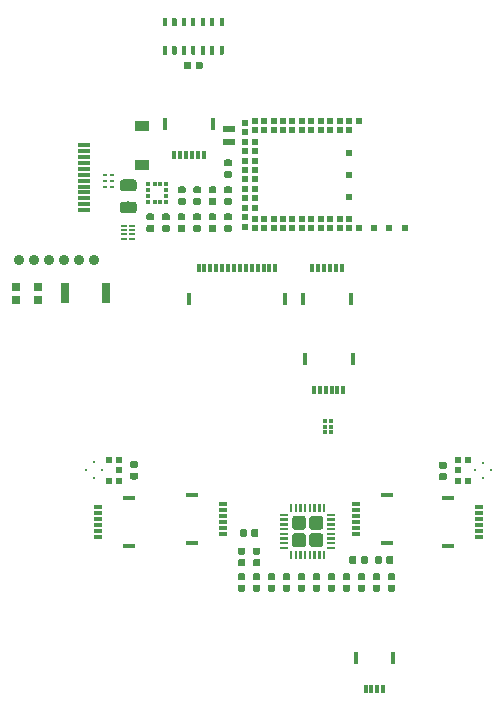
<source format=gtp>
G04 #@! TF.GenerationSoftware,KiCad,Pcbnew,(5.1.4-0-10_14)*
G04 #@! TF.CreationDate,2020-04-27T00:49:30-05:00*
G04 #@! TF.ProjectId,Lifedatalink_v1_revA,4c696665-6461-4746-916c-696e6b5f7631,rev?*
G04 #@! TF.SameCoordinates,Original*
G04 #@! TF.FileFunction,Paste,Top*
G04 #@! TF.FilePolarity,Positive*
%FSLAX46Y46*%
G04 Gerber Fmt 4.6, Leading zero omitted, Abs format (unit mm)*
G04 Created by KiCad (PCBNEW (5.1.4-0-10_14)) date 2020-04-27 00:49:30*
%MOMM*%
%LPD*%
G04 APERTURE LIST*
%ADD10R,0.522000X0.600000*%
%ADD11C,0.300000*%
%ADD12R,1.000000X0.300000*%
%ADD13R,0.700000X0.300000*%
%ADD14R,0.800000X1.700000*%
%ADD15C,0.100000*%
%ADD16C,0.975000*%
%ADD17R,1.200000X0.900000*%
%ADD18C,0.900000*%
%ADD19R,0.300000X0.200000*%
%ADD20R,0.350000X0.200000*%
%ADD21C,0.590000*%
%ADD22R,0.500000X0.500000*%
%ADD23R,0.700000X0.700000*%
%ADD24R,0.300000X1.000000*%
%ADD25R,0.300000X0.700000*%
%ADD26R,0.530000X0.200000*%
%ADD27R,0.350000X0.375000*%
%ADD28R,0.375000X0.350000*%
%ADD29R,1.100000X0.300000*%
%ADD30R,1.000000X0.500000*%
%ADD31C,0.350000*%
%ADD32R,0.300000X0.300000*%
%ADD33C,0.200000*%
%ADD34C,1.170000*%
G04 APERTURE END LIST*
D10*
X106678640Y-110970060D03*
X106678640Y-110070060D03*
X107500640Y-110070060D03*
X107500640Y-111870060D03*
X106678640Y-111870060D03*
D11*
X108752640Y-110308060D03*
X108752640Y-111632060D03*
X108090640Y-110970060D03*
X109414640Y-110970060D03*
D12*
X105788140Y-117391560D03*
X105788140Y-113311560D03*
D13*
X108438140Y-116601560D03*
X108438140Y-116101560D03*
X108438140Y-115601560D03*
X108438140Y-115101560D03*
X108438140Y-114601560D03*
X108438140Y-114101560D03*
D12*
X78811440Y-113296320D03*
X78811440Y-117376320D03*
D13*
X76161440Y-114086320D03*
X76161440Y-114586320D03*
X76161440Y-115086320D03*
X76161440Y-115586320D03*
X76161440Y-116086320D03*
X76161440Y-116586320D03*
D14*
X73407800Y-95961200D03*
X76807800Y-95961200D03*
D15*
G36*
X79220142Y-86333174D02*
G01*
X79243803Y-86336684D01*
X79267007Y-86342496D01*
X79289529Y-86350554D01*
X79311153Y-86360782D01*
X79331670Y-86373079D01*
X79350883Y-86387329D01*
X79368607Y-86403393D01*
X79384671Y-86421117D01*
X79398921Y-86440330D01*
X79411218Y-86460847D01*
X79421446Y-86482471D01*
X79429504Y-86504993D01*
X79435316Y-86528197D01*
X79438826Y-86551858D01*
X79440000Y-86575750D01*
X79440000Y-87063250D01*
X79438826Y-87087142D01*
X79435316Y-87110803D01*
X79429504Y-87134007D01*
X79421446Y-87156529D01*
X79411218Y-87178153D01*
X79398921Y-87198670D01*
X79384671Y-87217883D01*
X79368607Y-87235607D01*
X79350883Y-87251671D01*
X79331670Y-87265921D01*
X79311153Y-87278218D01*
X79289529Y-87288446D01*
X79267007Y-87296504D01*
X79243803Y-87302316D01*
X79220142Y-87305826D01*
X79196250Y-87307000D01*
X78283750Y-87307000D01*
X78259858Y-87305826D01*
X78236197Y-87302316D01*
X78212993Y-87296504D01*
X78190471Y-87288446D01*
X78168847Y-87278218D01*
X78148330Y-87265921D01*
X78129117Y-87251671D01*
X78111393Y-87235607D01*
X78095329Y-87217883D01*
X78081079Y-87198670D01*
X78068782Y-87178153D01*
X78058554Y-87156529D01*
X78050496Y-87134007D01*
X78044684Y-87110803D01*
X78041174Y-87087142D01*
X78040000Y-87063250D01*
X78040000Y-86575750D01*
X78041174Y-86551858D01*
X78044684Y-86528197D01*
X78050496Y-86504993D01*
X78058554Y-86482471D01*
X78068782Y-86460847D01*
X78081079Y-86440330D01*
X78095329Y-86421117D01*
X78111393Y-86403393D01*
X78129117Y-86387329D01*
X78148330Y-86373079D01*
X78168847Y-86360782D01*
X78190471Y-86350554D01*
X78212993Y-86342496D01*
X78236197Y-86336684D01*
X78259858Y-86333174D01*
X78283750Y-86332000D01*
X79196250Y-86332000D01*
X79220142Y-86333174D01*
X79220142Y-86333174D01*
G37*
D16*
X78740000Y-86819500D03*
D15*
G36*
X79220142Y-88208174D02*
G01*
X79243803Y-88211684D01*
X79267007Y-88217496D01*
X79289529Y-88225554D01*
X79311153Y-88235782D01*
X79331670Y-88248079D01*
X79350883Y-88262329D01*
X79368607Y-88278393D01*
X79384671Y-88296117D01*
X79398921Y-88315330D01*
X79411218Y-88335847D01*
X79421446Y-88357471D01*
X79429504Y-88379993D01*
X79435316Y-88403197D01*
X79438826Y-88426858D01*
X79440000Y-88450750D01*
X79440000Y-88938250D01*
X79438826Y-88962142D01*
X79435316Y-88985803D01*
X79429504Y-89009007D01*
X79421446Y-89031529D01*
X79411218Y-89053153D01*
X79398921Y-89073670D01*
X79384671Y-89092883D01*
X79368607Y-89110607D01*
X79350883Y-89126671D01*
X79331670Y-89140921D01*
X79311153Y-89153218D01*
X79289529Y-89163446D01*
X79267007Y-89171504D01*
X79243803Y-89177316D01*
X79220142Y-89180826D01*
X79196250Y-89182000D01*
X78283750Y-89182000D01*
X78259858Y-89180826D01*
X78236197Y-89177316D01*
X78212993Y-89171504D01*
X78190471Y-89163446D01*
X78168847Y-89153218D01*
X78148330Y-89140921D01*
X78129117Y-89126671D01*
X78111393Y-89110607D01*
X78095329Y-89092883D01*
X78081079Y-89073670D01*
X78068782Y-89053153D01*
X78058554Y-89031529D01*
X78050496Y-89009007D01*
X78044684Y-88985803D01*
X78041174Y-88962142D01*
X78040000Y-88938250D01*
X78040000Y-88450750D01*
X78041174Y-88426858D01*
X78044684Y-88403197D01*
X78050496Y-88379993D01*
X78058554Y-88357471D01*
X78068782Y-88335847D01*
X78081079Y-88315330D01*
X78095329Y-88296117D01*
X78111393Y-88278393D01*
X78129117Y-88262329D01*
X78148330Y-88248079D01*
X78168847Y-88235782D01*
X78190471Y-88225554D01*
X78212993Y-88217496D01*
X78236197Y-88211684D01*
X78259858Y-88208174D01*
X78283750Y-88207000D01*
X79196250Y-88207000D01*
X79220142Y-88208174D01*
X79220142Y-88208174D01*
G37*
D16*
X78740000Y-88694500D03*
D17*
X79883000Y-85089000D03*
X79883000Y-81789000D03*
D18*
X69519800Y-93167200D03*
X70789800Y-93167200D03*
X72059800Y-93167200D03*
X73329800Y-93167200D03*
X74599800Y-93167200D03*
X75869800Y-93167200D03*
D19*
X77338200Y-85936200D03*
X77338200Y-86436200D03*
X77338200Y-86936200D03*
X76738200Y-86936200D03*
X76738200Y-86436200D03*
D20*
X76763200Y-85936200D03*
D10*
X77920940Y-110954820D03*
X77920940Y-111854820D03*
X77098940Y-111854820D03*
X77098940Y-110054820D03*
X77920940Y-110054820D03*
D11*
X75846940Y-111616820D03*
X75846940Y-110292820D03*
X76508940Y-110954820D03*
X75184940Y-110954820D03*
D15*
G36*
X97908918Y-118225050D02*
G01*
X97923236Y-118227174D01*
X97937277Y-118230691D01*
X97950906Y-118235568D01*
X97963991Y-118241757D01*
X97976407Y-118249198D01*
X97988033Y-118257821D01*
X97998758Y-118267542D01*
X98008479Y-118278267D01*
X98017102Y-118289893D01*
X98024543Y-118302309D01*
X98030732Y-118315394D01*
X98035609Y-118329023D01*
X98039126Y-118343064D01*
X98041250Y-118357382D01*
X98041960Y-118371840D01*
X98041960Y-118716840D01*
X98041250Y-118731298D01*
X98039126Y-118745616D01*
X98035609Y-118759657D01*
X98030732Y-118773286D01*
X98024543Y-118786371D01*
X98017102Y-118798787D01*
X98008479Y-118810413D01*
X97998758Y-118821138D01*
X97988033Y-118830859D01*
X97976407Y-118839482D01*
X97963991Y-118846923D01*
X97950906Y-118853112D01*
X97937277Y-118857989D01*
X97923236Y-118861506D01*
X97908918Y-118863630D01*
X97894460Y-118864340D01*
X97599460Y-118864340D01*
X97585002Y-118863630D01*
X97570684Y-118861506D01*
X97556643Y-118857989D01*
X97543014Y-118853112D01*
X97529929Y-118846923D01*
X97517513Y-118839482D01*
X97505887Y-118830859D01*
X97495162Y-118821138D01*
X97485441Y-118810413D01*
X97476818Y-118798787D01*
X97469377Y-118786371D01*
X97463188Y-118773286D01*
X97458311Y-118759657D01*
X97454794Y-118745616D01*
X97452670Y-118731298D01*
X97451960Y-118716840D01*
X97451960Y-118371840D01*
X97452670Y-118357382D01*
X97454794Y-118343064D01*
X97458311Y-118329023D01*
X97463188Y-118315394D01*
X97469377Y-118302309D01*
X97476818Y-118289893D01*
X97485441Y-118278267D01*
X97495162Y-118267542D01*
X97505887Y-118257821D01*
X97517513Y-118249198D01*
X97529929Y-118241757D01*
X97543014Y-118235568D01*
X97556643Y-118230691D01*
X97570684Y-118227174D01*
X97585002Y-118225050D01*
X97599460Y-118224340D01*
X97894460Y-118224340D01*
X97908918Y-118225050D01*
X97908918Y-118225050D01*
G37*
D21*
X97746960Y-118544340D03*
D15*
G36*
X98878918Y-118225050D02*
G01*
X98893236Y-118227174D01*
X98907277Y-118230691D01*
X98920906Y-118235568D01*
X98933991Y-118241757D01*
X98946407Y-118249198D01*
X98958033Y-118257821D01*
X98968758Y-118267542D01*
X98978479Y-118278267D01*
X98987102Y-118289893D01*
X98994543Y-118302309D01*
X99000732Y-118315394D01*
X99005609Y-118329023D01*
X99009126Y-118343064D01*
X99011250Y-118357382D01*
X99011960Y-118371840D01*
X99011960Y-118716840D01*
X99011250Y-118731298D01*
X99009126Y-118745616D01*
X99005609Y-118759657D01*
X99000732Y-118773286D01*
X98994543Y-118786371D01*
X98987102Y-118798787D01*
X98978479Y-118810413D01*
X98968758Y-118821138D01*
X98958033Y-118830859D01*
X98946407Y-118839482D01*
X98933991Y-118846923D01*
X98920906Y-118853112D01*
X98907277Y-118857989D01*
X98893236Y-118861506D01*
X98878918Y-118863630D01*
X98864460Y-118864340D01*
X98569460Y-118864340D01*
X98555002Y-118863630D01*
X98540684Y-118861506D01*
X98526643Y-118857989D01*
X98513014Y-118853112D01*
X98499929Y-118846923D01*
X98487513Y-118839482D01*
X98475887Y-118830859D01*
X98465162Y-118821138D01*
X98455441Y-118810413D01*
X98446818Y-118798787D01*
X98439377Y-118786371D01*
X98433188Y-118773286D01*
X98428311Y-118759657D01*
X98424794Y-118745616D01*
X98422670Y-118731298D01*
X98421960Y-118716840D01*
X98421960Y-118371840D01*
X98422670Y-118357382D01*
X98424794Y-118343064D01*
X98428311Y-118329023D01*
X98433188Y-118315394D01*
X98439377Y-118302309D01*
X98446818Y-118289893D01*
X98455441Y-118278267D01*
X98465162Y-118267542D01*
X98475887Y-118257821D01*
X98487513Y-118249198D01*
X98499929Y-118241757D01*
X98513014Y-118235568D01*
X98526643Y-118230691D01*
X98540684Y-118227174D01*
X98555002Y-118225050D01*
X98569460Y-118224340D01*
X98864460Y-118224340D01*
X98878918Y-118225050D01*
X98878918Y-118225050D01*
G37*
D21*
X98716960Y-118544340D03*
D12*
X84127020Y-117112160D03*
X84127020Y-113032160D03*
D13*
X86777020Y-116322160D03*
X86777020Y-115822160D03*
X86777020Y-115322160D03*
X86777020Y-114822160D03*
X86777020Y-114322160D03*
X86777020Y-113822160D03*
D12*
X100624960Y-113032160D03*
X100624960Y-117112160D03*
D13*
X97974960Y-113822160D03*
X97974960Y-114322160D03*
X97974960Y-114822160D03*
X97974960Y-115322160D03*
X97974960Y-115822160D03*
X97974960Y-116322160D03*
D22*
X97431800Y-84053200D03*
X97431800Y-85928200D03*
X97431800Y-87803200D03*
X102131800Y-90478200D03*
X100831800Y-90478200D03*
X99531800Y-90478200D03*
X98231800Y-81378200D03*
X98231800Y-90478200D03*
X97431800Y-82178200D03*
X97431800Y-81378200D03*
X96631800Y-82178200D03*
X96631800Y-81378200D03*
X95831800Y-82178200D03*
X95831800Y-81378200D03*
X95031800Y-82178200D03*
X95031800Y-81378200D03*
X94231800Y-82178200D03*
X94231800Y-81378200D03*
X93431800Y-82178200D03*
X93431800Y-81378200D03*
X92631800Y-82178200D03*
X92631800Y-81378200D03*
X91831800Y-82178200D03*
X91831800Y-81378200D03*
X91031800Y-82178200D03*
X91031800Y-81378200D03*
X90231800Y-82178200D03*
X90231800Y-81378200D03*
X89431800Y-82178200D03*
X89431800Y-81378200D03*
X88631800Y-81528200D03*
X88631800Y-82328200D03*
X89431800Y-83128200D03*
X88631800Y-83128200D03*
X89431800Y-83928200D03*
X88631800Y-83928200D03*
X89431800Y-84728200D03*
X88631800Y-84728200D03*
X89431800Y-85528200D03*
X88631800Y-85528200D03*
X89431800Y-86328200D03*
X88631800Y-86328200D03*
X89431800Y-87128200D03*
X88631800Y-87128200D03*
X89431800Y-87928200D03*
X88631800Y-87928200D03*
X89431800Y-88728200D03*
X88631800Y-88728200D03*
X88631800Y-89528200D03*
X88631800Y-90328200D03*
X89431800Y-89678200D03*
X89431800Y-90478200D03*
X90231800Y-89678200D03*
X90231800Y-90478200D03*
X91031800Y-89678200D03*
X91031800Y-90478200D03*
X91831800Y-89678200D03*
X91831800Y-90478200D03*
X92631800Y-89678200D03*
X92631800Y-90478200D03*
X93431800Y-89678200D03*
X93431800Y-90478200D03*
X94231800Y-89678200D03*
X94231800Y-90478200D03*
X95031800Y-89678200D03*
X95031800Y-90478200D03*
X95831800Y-89678200D03*
X95831800Y-90478200D03*
X96631800Y-89678200D03*
X96631800Y-90478200D03*
X97431800Y-89678200D03*
X97431800Y-90478200D03*
D23*
X71069800Y-95411200D03*
X71069800Y-96511200D03*
X69239800Y-96511200D03*
X69239800Y-95411200D03*
D24*
X91974800Y-96452200D03*
X83894800Y-96452200D03*
D25*
X91184800Y-93802200D03*
X90684800Y-93802200D03*
X90184800Y-93802200D03*
X89684800Y-93802200D03*
X89184800Y-93802200D03*
X88684800Y-93802200D03*
X88184800Y-93802200D03*
X87684800Y-93802200D03*
X87184800Y-93802200D03*
X86684800Y-93802200D03*
X86184800Y-93802200D03*
X85684800Y-93802200D03*
X85184800Y-93802200D03*
X84684800Y-93802200D03*
D15*
G36*
X89607918Y-115939050D02*
G01*
X89622236Y-115941174D01*
X89636277Y-115944691D01*
X89649906Y-115949568D01*
X89662991Y-115955757D01*
X89675407Y-115963198D01*
X89687033Y-115971821D01*
X89697758Y-115981542D01*
X89707479Y-115992267D01*
X89716102Y-116003893D01*
X89723543Y-116016309D01*
X89729732Y-116029394D01*
X89734609Y-116043023D01*
X89738126Y-116057064D01*
X89740250Y-116071382D01*
X89740960Y-116085840D01*
X89740960Y-116430840D01*
X89740250Y-116445298D01*
X89738126Y-116459616D01*
X89734609Y-116473657D01*
X89729732Y-116487286D01*
X89723543Y-116500371D01*
X89716102Y-116512787D01*
X89707479Y-116524413D01*
X89697758Y-116535138D01*
X89687033Y-116544859D01*
X89675407Y-116553482D01*
X89662991Y-116560923D01*
X89649906Y-116567112D01*
X89636277Y-116571989D01*
X89622236Y-116575506D01*
X89607918Y-116577630D01*
X89593460Y-116578340D01*
X89298460Y-116578340D01*
X89284002Y-116577630D01*
X89269684Y-116575506D01*
X89255643Y-116571989D01*
X89242014Y-116567112D01*
X89228929Y-116560923D01*
X89216513Y-116553482D01*
X89204887Y-116544859D01*
X89194162Y-116535138D01*
X89184441Y-116524413D01*
X89175818Y-116512787D01*
X89168377Y-116500371D01*
X89162188Y-116487286D01*
X89157311Y-116473657D01*
X89153794Y-116459616D01*
X89151670Y-116445298D01*
X89150960Y-116430840D01*
X89150960Y-116085840D01*
X89151670Y-116071382D01*
X89153794Y-116057064D01*
X89157311Y-116043023D01*
X89162188Y-116029394D01*
X89168377Y-116016309D01*
X89175818Y-116003893D01*
X89184441Y-115992267D01*
X89194162Y-115981542D01*
X89204887Y-115971821D01*
X89216513Y-115963198D01*
X89228929Y-115955757D01*
X89242014Y-115949568D01*
X89255643Y-115944691D01*
X89269684Y-115941174D01*
X89284002Y-115939050D01*
X89298460Y-115938340D01*
X89593460Y-115938340D01*
X89607918Y-115939050D01*
X89607918Y-115939050D01*
G37*
D21*
X89445960Y-116258340D03*
D15*
G36*
X88637918Y-115939050D02*
G01*
X88652236Y-115941174D01*
X88666277Y-115944691D01*
X88679906Y-115949568D01*
X88692991Y-115955757D01*
X88705407Y-115963198D01*
X88717033Y-115971821D01*
X88727758Y-115981542D01*
X88737479Y-115992267D01*
X88746102Y-116003893D01*
X88753543Y-116016309D01*
X88759732Y-116029394D01*
X88764609Y-116043023D01*
X88768126Y-116057064D01*
X88770250Y-116071382D01*
X88770960Y-116085840D01*
X88770960Y-116430840D01*
X88770250Y-116445298D01*
X88768126Y-116459616D01*
X88764609Y-116473657D01*
X88759732Y-116487286D01*
X88753543Y-116500371D01*
X88746102Y-116512787D01*
X88737479Y-116524413D01*
X88727758Y-116535138D01*
X88717033Y-116544859D01*
X88705407Y-116553482D01*
X88692991Y-116560923D01*
X88679906Y-116567112D01*
X88666277Y-116571989D01*
X88652236Y-116575506D01*
X88637918Y-116577630D01*
X88623460Y-116578340D01*
X88328460Y-116578340D01*
X88314002Y-116577630D01*
X88299684Y-116575506D01*
X88285643Y-116571989D01*
X88272014Y-116567112D01*
X88258929Y-116560923D01*
X88246513Y-116553482D01*
X88234887Y-116544859D01*
X88224162Y-116535138D01*
X88214441Y-116524413D01*
X88205818Y-116512787D01*
X88198377Y-116500371D01*
X88192188Y-116487286D01*
X88187311Y-116473657D01*
X88183794Y-116459616D01*
X88181670Y-116445298D01*
X88180960Y-116430840D01*
X88180960Y-116085840D01*
X88181670Y-116071382D01*
X88183794Y-116057064D01*
X88187311Y-116043023D01*
X88192188Y-116029394D01*
X88198377Y-116016309D01*
X88205818Y-116003893D01*
X88214441Y-115992267D01*
X88224162Y-115981542D01*
X88234887Y-115971821D01*
X88246513Y-115963198D01*
X88258929Y-115955757D01*
X88272014Y-115949568D01*
X88285643Y-115944691D01*
X88299684Y-115941174D01*
X88314002Y-115939050D01*
X88328460Y-115938340D01*
X88623460Y-115938340D01*
X88637918Y-115939050D01*
X88637918Y-115939050D01*
G37*
D21*
X88475960Y-116258340D03*
D15*
G36*
X105561398Y-110228870D02*
G01*
X105575716Y-110230994D01*
X105589757Y-110234511D01*
X105603386Y-110239388D01*
X105616471Y-110245577D01*
X105628887Y-110253018D01*
X105640513Y-110261641D01*
X105651238Y-110271362D01*
X105660959Y-110282087D01*
X105669582Y-110293713D01*
X105677023Y-110306129D01*
X105683212Y-110319214D01*
X105688089Y-110332843D01*
X105691606Y-110346884D01*
X105693730Y-110361202D01*
X105694440Y-110375660D01*
X105694440Y-110670660D01*
X105693730Y-110685118D01*
X105691606Y-110699436D01*
X105688089Y-110713477D01*
X105683212Y-110727106D01*
X105677023Y-110740191D01*
X105669582Y-110752607D01*
X105660959Y-110764233D01*
X105651238Y-110774958D01*
X105640513Y-110784679D01*
X105628887Y-110793302D01*
X105616471Y-110800743D01*
X105603386Y-110806932D01*
X105589757Y-110811809D01*
X105575716Y-110815326D01*
X105561398Y-110817450D01*
X105546940Y-110818160D01*
X105201940Y-110818160D01*
X105187482Y-110817450D01*
X105173164Y-110815326D01*
X105159123Y-110811809D01*
X105145494Y-110806932D01*
X105132409Y-110800743D01*
X105119993Y-110793302D01*
X105108367Y-110784679D01*
X105097642Y-110774958D01*
X105087921Y-110764233D01*
X105079298Y-110752607D01*
X105071857Y-110740191D01*
X105065668Y-110727106D01*
X105060791Y-110713477D01*
X105057274Y-110699436D01*
X105055150Y-110685118D01*
X105054440Y-110670660D01*
X105054440Y-110375660D01*
X105055150Y-110361202D01*
X105057274Y-110346884D01*
X105060791Y-110332843D01*
X105065668Y-110319214D01*
X105071857Y-110306129D01*
X105079298Y-110293713D01*
X105087921Y-110282087D01*
X105097642Y-110271362D01*
X105108367Y-110261641D01*
X105119993Y-110253018D01*
X105132409Y-110245577D01*
X105145494Y-110239388D01*
X105159123Y-110234511D01*
X105173164Y-110230994D01*
X105187482Y-110228870D01*
X105201940Y-110228160D01*
X105546940Y-110228160D01*
X105561398Y-110228870D01*
X105561398Y-110228870D01*
G37*
D21*
X105374440Y-110523160D03*
D15*
G36*
X105561398Y-111198870D02*
G01*
X105575716Y-111200994D01*
X105589757Y-111204511D01*
X105603386Y-111209388D01*
X105616471Y-111215577D01*
X105628887Y-111223018D01*
X105640513Y-111231641D01*
X105651238Y-111241362D01*
X105660959Y-111252087D01*
X105669582Y-111263713D01*
X105677023Y-111276129D01*
X105683212Y-111289214D01*
X105688089Y-111302843D01*
X105691606Y-111316884D01*
X105693730Y-111331202D01*
X105694440Y-111345660D01*
X105694440Y-111640660D01*
X105693730Y-111655118D01*
X105691606Y-111669436D01*
X105688089Y-111683477D01*
X105683212Y-111697106D01*
X105677023Y-111710191D01*
X105669582Y-111722607D01*
X105660959Y-111734233D01*
X105651238Y-111744958D01*
X105640513Y-111754679D01*
X105628887Y-111763302D01*
X105616471Y-111770743D01*
X105603386Y-111776932D01*
X105589757Y-111781809D01*
X105575716Y-111785326D01*
X105561398Y-111787450D01*
X105546940Y-111788160D01*
X105201940Y-111788160D01*
X105187482Y-111787450D01*
X105173164Y-111785326D01*
X105159123Y-111781809D01*
X105145494Y-111776932D01*
X105132409Y-111770743D01*
X105119993Y-111763302D01*
X105108367Y-111754679D01*
X105097642Y-111744958D01*
X105087921Y-111734233D01*
X105079298Y-111722607D01*
X105071857Y-111710191D01*
X105065668Y-111697106D01*
X105060791Y-111683477D01*
X105057274Y-111669436D01*
X105055150Y-111655118D01*
X105054440Y-111640660D01*
X105054440Y-111345660D01*
X105055150Y-111331202D01*
X105057274Y-111316884D01*
X105060791Y-111302843D01*
X105065668Y-111289214D01*
X105071857Y-111276129D01*
X105079298Y-111263713D01*
X105087921Y-111252087D01*
X105097642Y-111241362D01*
X105108367Y-111231641D01*
X105119993Y-111223018D01*
X105132409Y-111215577D01*
X105145494Y-111209388D01*
X105159123Y-111204511D01*
X105173164Y-111200994D01*
X105187482Y-111198870D01*
X105201940Y-111198160D01*
X105546940Y-111198160D01*
X105561398Y-111198870D01*
X105561398Y-111198870D01*
G37*
D21*
X105374440Y-111493160D03*
D15*
G36*
X79399398Y-110175530D02*
G01*
X79413716Y-110177654D01*
X79427757Y-110181171D01*
X79441386Y-110186048D01*
X79454471Y-110192237D01*
X79466887Y-110199678D01*
X79478513Y-110208301D01*
X79489238Y-110218022D01*
X79498959Y-110228747D01*
X79507582Y-110240373D01*
X79515023Y-110252789D01*
X79521212Y-110265874D01*
X79526089Y-110279503D01*
X79529606Y-110293544D01*
X79531730Y-110307862D01*
X79532440Y-110322320D01*
X79532440Y-110617320D01*
X79531730Y-110631778D01*
X79529606Y-110646096D01*
X79526089Y-110660137D01*
X79521212Y-110673766D01*
X79515023Y-110686851D01*
X79507582Y-110699267D01*
X79498959Y-110710893D01*
X79489238Y-110721618D01*
X79478513Y-110731339D01*
X79466887Y-110739962D01*
X79454471Y-110747403D01*
X79441386Y-110753592D01*
X79427757Y-110758469D01*
X79413716Y-110761986D01*
X79399398Y-110764110D01*
X79384940Y-110764820D01*
X79039940Y-110764820D01*
X79025482Y-110764110D01*
X79011164Y-110761986D01*
X78997123Y-110758469D01*
X78983494Y-110753592D01*
X78970409Y-110747403D01*
X78957993Y-110739962D01*
X78946367Y-110731339D01*
X78935642Y-110721618D01*
X78925921Y-110710893D01*
X78917298Y-110699267D01*
X78909857Y-110686851D01*
X78903668Y-110673766D01*
X78898791Y-110660137D01*
X78895274Y-110646096D01*
X78893150Y-110631778D01*
X78892440Y-110617320D01*
X78892440Y-110322320D01*
X78893150Y-110307862D01*
X78895274Y-110293544D01*
X78898791Y-110279503D01*
X78903668Y-110265874D01*
X78909857Y-110252789D01*
X78917298Y-110240373D01*
X78925921Y-110228747D01*
X78935642Y-110218022D01*
X78946367Y-110208301D01*
X78957993Y-110199678D01*
X78970409Y-110192237D01*
X78983494Y-110186048D01*
X78997123Y-110181171D01*
X79011164Y-110177654D01*
X79025482Y-110175530D01*
X79039940Y-110174820D01*
X79384940Y-110174820D01*
X79399398Y-110175530D01*
X79399398Y-110175530D01*
G37*
D21*
X79212440Y-110469820D03*
D15*
G36*
X79399398Y-111145530D02*
G01*
X79413716Y-111147654D01*
X79427757Y-111151171D01*
X79441386Y-111156048D01*
X79454471Y-111162237D01*
X79466887Y-111169678D01*
X79478513Y-111178301D01*
X79489238Y-111188022D01*
X79498959Y-111198747D01*
X79507582Y-111210373D01*
X79515023Y-111222789D01*
X79521212Y-111235874D01*
X79526089Y-111249503D01*
X79529606Y-111263544D01*
X79531730Y-111277862D01*
X79532440Y-111292320D01*
X79532440Y-111587320D01*
X79531730Y-111601778D01*
X79529606Y-111616096D01*
X79526089Y-111630137D01*
X79521212Y-111643766D01*
X79515023Y-111656851D01*
X79507582Y-111669267D01*
X79498959Y-111680893D01*
X79489238Y-111691618D01*
X79478513Y-111701339D01*
X79466887Y-111709962D01*
X79454471Y-111717403D01*
X79441386Y-111723592D01*
X79427757Y-111728469D01*
X79413716Y-111731986D01*
X79399398Y-111734110D01*
X79384940Y-111734820D01*
X79039940Y-111734820D01*
X79025482Y-111734110D01*
X79011164Y-111731986D01*
X78997123Y-111728469D01*
X78983494Y-111723592D01*
X78970409Y-111717403D01*
X78957993Y-111709962D01*
X78946367Y-111701339D01*
X78935642Y-111691618D01*
X78925921Y-111680893D01*
X78917298Y-111669267D01*
X78909857Y-111656851D01*
X78903668Y-111643766D01*
X78898791Y-111630137D01*
X78895274Y-111616096D01*
X78893150Y-111601778D01*
X78892440Y-111587320D01*
X78892440Y-111292320D01*
X78893150Y-111277862D01*
X78895274Y-111263544D01*
X78898791Y-111249503D01*
X78903668Y-111235874D01*
X78909857Y-111222789D01*
X78917298Y-111210373D01*
X78925921Y-111198747D01*
X78935642Y-111188022D01*
X78946367Y-111178301D01*
X78957993Y-111169678D01*
X78970409Y-111162237D01*
X78983494Y-111156048D01*
X78997123Y-111151171D01*
X79011164Y-111147654D01*
X79025482Y-111145530D01*
X79039940Y-111144820D01*
X79384940Y-111144820D01*
X79399398Y-111145530D01*
X79399398Y-111145530D01*
G37*
D21*
X79212440Y-111439820D03*
D26*
X78405000Y-91330000D03*
X78405000Y-90980000D03*
X78405000Y-90630000D03*
X78405000Y-90280000D03*
X79075000Y-90280000D03*
X79075000Y-90630000D03*
X79075000Y-90980000D03*
X79075000Y-91330000D03*
D27*
X80953800Y-86689700D03*
X81453800Y-86689700D03*
X81453800Y-88214700D03*
X80953800Y-88214700D03*
D28*
X81966300Y-86702200D03*
X80441300Y-86702200D03*
X81966300Y-88202200D03*
X80441300Y-88202200D03*
X81966300Y-87702200D03*
X81966300Y-87202200D03*
X80441300Y-87702200D03*
X80441300Y-87202200D03*
D15*
G36*
X84756258Y-87896910D02*
G01*
X84770576Y-87899034D01*
X84784617Y-87902551D01*
X84798246Y-87907428D01*
X84811331Y-87913617D01*
X84823747Y-87921058D01*
X84835373Y-87929681D01*
X84846098Y-87939402D01*
X84855819Y-87950127D01*
X84864442Y-87961753D01*
X84871883Y-87974169D01*
X84878072Y-87987254D01*
X84882949Y-88000883D01*
X84886466Y-88014924D01*
X84888590Y-88029242D01*
X84889300Y-88043700D01*
X84889300Y-88338700D01*
X84888590Y-88353158D01*
X84886466Y-88367476D01*
X84882949Y-88381517D01*
X84878072Y-88395146D01*
X84871883Y-88408231D01*
X84864442Y-88420647D01*
X84855819Y-88432273D01*
X84846098Y-88442998D01*
X84835373Y-88452719D01*
X84823747Y-88461342D01*
X84811331Y-88468783D01*
X84798246Y-88474972D01*
X84784617Y-88479849D01*
X84770576Y-88483366D01*
X84756258Y-88485490D01*
X84741800Y-88486200D01*
X84396800Y-88486200D01*
X84382342Y-88485490D01*
X84368024Y-88483366D01*
X84353983Y-88479849D01*
X84340354Y-88474972D01*
X84327269Y-88468783D01*
X84314853Y-88461342D01*
X84303227Y-88452719D01*
X84292502Y-88442998D01*
X84282781Y-88432273D01*
X84274158Y-88420647D01*
X84266717Y-88408231D01*
X84260528Y-88395146D01*
X84255651Y-88381517D01*
X84252134Y-88367476D01*
X84250010Y-88353158D01*
X84249300Y-88338700D01*
X84249300Y-88043700D01*
X84250010Y-88029242D01*
X84252134Y-88014924D01*
X84255651Y-88000883D01*
X84260528Y-87987254D01*
X84266717Y-87974169D01*
X84274158Y-87961753D01*
X84282781Y-87950127D01*
X84292502Y-87939402D01*
X84303227Y-87929681D01*
X84314853Y-87921058D01*
X84327269Y-87913617D01*
X84340354Y-87907428D01*
X84353983Y-87902551D01*
X84368024Y-87899034D01*
X84382342Y-87896910D01*
X84396800Y-87896200D01*
X84741800Y-87896200D01*
X84756258Y-87896910D01*
X84756258Y-87896910D01*
G37*
D21*
X84569300Y-88191200D03*
D15*
G36*
X84756258Y-86926910D02*
G01*
X84770576Y-86929034D01*
X84784617Y-86932551D01*
X84798246Y-86937428D01*
X84811331Y-86943617D01*
X84823747Y-86951058D01*
X84835373Y-86959681D01*
X84846098Y-86969402D01*
X84855819Y-86980127D01*
X84864442Y-86991753D01*
X84871883Y-87004169D01*
X84878072Y-87017254D01*
X84882949Y-87030883D01*
X84886466Y-87044924D01*
X84888590Y-87059242D01*
X84889300Y-87073700D01*
X84889300Y-87368700D01*
X84888590Y-87383158D01*
X84886466Y-87397476D01*
X84882949Y-87411517D01*
X84878072Y-87425146D01*
X84871883Y-87438231D01*
X84864442Y-87450647D01*
X84855819Y-87462273D01*
X84846098Y-87472998D01*
X84835373Y-87482719D01*
X84823747Y-87491342D01*
X84811331Y-87498783D01*
X84798246Y-87504972D01*
X84784617Y-87509849D01*
X84770576Y-87513366D01*
X84756258Y-87515490D01*
X84741800Y-87516200D01*
X84396800Y-87516200D01*
X84382342Y-87515490D01*
X84368024Y-87513366D01*
X84353983Y-87509849D01*
X84340354Y-87504972D01*
X84327269Y-87498783D01*
X84314853Y-87491342D01*
X84303227Y-87482719D01*
X84292502Y-87472998D01*
X84282781Y-87462273D01*
X84274158Y-87450647D01*
X84266717Y-87438231D01*
X84260528Y-87425146D01*
X84255651Y-87411517D01*
X84252134Y-87397476D01*
X84250010Y-87383158D01*
X84249300Y-87368700D01*
X84249300Y-87073700D01*
X84250010Y-87059242D01*
X84252134Y-87044924D01*
X84255651Y-87030883D01*
X84260528Y-87017254D01*
X84266717Y-87004169D01*
X84274158Y-86991753D01*
X84282781Y-86980127D01*
X84292502Y-86969402D01*
X84303227Y-86959681D01*
X84314853Y-86951058D01*
X84327269Y-86943617D01*
X84340354Y-86937428D01*
X84353983Y-86932551D01*
X84368024Y-86929034D01*
X84382342Y-86926910D01*
X84396800Y-86926200D01*
X84741800Y-86926200D01*
X84756258Y-86926910D01*
X84756258Y-86926910D01*
G37*
D21*
X84569300Y-87221200D03*
D15*
G36*
X83454508Y-87896910D02*
G01*
X83468826Y-87899034D01*
X83482867Y-87902551D01*
X83496496Y-87907428D01*
X83509581Y-87913617D01*
X83521997Y-87921058D01*
X83533623Y-87929681D01*
X83544348Y-87939402D01*
X83554069Y-87950127D01*
X83562692Y-87961753D01*
X83570133Y-87974169D01*
X83576322Y-87987254D01*
X83581199Y-88000883D01*
X83584716Y-88014924D01*
X83586840Y-88029242D01*
X83587550Y-88043700D01*
X83587550Y-88338700D01*
X83586840Y-88353158D01*
X83584716Y-88367476D01*
X83581199Y-88381517D01*
X83576322Y-88395146D01*
X83570133Y-88408231D01*
X83562692Y-88420647D01*
X83554069Y-88432273D01*
X83544348Y-88442998D01*
X83533623Y-88452719D01*
X83521997Y-88461342D01*
X83509581Y-88468783D01*
X83496496Y-88474972D01*
X83482867Y-88479849D01*
X83468826Y-88483366D01*
X83454508Y-88485490D01*
X83440050Y-88486200D01*
X83095050Y-88486200D01*
X83080592Y-88485490D01*
X83066274Y-88483366D01*
X83052233Y-88479849D01*
X83038604Y-88474972D01*
X83025519Y-88468783D01*
X83013103Y-88461342D01*
X83001477Y-88452719D01*
X82990752Y-88442998D01*
X82981031Y-88432273D01*
X82972408Y-88420647D01*
X82964967Y-88408231D01*
X82958778Y-88395146D01*
X82953901Y-88381517D01*
X82950384Y-88367476D01*
X82948260Y-88353158D01*
X82947550Y-88338700D01*
X82947550Y-88043700D01*
X82948260Y-88029242D01*
X82950384Y-88014924D01*
X82953901Y-88000883D01*
X82958778Y-87987254D01*
X82964967Y-87974169D01*
X82972408Y-87961753D01*
X82981031Y-87950127D01*
X82990752Y-87939402D01*
X83001477Y-87929681D01*
X83013103Y-87921058D01*
X83025519Y-87913617D01*
X83038604Y-87907428D01*
X83052233Y-87902551D01*
X83066274Y-87899034D01*
X83080592Y-87896910D01*
X83095050Y-87896200D01*
X83440050Y-87896200D01*
X83454508Y-87896910D01*
X83454508Y-87896910D01*
G37*
D21*
X83267550Y-88191200D03*
D15*
G36*
X83454508Y-86926910D02*
G01*
X83468826Y-86929034D01*
X83482867Y-86932551D01*
X83496496Y-86937428D01*
X83509581Y-86943617D01*
X83521997Y-86951058D01*
X83533623Y-86959681D01*
X83544348Y-86969402D01*
X83554069Y-86980127D01*
X83562692Y-86991753D01*
X83570133Y-87004169D01*
X83576322Y-87017254D01*
X83581199Y-87030883D01*
X83584716Y-87044924D01*
X83586840Y-87059242D01*
X83587550Y-87073700D01*
X83587550Y-87368700D01*
X83586840Y-87383158D01*
X83584716Y-87397476D01*
X83581199Y-87411517D01*
X83576322Y-87425146D01*
X83570133Y-87438231D01*
X83562692Y-87450647D01*
X83554069Y-87462273D01*
X83544348Y-87472998D01*
X83533623Y-87482719D01*
X83521997Y-87491342D01*
X83509581Y-87498783D01*
X83496496Y-87504972D01*
X83482867Y-87509849D01*
X83468826Y-87513366D01*
X83454508Y-87515490D01*
X83440050Y-87516200D01*
X83095050Y-87516200D01*
X83080592Y-87515490D01*
X83066274Y-87513366D01*
X83052233Y-87509849D01*
X83038604Y-87504972D01*
X83025519Y-87498783D01*
X83013103Y-87491342D01*
X83001477Y-87482719D01*
X82990752Y-87472998D01*
X82981031Y-87462273D01*
X82972408Y-87450647D01*
X82964967Y-87438231D01*
X82958778Y-87425146D01*
X82953901Y-87411517D01*
X82950384Y-87397476D01*
X82948260Y-87383158D01*
X82947550Y-87368700D01*
X82947550Y-87073700D01*
X82948260Y-87059242D01*
X82950384Y-87044924D01*
X82953901Y-87030883D01*
X82958778Y-87017254D01*
X82964967Y-87004169D01*
X82972408Y-86991753D01*
X82981031Y-86980127D01*
X82990752Y-86969402D01*
X83001477Y-86959681D01*
X83013103Y-86951058D01*
X83025519Y-86943617D01*
X83038604Y-86937428D01*
X83052233Y-86932551D01*
X83066274Y-86929034D01*
X83080592Y-86926910D01*
X83095050Y-86926200D01*
X83440050Y-86926200D01*
X83454508Y-86926910D01*
X83454508Y-86926910D01*
G37*
D21*
X83267550Y-87221200D03*
D15*
G36*
X86058008Y-87896910D02*
G01*
X86072326Y-87899034D01*
X86086367Y-87902551D01*
X86099996Y-87907428D01*
X86113081Y-87913617D01*
X86125497Y-87921058D01*
X86137123Y-87929681D01*
X86147848Y-87939402D01*
X86157569Y-87950127D01*
X86166192Y-87961753D01*
X86173633Y-87974169D01*
X86179822Y-87987254D01*
X86184699Y-88000883D01*
X86188216Y-88014924D01*
X86190340Y-88029242D01*
X86191050Y-88043700D01*
X86191050Y-88338700D01*
X86190340Y-88353158D01*
X86188216Y-88367476D01*
X86184699Y-88381517D01*
X86179822Y-88395146D01*
X86173633Y-88408231D01*
X86166192Y-88420647D01*
X86157569Y-88432273D01*
X86147848Y-88442998D01*
X86137123Y-88452719D01*
X86125497Y-88461342D01*
X86113081Y-88468783D01*
X86099996Y-88474972D01*
X86086367Y-88479849D01*
X86072326Y-88483366D01*
X86058008Y-88485490D01*
X86043550Y-88486200D01*
X85698550Y-88486200D01*
X85684092Y-88485490D01*
X85669774Y-88483366D01*
X85655733Y-88479849D01*
X85642104Y-88474972D01*
X85629019Y-88468783D01*
X85616603Y-88461342D01*
X85604977Y-88452719D01*
X85594252Y-88442998D01*
X85584531Y-88432273D01*
X85575908Y-88420647D01*
X85568467Y-88408231D01*
X85562278Y-88395146D01*
X85557401Y-88381517D01*
X85553884Y-88367476D01*
X85551760Y-88353158D01*
X85551050Y-88338700D01*
X85551050Y-88043700D01*
X85551760Y-88029242D01*
X85553884Y-88014924D01*
X85557401Y-88000883D01*
X85562278Y-87987254D01*
X85568467Y-87974169D01*
X85575908Y-87961753D01*
X85584531Y-87950127D01*
X85594252Y-87939402D01*
X85604977Y-87929681D01*
X85616603Y-87921058D01*
X85629019Y-87913617D01*
X85642104Y-87907428D01*
X85655733Y-87902551D01*
X85669774Y-87899034D01*
X85684092Y-87896910D01*
X85698550Y-87896200D01*
X86043550Y-87896200D01*
X86058008Y-87896910D01*
X86058008Y-87896910D01*
G37*
D21*
X85871050Y-88191200D03*
D15*
G36*
X86058008Y-86926910D02*
G01*
X86072326Y-86929034D01*
X86086367Y-86932551D01*
X86099996Y-86937428D01*
X86113081Y-86943617D01*
X86125497Y-86951058D01*
X86137123Y-86959681D01*
X86147848Y-86969402D01*
X86157569Y-86980127D01*
X86166192Y-86991753D01*
X86173633Y-87004169D01*
X86179822Y-87017254D01*
X86184699Y-87030883D01*
X86188216Y-87044924D01*
X86190340Y-87059242D01*
X86191050Y-87073700D01*
X86191050Y-87368700D01*
X86190340Y-87383158D01*
X86188216Y-87397476D01*
X86184699Y-87411517D01*
X86179822Y-87425146D01*
X86173633Y-87438231D01*
X86166192Y-87450647D01*
X86157569Y-87462273D01*
X86147848Y-87472998D01*
X86137123Y-87482719D01*
X86125497Y-87491342D01*
X86113081Y-87498783D01*
X86099996Y-87504972D01*
X86086367Y-87509849D01*
X86072326Y-87513366D01*
X86058008Y-87515490D01*
X86043550Y-87516200D01*
X85698550Y-87516200D01*
X85684092Y-87515490D01*
X85669774Y-87513366D01*
X85655733Y-87509849D01*
X85642104Y-87504972D01*
X85629019Y-87498783D01*
X85616603Y-87491342D01*
X85604977Y-87482719D01*
X85594252Y-87472998D01*
X85584531Y-87462273D01*
X85575908Y-87450647D01*
X85568467Y-87438231D01*
X85562278Y-87425146D01*
X85557401Y-87411517D01*
X85553884Y-87397476D01*
X85551760Y-87383158D01*
X85551050Y-87368700D01*
X85551050Y-87073700D01*
X85551760Y-87059242D01*
X85553884Y-87044924D01*
X85557401Y-87030883D01*
X85562278Y-87017254D01*
X85568467Y-87004169D01*
X85575908Y-86991753D01*
X85584531Y-86980127D01*
X85594252Y-86969402D01*
X85604977Y-86959681D01*
X85616603Y-86951058D01*
X85629019Y-86943617D01*
X85642104Y-86937428D01*
X85655733Y-86932551D01*
X85669774Y-86929034D01*
X85684092Y-86926910D01*
X85698550Y-86926200D01*
X86043550Y-86926200D01*
X86058008Y-86926910D01*
X86058008Y-86926910D01*
G37*
D21*
X85871050Y-87221200D03*
D15*
G36*
X83422258Y-90182910D02*
G01*
X83436576Y-90185034D01*
X83450617Y-90188551D01*
X83464246Y-90193428D01*
X83477331Y-90199617D01*
X83489747Y-90207058D01*
X83501373Y-90215681D01*
X83512098Y-90225402D01*
X83521819Y-90236127D01*
X83530442Y-90247753D01*
X83537883Y-90260169D01*
X83544072Y-90273254D01*
X83548949Y-90286883D01*
X83552466Y-90300924D01*
X83554590Y-90315242D01*
X83555300Y-90329700D01*
X83555300Y-90624700D01*
X83554590Y-90639158D01*
X83552466Y-90653476D01*
X83548949Y-90667517D01*
X83544072Y-90681146D01*
X83537883Y-90694231D01*
X83530442Y-90706647D01*
X83521819Y-90718273D01*
X83512098Y-90728998D01*
X83501373Y-90738719D01*
X83489747Y-90747342D01*
X83477331Y-90754783D01*
X83464246Y-90760972D01*
X83450617Y-90765849D01*
X83436576Y-90769366D01*
X83422258Y-90771490D01*
X83407800Y-90772200D01*
X83062800Y-90772200D01*
X83048342Y-90771490D01*
X83034024Y-90769366D01*
X83019983Y-90765849D01*
X83006354Y-90760972D01*
X82993269Y-90754783D01*
X82980853Y-90747342D01*
X82969227Y-90738719D01*
X82958502Y-90728998D01*
X82948781Y-90718273D01*
X82940158Y-90706647D01*
X82932717Y-90694231D01*
X82926528Y-90681146D01*
X82921651Y-90667517D01*
X82918134Y-90653476D01*
X82916010Y-90639158D01*
X82915300Y-90624700D01*
X82915300Y-90329700D01*
X82916010Y-90315242D01*
X82918134Y-90300924D01*
X82921651Y-90286883D01*
X82926528Y-90273254D01*
X82932717Y-90260169D01*
X82940158Y-90247753D01*
X82948781Y-90236127D01*
X82958502Y-90225402D01*
X82969227Y-90215681D01*
X82980853Y-90207058D01*
X82993269Y-90199617D01*
X83006354Y-90193428D01*
X83019983Y-90188551D01*
X83034024Y-90185034D01*
X83048342Y-90182910D01*
X83062800Y-90182200D01*
X83407800Y-90182200D01*
X83422258Y-90182910D01*
X83422258Y-90182910D01*
G37*
D21*
X83235300Y-90477200D03*
D15*
G36*
X83422258Y-89212910D02*
G01*
X83436576Y-89215034D01*
X83450617Y-89218551D01*
X83464246Y-89223428D01*
X83477331Y-89229617D01*
X83489747Y-89237058D01*
X83501373Y-89245681D01*
X83512098Y-89255402D01*
X83521819Y-89266127D01*
X83530442Y-89277753D01*
X83537883Y-89290169D01*
X83544072Y-89303254D01*
X83548949Y-89316883D01*
X83552466Y-89330924D01*
X83554590Y-89345242D01*
X83555300Y-89359700D01*
X83555300Y-89654700D01*
X83554590Y-89669158D01*
X83552466Y-89683476D01*
X83548949Y-89697517D01*
X83544072Y-89711146D01*
X83537883Y-89724231D01*
X83530442Y-89736647D01*
X83521819Y-89748273D01*
X83512098Y-89758998D01*
X83501373Y-89768719D01*
X83489747Y-89777342D01*
X83477331Y-89784783D01*
X83464246Y-89790972D01*
X83450617Y-89795849D01*
X83436576Y-89799366D01*
X83422258Y-89801490D01*
X83407800Y-89802200D01*
X83062800Y-89802200D01*
X83048342Y-89801490D01*
X83034024Y-89799366D01*
X83019983Y-89795849D01*
X83006354Y-89790972D01*
X82993269Y-89784783D01*
X82980853Y-89777342D01*
X82969227Y-89768719D01*
X82958502Y-89758998D01*
X82948781Y-89748273D01*
X82940158Y-89736647D01*
X82932717Y-89724231D01*
X82926528Y-89711146D01*
X82921651Y-89697517D01*
X82918134Y-89683476D01*
X82916010Y-89669158D01*
X82915300Y-89654700D01*
X82915300Y-89359700D01*
X82916010Y-89345242D01*
X82918134Y-89330924D01*
X82921651Y-89316883D01*
X82926528Y-89303254D01*
X82932717Y-89290169D01*
X82940158Y-89277753D01*
X82948781Y-89266127D01*
X82958502Y-89255402D01*
X82969227Y-89245681D01*
X82980853Y-89237058D01*
X82993269Y-89229617D01*
X83006354Y-89223428D01*
X83019983Y-89218551D01*
X83034024Y-89215034D01*
X83048342Y-89212910D01*
X83062800Y-89212200D01*
X83407800Y-89212200D01*
X83422258Y-89212910D01*
X83422258Y-89212910D01*
G37*
D21*
X83235300Y-89507200D03*
D15*
G36*
X84734758Y-90182910D02*
G01*
X84749076Y-90185034D01*
X84763117Y-90188551D01*
X84776746Y-90193428D01*
X84789831Y-90199617D01*
X84802247Y-90207058D01*
X84813873Y-90215681D01*
X84824598Y-90225402D01*
X84834319Y-90236127D01*
X84842942Y-90247753D01*
X84850383Y-90260169D01*
X84856572Y-90273254D01*
X84861449Y-90286883D01*
X84864966Y-90300924D01*
X84867090Y-90315242D01*
X84867800Y-90329700D01*
X84867800Y-90624700D01*
X84867090Y-90639158D01*
X84864966Y-90653476D01*
X84861449Y-90667517D01*
X84856572Y-90681146D01*
X84850383Y-90694231D01*
X84842942Y-90706647D01*
X84834319Y-90718273D01*
X84824598Y-90728998D01*
X84813873Y-90738719D01*
X84802247Y-90747342D01*
X84789831Y-90754783D01*
X84776746Y-90760972D01*
X84763117Y-90765849D01*
X84749076Y-90769366D01*
X84734758Y-90771490D01*
X84720300Y-90772200D01*
X84375300Y-90772200D01*
X84360842Y-90771490D01*
X84346524Y-90769366D01*
X84332483Y-90765849D01*
X84318854Y-90760972D01*
X84305769Y-90754783D01*
X84293353Y-90747342D01*
X84281727Y-90738719D01*
X84271002Y-90728998D01*
X84261281Y-90718273D01*
X84252658Y-90706647D01*
X84245217Y-90694231D01*
X84239028Y-90681146D01*
X84234151Y-90667517D01*
X84230634Y-90653476D01*
X84228510Y-90639158D01*
X84227800Y-90624700D01*
X84227800Y-90329700D01*
X84228510Y-90315242D01*
X84230634Y-90300924D01*
X84234151Y-90286883D01*
X84239028Y-90273254D01*
X84245217Y-90260169D01*
X84252658Y-90247753D01*
X84261281Y-90236127D01*
X84271002Y-90225402D01*
X84281727Y-90215681D01*
X84293353Y-90207058D01*
X84305769Y-90199617D01*
X84318854Y-90193428D01*
X84332483Y-90188551D01*
X84346524Y-90185034D01*
X84360842Y-90182910D01*
X84375300Y-90182200D01*
X84720300Y-90182200D01*
X84734758Y-90182910D01*
X84734758Y-90182910D01*
G37*
D21*
X84547800Y-90477200D03*
D15*
G36*
X84734758Y-89212910D02*
G01*
X84749076Y-89215034D01*
X84763117Y-89218551D01*
X84776746Y-89223428D01*
X84789831Y-89229617D01*
X84802247Y-89237058D01*
X84813873Y-89245681D01*
X84824598Y-89255402D01*
X84834319Y-89266127D01*
X84842942Y-89277753D01*
X84850383Y-89290169D01*
X84856572Y-89303254D01*
X84861449Y-89316883D01*
X84864966Y-89330924D01*
X84867090Y-89345242D01*
X84867800Y-89359700D01*
X84867800Y-89654700D01*
X84867090Y-89669158D01*
X84864966Y-89683476D01*
X84861449Y-89697517D01*
X84856572Y-89711146D01*
X84850383Y-89724231D01*
X84842942Y-89736647D01*
X84834319Y-89748273D01*
X84824598Y-89758998D01*
X84813873Y-89768719D01*
X84802247Y-89777342D01*
X84789831Y-89784783D01*
X84776746Y-89790972D01*
X84763117Y-89795849D01*
X84749076Y-89799366D01*
X84734758Y-89801490D01*
X84720300Y-89802200D01*
X84375300Y-89802200D01*
X84360842Y-89801490D01*
X84346524Y-89799366D01*
X84332483Y-89795849D01*
X84318854Y-89790972D01*
X84305769Y-89784783D01*
X84293353Y-89777342D01*
X84281727Y-89768719D01*
X84271002Y-89758998D01*
X84261281Y-89748273D01*
X84252658Y-89736647D01*
X84245217Y-89724231D01*
X84239028Y-89711146D01*
X84234151Y-89697517D01*
X84230634Y-89683476D01*
X84228510Y-89669158D01*
X84227800Y-89654700D01*
X84227800Y-89359700D01*
X84228510Y-89345242D01*
X84230634Y-89330924D01*
X84234151Y-89316883D01*
X84239028Y-89303254D01*
X84245217Y-89290169D01*
X84252658Y-89277753D01*
X84261281Y-89266127D01*
X84271002Y-89255402D01*
X84281727Y-89245681D01*
X84293353Y-89237058D01*
X84305769Y-89229617D01*
X84318854Y-89223428D01*
X84332483Y-89218551D01*
X84346524Y-89215034D01*
X84360842Y-89212910D01*
X84375300Y-89212200D01*
X84720300Y-89212200D01*
X84734758Y-89212910D01*
X84734758Y-89212910D01*
G37*
D21*
X84547800Y-89507200D03*
D24*
X98028000Y-126818000D03*
X101108000Y-126818000D03*
D25*
X98818000Y-129468000D03*
X99318000Y-129468000D03*
X99818000Y-129468000D03*
X100318000Y-129468000D03*
D29*
X75005800Y-83432200D03*
X75005800Y-83932200D03*
X75005800Y-84432200D03*
X75005800Y-84932200D03*
X75005800Y-85432200D03*
X75005800Y-85932200D03*
X75005800Y-86432200D03*
X75005800Y-86932200D03*
X75005800Y-87432200D03*
X75005800Y-87932200D03*
X75005800Y-88432200D03*
X75005800Y-88932200D03*
D30*
X87299800Y-83176200D03*
X87299800Y-82076200D03*
D24*
X81830800Y-81630200D03*
X85910800Y-81630200D03*
D25*
X82620800Y-84280200D03*
X83120800Y-84280200D03*
X83620800Y-84280200D03*
X84120800Y-84280200D03*
X84620800Y-84280200D03*
X85120800Y-84280200D03*
D24*
X97594800Y-96449200D03*
X93514800Y-96449200D03*
D25*
X96804800Y-93799200D03*
X96304800Y-93799200D03*
X95804800Y-93799200D03*
X95304800Y-93799200D03*
X94804800Y-93799200D03*
X94304800Y-93799200D03*
D24*
X93654680Y-101513840D03*
X97734680Y-101513840D03*
D25*
X94444680Y-104163840D03*
X94944680Y-104163840D03*
X95444680Y-104163840D03*
X95944680Y-104163840D03*
X96444680Y-104163840D03*
X96944680Y-104163840D03*
D15*
G36*
X86737716Y-75026441D02*
G01*
X86746210Y-75027701D01*
X86754540Y-75029788D01*
X86762625Y-75032681D01*
X86770387Y-75036352D01*
X86777752Y-75040766D01*
X86784649Y-75045882D01*
X86791012Y-75051648D01*
X86796778Y-75058011D01*
X86801894Y-75064908D01*
X86806308Y-75072273D01*
X86809979Y-75080035D01*
X86812872Y-75088120D01*
X86814959Y-75096450D01*
X86816219Y-75104944D01*
X86816640Y-75113520D01*
X86816640Y-75688520D01*
X86816219Y-75697096D01*
X86814959Y-75705590D01*
X86812872Y-75713920D01*
X86809979Y-75722005D01*
X86806308Y-75729767D01*
X86801894Y-75737132D01*
X86796778Y-75744029D01*
X86791012Y-75750392D01*
X86784649Y-75756158D01*
X86777752Y-75761274D01*
X86770387Y-75765688D01*
X86762625Y-75769359D01*
X86754540Y-75772252D01*
X86746210Y-75774339D01*
X86737716Y-75775599D01*
X86729140Y-75776020D01*
X86554140Y-75776020D01*
X86545564Y-75775599D01*
X86537070Y-75774339D01*
X86528740Y-75772252D01*
X86520655Y-75769359D01*
X86512893Y-75765688D01*
X86505528Y-75761274D01*
X86498631Y-75756158D01*
X86492268Y-75750392D01*
X86486502Y-75744029D01*
X86481386Y-75737132D01*
X86476972Y-75729767D01*
X86473301Y-75722005D01*
X86470408Y-75713920D01*
X86468321Y-75705590D01*
X86467061Y-75697096D01*
X86466640Y-75688520D01*
X86466640Y-75113520D01*
X86467061Y-75104944D01*
X86468321Y-75096450D01*
X86470408Y-75088120D01*
X86473301Y-75080035D01*
X86476972Y-75072273D01*
X86481386Y-75064908D01*
X86486502Y-75058011D01*
X86492268Y-75051648D01*
X86498631Y-75045882D01*
X86505528Y-75040766D01*
X86512893Y-75036352D01*
X86520655Y-75032681D01*
X86528740Y-75029788D01*
X86537070Y-75027701D01*
X86545564Y-75026441D01*
X86554140Y-75026020D01*
X86729140Y-75026020D01*
X86737716Y-75026441D01*
X86737716Y-75026441D01*
G37*
D31*
X86641640Y-75401020D03*
D15*
G36*
X85937716Y-75026441D02*
G01*
X85946210Y-75027701D01*
X85954540Y-75029788D01*
X85962625Y-75032681D01*
X85970387Y-75036352D01*
X85977752Y-75040766D01*
X85984649Y-75045882D01*
X85991012Y-75051648D01*
X85996778Y-75058011D01*
X86001894Y-75064908D01*
X86006308Y-75072273D01*
X86009979Y-75080035D01*
X86012872Y-75088120D01*
X86014959Y-75096450D01*
X86016219Y-75104944D01*
X86016640Y-75113520D01*
X86016640Y-75688520D01*
X86016219Y-75697096D01*
X86014959Y-75705590D01*
X86012872Y-75713920D01*
X86009979Y-75722005D01*
X86006308Y-75729767D01*
X86001894Y-75737132D01*
X85996778Y-75744029D01*
X85991012Y-75750392D01*
X85984649Y-75756158D01*
X85977752Y-75761274D01*
X85970387Y-75765688D01*
X85962625Y-75769359D01*
X85954540Y-75772252D01*
X85946210Y-75774339D01*
X85937716Y-75775599D01*
X85929140Y-75776020D01*
X85754140Y-75776020D01*
X85745564Y-75775599D01*
X85737070Y-75774339D01*
X85728740Y-75772252D01*
X85720655Y-75769359D01*
X85712893Y-75765688D01*
X85705528Y-75761274D01*
X85698631Y-75756158D01*
X85692268Y-75750392D01*
X85686502Y-75744029D01*
X85681386Y-75737132D01*
X85676972Y-75729767D01*
X85673301Y-75722005D01*
X85670408Y-75713920D01*
X85668321Y-75705590D01*
X85667061Y-75697096D01*
X85666640Y-75688520D01*
X85666640Y-75113520D01*
X85667061Y-75104944D01*
X85668321Y-75096450D01*
X85670408Y-75088120D01*
X85673301Y-75080035D01*
X85676972Y-75072273D01*
X85681386Y-75064908D01*
X85686502Y-75058011D01*
X85692268Y-75051648D01*
X85698631Y-75045882D01*
X85705528Y-75040766D01*
X85712893Y-75036352D01*
X85720655Y-75032681D01*
X85728740Y-75029788D01*
X85737070Y-75027701D01*
X85745564Y-75026441D01*
X85754140Y-75026020D01*
X85929140Y-75026020D01*
X85937716Y-75026441D01*
X85937716Y-75026441D01*
G37*
D31*
X85841640Y-75401020D03*
D15*
G36*
X85137716Y-75026441D02*
G01*
X85146210Y-75027701D01*
X85154540Y-75029788D01*
X85162625Y-75032681D01*
X85170387Y-75036352D01*
X85177752Y-75040766D01*
X85184649Y-75045882D01*
X85191012Y-75051648D01*
X85196778Y-75058011D01*
X85201894Y-75064908D01*
X85206308Y-75072273D01*
X85209979Y-75080035D01*
X85212872Y-75088120D01*
X85214959Y-75096450D01*
X85216219Y-75104944D01*
X85216640Y-75113520D01*
X85216640Y-75688520D01*
X85216219Y-75697096D01*
X85214959Y-75705590D01*
X85212872Y-75713920D01*
X85209979Y-75722005D01*
X85206308Y-75729767D01*
X85201894Y-75737132D01*
X85196778Y-75744029D01*
X85191012Y-75750392D01*
X85184649Y-75756158D01*
X85177752Y-75761274D01*
X85170387Y-75765688D01*
X85162625Y-75769359D01*
X85154540Y-75772252D01*
X85146210Y-75774339D01*
X85137716Y-75775599D01*
X85129140Y-75776020D01*
X84954140Y-75776020D01*
X84945564Y-75775599D01*
X84937070Y-75774339D01*
X84928740Y-75772252D01*
X84920655Y-75769359D01*
X84912893Y-75765688D01*
X84905528Y-75761274D01*
X84898631Y-75756158D01*
X84892268Y-75750392D01*
X84886502Y-75744029D01*
X84881386Y-75737132D01*
X84876972Y-75729767D01*
X84873301Y-75722005D01*
X84870408Y-75713920D01*
X84868321Y-75705590D01*
X84867061Y-75697096D01*
X84866640Y-75688520D01*
X84866640Y-75113520D01*
X84867061Y-75104944D01*
X84868321Y-75096450D01*
X84870408Y-75088120D01*
X84873301Y-75080035D01*
X84876972Y-75072273D01*
X84881386Y-75064908D01*
X84886502Y-75058011D01*
X84892268Y-75051648D01*
X84898631Y-75045882D01*
X84905528Y-75040766D01*
X84912893Y-75036352D01*
X84920655Y-75032681D01*
X84928740Y-75029788D01*
X84937070Y-75027701D01*
X84945564Y-75026441D01*
X84954140Y-75026020D01*
X85129140Y-75026020D01*
X85137716Y-75026441D01*
X85137716Y-75026441D01*
G37*
D31*
X85041640Y-75401020D03*
D15*
G36*
X84337716Y-75026441D02*
G01*
X84346210Y-75027701D01*
X84354540Y-75029788D01*
X84362625Y-75032681D01*
X84370387Y-75036352D01*
X84377752Y-75040766D01*
X84384649Y-75045882D01*
X84391012Y-75051648D01*
X84396778Y-75058011D01*
X84401894Y-75064908D01*
X84406308Y-75072273D01*
X84409979Y-75080035D01*
X84412872Y-75088120D01*
X84414959Y-75096450D01*
X84416219Y-75104944D01*
X84416640Y-75113520D01*
X84416640Y-75688520D01*
X84416219Y-75697096D01*
X84414959Y-75705590D01*
X84412872Y-75713920D01*
X84409979Y-75722005D01*
X84406308Y-75729767D01*
X84401894Y-75737132D01*
X84396778Y-75744029D01*
X84391012Y-75750392D01*
X84384649Y-75756158D01*
X84377752Y-75761274D01*
X84370387Y-75765688D01*
X84362625Y-75769359D01*
X84354540Y-75772252D01*
X84346210Y-75774339D01*
X84337716Y-75775599D01*
X84329140Y-75776020D01*
X84154140Y-75776020D01*
X84145564Y-75775599D01*
X84137070Y-75774339D01*
X84128740Y-75772252D01*
X84120655Y-75769359D01*
X84112893Y-75765688D01*
X84105528Y-75761274D01*
X84098631Y-75756158D01*
X84092268Y-75750392D01*
X84086502Y-75744029D01*
X84081386Y-75737132D01*
X84076972Y-75729767D01*
X84073301Y-75722005D01*
X84070408Y-75713920D01*
X84068321Y-75705590D01*
X84067061Y-75697096D01*
X84066640Y-75688520D01*
X84066640Y-75113520D01*
X84067061Y-75104944D01*
X84068321Y-75096450D01*
X84070408Y-75088120D01*
X84073301Y-75080035D01*
X84076972Y-75072273D01*
X84081386Y-75064908D01*
X84086502Y-75058011D01*
X84092268Y-75051648D01*
X84098631Y-75045882D01*
X84105528Y-75040766D01*
X84112893Y-75036352D01*
X84120655Y-75032681D01*
X84128740Y-75029788D01*
X84137070Y-75027701D01*
X84145564Y-75026441D01*
X84154140Y-75026020D01*
X84329140Y-75026020D01*
X84337716Y-75026441D01*
X84337716Y-75026441D01*
G37*
D31*
X84241640Y-75401020D03*
D15*
G36*
X83537716Y-75026441D02*
G01*
X83546210Y-75027701D01*
X83554540Y-75029788D01*
X83562625Y-75032681D01*
X83570387Y-75036352D01*
X83577752Y-75040766D01*
X83584649Y-75045882D01*
X83591012Y-75051648D01*
X83596778Y-75058011D01*
X83601894Y-75064908D01*
X83606308Y-75072273D01*
X83609979Y-75080035D01*
X83612872Y-75088120D01*
X83614959Y-75096450D01*
X83616219Y-75104944D01*
X83616640Y-75113520D01*
X83616640Y-75688520D01*
X83616219Y-75697096D01*
X83614959Y-75705590D01*
X83612872Y-75713920D01*
X83609979Y-75722005D01*
X83606308Y-75729767D01*
X83601894Y-75737132D01*
X83596778Y-75744029D01*
X83591012Y-75750392D01*
X83584649Y-75756158D01*
X83577752Y-75761274D01*
X83570387Y-75765688D01*
X83562625Y-75769359D01*
X83554540Y-75772252D01*
X83546210Y-75774339D01*
X83537716Y-75775599D01*
X83529140Y-75776020D01*
X83354140Y-75776020D01*
X83345564Y-75775599D01*
X83337070Y-75774339D01*
X83328740Y-75772252D01*
X83320655Y-75769359D01*
X83312893Y-75765688D01*
X83305528Y-75761274D01*
X83298631Y-75756158D01*
X83292268Y-75750392D01*
X83286502Y-75744029D01*
X83281386Y-75737132D01*
X83276972Y-75729767D01*
X83273301Y-75722005D01*
X83270408Y-75713920D01*
X83268321Y-75705590D01*
X83267061Y-75697096D01*
X83266640Y-75688520D01*
X83266640Y-75113520D01*
X83267061Y-75104944D01*
X83268321Y-75096450D01*
X83270408Y-75088120D01*
X83273301Y-75080035D01*
X83276972Y-75072273D01*
X83281386Y-75064908D01*
X83286502Y-75058011D01*
X83292268Y-75051648D01*
X83298631Y-75045882D01*
X83305528Y-75040766D01*
X83312893Y-75036352D01*
X83320655Y-75032681D01*
X83328740Y-75029788D01*
X83337070Y-75027701D01*
X83345564Y-75026441D01*
X83354140Y-75026020D01*
X83529140Y-75026020D01*
X83537716Y-75026441D01*
X83537716Y-75026441D01*
G37*
D31*
X83441640Y-75401020D03*
D15*
G36*
X82737716Y-75026441D02*
G01*
X82746210Y-75027701D01*
X82754540Y-75029788D01*
X82762625Y-75032681D01*
X82770387Y-75036352D01*
X82777752Y-75040766D01*
X82784649Y-75045882D01*
X82791012Y-75051648D01*
X82796778Y-75058011D01*
X82801894Y-75064908D01*
X82806308Y-75072273D01*
X82809979Y-75080035D01*
X82812872Y-75088120D01*
X82814959Y-75096450D01*
X82816219Y-75104944D01*
X82816640Y-75113520D01*
X82816640Y-75688520D01*
X82816219Y-75697096D01*
X82814959Y-75705590D01*
X82812872Y-75713920D01*
X82809979Y-75722005D01*
X82806308Y-75729767D01*
X82801894Y-75737132D01*
X82796778Y-75744029D01*
X82791012Y-75750392D01*
X82784649Y-75756158D01*
X82777752Y-75761274D01*
X82770387Y-75765688D01*
X82762625Y-75769359D01*
X82754540Y-75772252D01*
X82746210Y-75774339D01*
X82737716Y-75775599D01*
X82729140Y-75776020D01*
X82554140Y-75776020D01*
X82545564Y-75775599D01*
X82537070Y-75774339D01*
X82528740Y-75772252D01*
X82520655Y-75769359D01*
X82512893Y-75765688D01*
X82505528Y-75761274D01*
X82498631Y-75756158D01*
X82492268Y-75750392D01*
X82486502Y-75744029D01*
X82481386Y-75737132D01*
X82476972Y-75729767D01*
X82473301Y-75722005D01*
X82470408Y-75713920D01*
X82468321Y-75705590D01*
X82467061Y-75697096D01*
X82466640Y-75688520D01*
X82466640Y-75113520D01*
X82467061Y-75104944D01*
X82468321Y-75096450D01*
X82470408Y-75088120D01*
X82473301Y-75080035D01*
X82476972Y-75072273D01*
X82481386Y-75064908D01*
X82486502Y-75058011D01*
X82492268Y-75051648D01*
X82498631Y-75045882D01*
X82505528Y-75040766D01*
X82512893Y-75036352D01*
X82520655Y-75032681D01*
X82528740Y-75029788D01*
X82537070Y-75027701D01*
X82545564Y-75026441D01*
X82554140Y-75026020D01*
X82729140Y-75026020D01*
X82737716Y-75026441D01*
X82737716Y-75026441D01*
G37*
D31*
X82641640Y-75401020D03*
D15*
G36*
X81937716Y-75026441D02*
G01*
X81946210Y-75027701D01*
X81954540Y-75029788D01*
X81962625Y-75032681D01*
X81970387Y-75036352D01*
X81977752Y-75040766D01*
X81984649Y-75045882D01*
X81991012Y-75051648D01*
X81996778Y-75058011D01*
X82001894Y-75064908D01*
X82006308Y-75072273D01*
X82009979Y-75080035D01*
X82012872Y-75088120D01*
X82014959Y-75096450D01*
X82016219Y-75104944D01*
X82016640Y-75113520D01*
X82016640Y-75688520D01*
X82016219Y-75697096D01*
X82014959Y-75705590D01*
X82012872Y-75713920D01*
X82009979Y-75722005D01*
X82006308Y-75729767D01*
X82001894Y-75737132D01*
X81996778Y-75744029D01*
X81991012Y-75750392D01*
X81984649Y-75756158D01*
X81977752Y-75761274D01*
X81970387Y-75765688D01*
X81962625Y-75769359D01*
X81954540Y-75772252D01*
X81946210Y-75774339D01*
X81937716Y-75775599D01*
X81929140Y-75776020D01*
X81754140Y-75776020D01*
X81745564Y-75775599D01*
X81737070Y-75774339D01*
X81728740Y-75772252D01*
X81720655Y-75769359D01*
X81712893Y-75765688D01*
X81705528Y-75761274D01*
X81698631Y-75756158D01*
X81692268Y-75750392D01*
X81686502Y-75744029D01*
X81681386Y-75737132D01*
X81676972Y-75729767D01*
X81673301Y-75722005D01*
X81670408Y-75713920D01*
X81668321Y-75705590D01*
X81667061Y-75697096D01*
X81666640Y-75688520D01*
X81666640Y-75113520D01*
X81667061Y-75104944D01*
X81668321Y-75096450D01*
X81670408Y-75088120D01*
X81673301Y-75080035D01*
X81676972Y-75072273D01*
X81681386Y-75064908D01*
X81686502Y-75058011D01*
X81692268Y-75051648D01*
X81698631Y-75045882D01*
X81705528Y-75040766D01*
X81712893Y-75036352D01*
X81720655Y-75032681D01*
X81728740Y-75029788D01*
X81737070Y-75027701D01*
X81745564Y-75026441D01*
X81754140Y-75026020D01*
X81929140Y-75026020D01*
X81937716Y-75026441D01*
X81937716Y-75026441D01*
G37*
D31*
X81841640Y-75401020D03*
D15*
G36*
X81937716Y-72626441D02*
G01*
X81946210Y-72627701D01*
X81954540Y-72629788D01*
X81962625Y-72632681D01*
X81970387Y-72636352D01*
X81977752Y-72640766D01*
X81984649Y-72645882D01*
X81991012Y-72651648D01*
X81996778Y-72658011D01*
X82001894Y-72664908D01*
X82006308Y-72672273D01*
X82009979Y-72680035D01*
X82012872Y-72688120D01*
X82014959Y-72696450D01*
X82016219Y-72704944D01*
X82016640Y-72713520D01*
X82016640Y-73288520D01*
X82016219Y-73297096D01*
X82014959Y-73305590D01*
X82012872Y-73313920D01*
X82009979Y-73322005D01*
X82006308Y-73329767D01*
X82001894Y-73337132D01*
X81996778Y-73344029D01*
X81991012Y-73350392D01*
X81984649Y-73356158D01*
X81977752Y-73361274D01*
X81970387Y-73365688D01*
X81962625Y-73369359D01*
X81954540Y-73372252D01*
X81946210Y-73374339D01*
X81937716Y-73375599D01*
X81929140Y-73376020D01*
X81754140Y-73376020D01*
X81745564Y-73375599D01*
X81737070Y-73374339D01*
X81728740Y-73372252D01*
X81720655Y-73369359D01*
X81712893Y-73365688D01*
X81705528Y-73361274D01*
X81698631Y-73356158D01*
X81692268Y-73350392D01*
X81686502Y-73344029D01*
X81681386Y-73337132D01*
X81676972Y-73329767D01*
X81673301Y-73322005D01*
X81670408Y-73313920D01*
X81668321Y-73305590D01*
X81667061Y-73297096D01*
X81666640Y-73288520D01*
X81666640Y-72713520D01*
X81667061Y-72704944D01*
X81668321Y-72696450D01*
X81670408Y-72688120D01*
X81673301Y-72680035D01*
X81676972Y-72672273D01*
X81681386Y-72664908D01*
X81686502Y-72658011D01*
X81692268Y-72651648D01*
X81698631Y-72645882D01*
X81705528Y-72640766D01*
X81712893Y-72636352D01*
X81720655Y-72632681D01*
X81728740Y-72629788D01*
X81737070Y-72627701D01*
X81745564Y-72626441D01*
X81754140Y-72626020D01*
X81929140Y-72626020D01*
X81937716Y-72626441D01*
X81937716Y-72626441D01*
G37*
D31*
X81841640Y-73001020D03*
D15*
G36*
X82737716Y-72626441D02*
G01*
X82746210Y-72627701D01*
X82754540Y-72629788D01*
X82762625Y-72632681D01*
X82770387Y-72636352D01*
X82777752Y-72640766D01*
X82784649Y-72645882D01*
X82791012Y-72651648D01*
X82796778Y-72658011D01*
X82801894Y-72664908D01*
X82806308Y-72672273D01*
X82809979Y-72680035D01*
X82812872Y-72688120D01*
X82814959Y-72696450D01*
X82816219Y-72704944D01*
X82816640Y-72713520D01*
X82816640Y-73288520D01*
X82816219Y-73297096D01*
X82814959Y-73305590D01*
X82812872Y-73313920D01*
X82809979Y-73322005D01*
X82806308Y-73329767D01*
X82801894Y-73337132D01*
X82796778Y-73344029D01*
X82791012Y-73350392D01*
X82784649Y-73356158D01*
X82777752Y-73361274D01*
X82770387Y-73365688D01*
X82762625Y-73369359D01*
X82754540Y-73372252D01*
X82746210Y-73374339D01*
X82737716Y-73375599D01*
X82729140Y-73376020D01*
X82554140Y-73376020D01*
X82545564Y-73375599D01*
X82537070Y-73374339D01*
X82528740Y-73372252D01*
X82520655Y-73369359D01*
X82512893Y-73365688D01*
X82505528Y-73361274D01*
X82498631Y-73356158D01*
X82492268Y-73350392D01*
X82486502Y-73344029D01*
X82481386Y-73337132D01*
X82476972Y-73329767D01*
X82473301Y-73322005D01*
X82470408Y-73313920D01*
X82468321Y-73305590D01*
X82467061Y-73297096D01*
X82466640Y-73288520D01*
X82466640Y-72713520D01*
X82467061Y-72704944D01*
X82468321Y-72696450D01*
X82470408Y-72688120D01*
X82473301Y-72680035D01*
X82476972Y-72672273D01*
X82481386Y-72664908D01*
X82486502Y-72658011D01*
X82492268Y-72651648D01*
X82498631Y-72645882D01*
X82505528Y-72640766D01*
X82512893Y-72636352D01*
X82520655Y-72632681D01*
X82528740Y-72629788D01*
X82537070Y-72627701D01*
X82545564Y-72626441D01*
X82554140Y-72626020D01*
X82729140Y-72626020D01*
X82737716Y-72626441D01*
X82737716Y-72626441D01*
G37*
D31*
X82641640Y-73001020D03*
D15*
G36*
X83537716Y-72626441D02*
G01*
X83546210Y-72627701D01*
X83554540Y-72629788D01*
X83562625Y-72632681D01*
X83570387Y-72636352D01*
X83577752Y-72640766D01*
X83584649Y-72645882D01*
X83591012Y-72651648D01*
X83596778Y-72658011D01*
X83601894Y-72664908D01*
X83606308Y-72672273D01*
X83609979Y-72680035D01*
X83612872Y-72688120D01*
X83614959Y-72696450D01*
X83616219Y-72704944D01*
X83616640Y-72713520D01*
X83616640Y-73288520D01*
X83616219Y-73297096D01*
X83614959Y-73305590D01*
X83612872Y-73313920D01*
X83609979Y-73322005D01*
X83606308Y-73329767D01*
X83601894Y-73337132D01*
X83596778Y-73344029D01*
X83591012Y-73350392D01*
X83584649Y-73356158D01*
X83577752Y-73361274D01*
X83570387Y-73365688D01*
X83562625Y-73369359D01*
X83554540Y-73372252D01*
X83546210Y-73374339D01*
X83537716Y-73375599D01*
X83529140Y-73376020D01*
X83354140Y-73376020D01*
X83345564Y-73375599D01*
X83337070Y-73374339D01*
X83328740Y-73372252D01*
X83320655Y-73369359D01*
X83312893Y-73365688D01*
X83305528Y-73361274D01*
X83298631Y-73356158D01*
X83292268Y-73350392D01*
X83286502Y-73344029D01*
X83281386Y-73337132D01*
X83276972Y-73329767D01*
X83273301Y-73322005D01*
X83270408Y-73313920D01*
X83268321Y-73305590D01*
X83267061Y-73297096D01*
X83266640Y-73288520D01*
X83266640Y-72713520D01*
X83267061Y-72704944D01*
X83268321Y-72696450D01*
X83270408Y-72688120D01*
X83273301Y-72680035D01*
X83276972Y-72672273D01*
X83281386Y-72664908D01*
X83286502Y-72658011D01*
X83292268Y-72651648D01*
X83298631Y-72645882D01*
X83305528Y-72640766D01*
X83312893Y-72636352D01*
X83320655Y-72632681D01*
X83328740Y-72629788D01*
X83337070Y-72627701D01*
X83345564Y-72626441D01*
X83354140Y-72626020D01*
X83529140Y-72626020D01*
X83537716Y-72626441D01*
X83537716Y-72626441D01*
G37*
D31*
X83441640Y-73001020D03*
D15*
G36*
X84337716Y-72626441D02*
G01*
X84346210Y-72627701D01*
X84354540Y-72629788D01*
X84362625Y-72632681D01*
X84370387Y-72636352D01*
X84377752Y-72640766D01*
X84384649Y-72645882D01*
X84391012Y-72651648D01*
X84396778Y-72658011D01*
X84401894Y-72664908D01*
X84406308Y-72672273D01*
X84409979Y-72680035D01*
X84412872Y-72688120D01*
X84414959Y-72696450D01*
X84416219Y-72704944D01*
X84416640Y-72713520D01*
X84416640Y-73288520D01*
X84416219Y-73297096D01*
X84414959Y-73305590D01*
X84412872Y-73313920D01*
X84409979Y-73322005D01*
X84406308Y-73329767D01*
X84401894Y-73337132D01*
X84396778Y-73344029D01*
X84391012Y-73350392D01*
X84384649Y-73356158D01*
X84377752Y-73361274D01*
X84370387Y-73365688D01*
X84362625Y-73369359D01*
X84354540Y-73372252D01*
X84346210Y-73374339D01*
X84337716Y-73375599D01*
X84329140Y-73376020D01*
X84154140Y-73376020D01*
X84145564Y-73375599D01*
X84137070Y-73374339D01*
X84128740Y-73372252D01*
X84120655Y-73369359D01*
X84112893Y-73365688D01*
X84105528Y-73361274D01*
X84098631Y-73356158D01*
X84092268Y-73350392D01*
X84086502Y-73344029D01*
X84081386Y-73337132D01*
X84076972Y-73329767D01*
X84073301Y-73322005D01*
X84070408Y-73313920D01*
X84068321Y-73305590D01*
X84067061Y-73297096D01*
X84066640Y-73288520D01*
X84066640Y-72713520D01*
X84067061Y-72704944D01*
X84068321Y-72696450D01*
X84070408Y-72688120D01*
X84073301Y-72680035D01*
X84076972Y-72672273D01*
X84081386Y-72664908D01*
X84086502Y-72658011D01*
X84092268Y-72651648D01*
X84098631Y-72645882D01*
X84105528Y-72640766D01*
X84112893Y-72636352D01*
X84120655Y-72632681D01*
X84128740Y-72629788D01*
X84137070Y-72627701D01*
X84145564Y-72626441D01*
X84154140Y-72626020D01*
X84329140Y-72626020D01*
X84337716Y-72626441D01*
X84337716Y-72626441D01*
G37*
D31*
X84241640Y-73001020D03*
D15*
G36*
X85137716Y-72626441D02*
G01*
X85146210Y-72627701D01*
X85154540Y-72629788D01*
X85162625Y-72632681D01*
X85170387Y-72636352D01*
X85177752Y-72640766D01*
X85184649Y-72645882D01*
X85191012Y-72651648D01*
X85196778Y-72658011D01*
X85201894Y-72664908D01*
X85206308Y-72672273D01*
X85209979Y-72680035D01*
X85212872Y-72688120D01*
X85214959Y-72696450D01*
X85216219Y-72704944D01*
X85216640Y-72713520D01*
X85216640Y-73288520D01*
X85216219Y-73297096D01*
X85214959Y-73305590D01*
X85212872Y-73313920D01*
X85209979Y-73322005D01*
X85206308Y-73329767D01*
X85201894Y-73337132D01*
X85196778Y-73344029D01*
X85191012Y-73350392D01*
X85184649Y-73356158D01*
X85177752Y-73361274D01*
X85170387Y-73365688D01*
X85162625Y-73369359D01*
X85154540Y-73372252D01*
X85146210Y-73374339D01*
X85137716Y-73375599D01*
X85129140Y-73376020D01*
X84954140Y-73376020D01*
X84945564Y-73375599D01*
X84937070Y-73374339D01*
X84928740Y-73372252D01*
X84920655Y-73369359D01*
X84912893Y-73365688D01*
X84905528Y-73361274D01*
X84898631Y-73356158D01*
X84892268Y-73350392D01*
X84886502Y-73344029D01*
X84881386Y-73337132D01*
X84876972Y-73329767D01*
X84873301Y-73322005D01*
X84870408Y-73313920D01*
X84868321Y-73305590D01*
X84867061Y-73297096D01*
X84866640Y-73288520D01*
X84866640Y-72713520D01*
X84867061Y-72704944D01*
X84868321Y-72696450D01*
X84870408Y-72688120D01*
X84873301Y-72680035D01*
X84876972Y-72672273D01*
X84881386Y-72664908D01*
X84886502Y-72658011D01*
X84892268Y-72651648D01*
X84898631Y-72645882D01*
X84905528Y-72640766D01*
X84912893Y-72636352D01*
X84920655Y-72632681D01*
X84928740Y-72629788D01*
X84937070Y-72627701D01*
X84945564Y-72626441D01*
X84954140Y-72626020D01*
X85129140Y-72626020D01*
X85137716Y-72626441D01*
X85137716Y-72626441D01*
G37*
D31*
X85041640Y-73001020D03*
D15*
G36*
X85937716Y-72626441D02*
G01*
X85946210Y-72627701D01*
X85954540Y-72629788D01*
X85962625Y-72632681D01*
X85970387Y-72636352D01*
X85977752Y-72640766D01*
X85984649Y-72645882D01*
X85991012Y-72651648D01*
X85996778Y-72658011D01*
X86001894Y-72664908D01*
X86006308Y-72672273D01*
X86009979Y-72680035D01*
X86012872Y-72688120D01*
X86014959Y-72696450D01*
X86016219Y-72704944D01*
X86016640Y-72713520D01*
X86016640Y-73288520D01*
X86016219Y-73297096D01*
X86014959Y-73305590D01*
X86012872Y-73313920D01*
X86009979Y-73322005D01*
X86006308Y-73329767D01*
X86001894Y-73337132D01*
X85996778Y-73344029D01*
X85991012Y-73350392D01*
X85984649Y-73356158D01*
X85977752Y-73361274D01*
X85970387Y-73365688D01*
X85962625Y-73369359D01*
X85954540Y-73372252D01*
X85946210Y-73374339D01*
X85937716Y-73375599D01*
X85929140Y-73376020D01*
X85754140Y-73376020D01*
X85745564Y-73375599D01*
X85737070Y-73374339D01*
X85728740Y-73372252D01*
X85720655Y-73369359D01*
X85712893Y-73365688D01*
X85705528Y-73361274D01*
X85698631Y-73356158D01*
X85692268Y-73350392D01*
X85686502Y-73344029D01*
X85681386Y-73337132D01*
X85676972Y-73329767D01*
X85673301Y-73322005D01*
X85670408Y-73313920D01*
X85668321Y-73305590D01*
X85667061Y-73297096D01*
X85666640Y-73288520D01*
X85666640Y-72713520D01*
X85667061Y-72704944D01*
X85668321Y-72696450D01*
X85670408Y-72688120D01*
X85673301Y-72680035D01*
X85676972Y-72672273D01*
X85681386Y-72664908D01*
X85686502Y-72658011D01*
X85692268Y-72651648D01*
X85698631Y-72645882D01*
X85705528Y-72640766D01*
X85712893Y-72636352D01*
X85720655Y-72632681D01*
X85728740Y-72629788D01*
X85737070Y-72627701D01*
X85745564Y-72626441D01*
X85754140Y-72626020D01*
X85929140Y-72626020D01*
X85937716Y-72626441D01*
X85937716Y-72626441D01*
G37*
D31*
X85841640Y-73001020D03*
D15*
G36*
X86737716Y-72626441D02*
G01*
X86746210Y-72627701D01*
X86754540Y-72629788D01*
X86762625Y-72632681D01*
X86770387Y-72636352D01*
X86777752Y-72640766D01*
X86784649Y-72645882D01*
X86791012Y-72651648D01*
X86796778Y-72658011D01*
X86801894Y-72664908D01*
X86806308Y-72672273D01*
X86809979Y-72680035D01*
X86812872Y-72688120D01*
X86814959Y-72696450D01*
X86816219Y-72704944D01*
X86816640Y-72713520D01*
X86816640Y-73288520D01*
X86816219Y-73297096D01*
X86814959Y-73305590D01*
X86812872Y-73313920D01*
X86809979Y-73322005D01*
X86806308Y-73329767D01*
X86801894Y-73337132D01*
X86796778Y-73344029D01*
X86791012Y-73350392D01*
X86784649Y-73356158D01*
X86777752Y-73361274D01*
X86770387Y-73365688D01*
X86762625Y-73369359D01*
X86754540Y-73372252D01*
X86746210Y-73374339D01*
X86737716Y-73375599D01*
X86729140Y-73376020D01*
X86554140Y-73376020D01*
X86545564Y-73375599D01*
X86537070Y-73374339D01*
X86528740Y-73372252D01*
X86520655Y-73369359D01*
X86512893Y-73365688D01*
X86505528Y-73361274D01*
X86498631Y-73356158D01*
X86492268Y-73350392D01*
X86486502Y-73344029D01*
X86481386Y-73337132D01*
X86476972Y-73329767D01*
X86473301Y-73322005D01*
X86470408Y-73313920D01*
X86468321Y-73305590D01*
X86467061Y-73297096D01*
X86466640Y-73288520D01*
X86466640Y-72713520D01*
X86467061Y-72704944D01*
X86468321Y-72696450D01*
X86470408Y-72688120D01*
X86473301Y-72680035D01*
X86476972Y-72672273D01*
X86481386Y-72664908D01*
X86486502Y-72658011D01*
X86492268Y-72651648D01*
X86498631Y-72645882D01*
X86505528Y-72640766D01*
X86512893Y-72636352D01*
X86520655Y-72632681D01*
X86528740Y-72629788D01*
X86537070Y-72627701D01*
X86545564Y-72626441D01*
X86554140Y-72626020D01*
X86729140Y-72626020D01*
X86737716Y-72626441D01*
X86737716Y-72626441D01*
G37*
D31*
X86641640Y-73001020D03*
D32*
X95911480Y-107254040D03*
X95411480Y-107254040D03*
X95411480Y-106754040D03*
X95911480Y-106754040D03*
X95911480Y-107754040D03*
X95411480Y-107754040D03*
D15*
G36*
X95368861Y-117781581D02*
G01*
X95373715Y-117782301D01*
X95378474Y-117783493D01*
X95383094Y-117785146D01*
X95387530Y-117787244D01*
X95391739Y-117789767D01*
X95395680Y-117792689D01*
X95399315Y-117795985D01*
X95402611Y-117799620D01*
X95405533Y-117803561D01*
X95408056Y-117807770D01*
X95410154Y-117812206D01*
X95411807Y-117816826D01*
X95412999Y-117821585D01*
X95413719Y-117826439D01*
X95413960Y-117831340D01*
X95413960Y-118431340D01*
X95413719Y-118436241D01*
X95412999Y-118441095D01*
X95411807Y-118445854D01*
X95410154Y-118450474D01*
X95408056Y-118454910D01*
X95405533Y-118459119D01*
X95402611Y-118463060D01*
X95399315Y-118466695D01*
X95395680Y-118469991D01*
X95391739Y-118472913D01*
X95387530Y-118475436D01*
X95383094Y-118477534D01*
X95378474Y-118479187D01*
X95373715Y-118480379D01*
X95368861Y-118481099D01*
X95363960Y-118481340D01*
X95263960Y-118481340D01*
X95259059Y-118481099D01*
X95254205Y-118480379D01*
X95249446Y-118479187D01*
X95244826Y-118477534D01*
X95240390Y-118475436D01*
X95236181Y-118472913D01*
X95232240Y-118469991D01*
X95228605Y-118466695D01*
X95225309Y-118463060D01*
X95222387Y-118459119D01*
X95219864Y-118454910D01*
X95217766Y-118450474D01*
X95216113Y-118445854D01*
X95214921Y-118441095D01*
X95214201Y-118436241D01*
X95213960Y-118431340D01*
X95213960Y-117831340D01*
X95214201Y-117826439D01*
X95214921Y-117821585D01*
X95216113Y-117816826D01*
X95217766Y-117812206D01*
X95219864Y-117807770D01*
X95222387Y-117803561D01*
X95225309Y-117799620D01*
X95228605Y-117795985D01*
X95232240Y-117792689D01*
X95236181Y-117789767D01*
X95240390Y-117787244D01*
X95244826Y-117785146D01*
X95249446Y-117783493D01*
X95254205Y-117782301D01*
X95259059Y-117781581D01*
X95263960Y-117781340D01*
X95363960Y-117781340D01*
X95368861Y-117781581D01*
X95368861Y-117781581D01*
G37*
D33*
X95313960Y-118131340D03*
D15*
G36*
X94968861Y-117781581D02*
G01*
X94973715Y-117782301D01*
X94978474Y-117783493D01*
X94983094Y-117785146D01*
X94987530Y-117787244D01*
X94991739Y-117789767D01*
X94995680Y-117792689D01*
X94999315Y-117795985D01*
X95002611Y-117799620D01*
X95005533Y-117803561D01*
X95008056Y-117807770D01*
X95010154Y-117812206D01*
X95011807Y-117816826D01*
X95012999Y-117821585D01*
X95013719Y-117826439D01*
X95013960Y-117831340D01*
X95013960Y-118431340D01*
X95013719Y-118436241D01*
X95012999Y-118441095D01*
X95011807Y-118445854D01*
X95010154Y-118450474D01*
X95008056Y-118454910D01*
X95005533Y-118459119D01*
X95002611Y-118463060D01*
X94999315Y-118466695D01*
X94995680Y-118469991D01*
X94991739Y-118472913D01*
X94987530Y-118475436D01*
X94983094Y-118477534D01*
X94978474Y-118479187D01*
X94973715Y-118480379D01*
X94968861Y-118481099D01*
X94963960Y-118481340D01*
X94863960Y-118481340D01*
X94859059Y-118481099D01*
X94854205Y-118480379D01*
X94849446Y-118479187D01*
X94844826Y-118477534D01*
X94840390Y-118475436D01*
X94836181Y-118472913D01*
X94832240Y-118469991D01*
X94828605Y-118466695D01*
X94825309Y-118463060D01*
X94822387Y-118459119D01*
X94819864Y-118454910D01*
X94817766Y-118450474D01*
X94816113Y-118445854D01*
X94814921Y-118441095D01*
X94814201Y-118436241D01*
X94813960Y-118431340D01*
X94813960Y-117831340D01*
X94814201Y-117826439D01*
X94814921Y-117821585D01*
X94816113Y-117816826D01*
X94817766Y-117812206D01*
X94819864Y-117807770D01*
X94822387Y-117803561D01*
X94825309Y-117799620D01*
X94828605Y-117795985D01*
X94832240Y-117792689D01*
X94836181Y-117789767D01*
X94840390Y-117787244D01*
X94844826Y-117785146D01*
X94849446Y-117783493D01*
X94854205Y-117782301D01*
X94859059Y-117781581D01*
X94863960Y-117781340D01*
X94963960Y-117781340D01*
X94968861Y-117781581D01*
X94968861Y-117781581D01*
G37*
D33*
X94913960Y-118131340D03*
D15*
G36*
X94568861Y-117781581D02*
G01*
X94573715Y-117782301D01*
X94578474Y-117783493D01*
X94583094Y-117785146D01*
X94587530Y-117787244D01*
X94591739Y-117789767D01*
X94595680Y-117792689D01*
X94599315Y-117795985D01*
X94602611Y-117799620D01*
X94605533Y-117803561D01*
X94608056Y-117807770D01*
X94610154Y-117812206D01*
X94611807Y-117816826D01*
X94612999Y-117821585D01*
X94613719Y-117826439D01*
X94613960Y-117831340D01*
X94613960Y-118431340D01*
X94613719Y-118436241D01*
X94612999Y-118441095D01*
X94611807Y-118445854D01*
X94610154Y-118450474D01*
X94608056Y-118454910D01*
X94605533Y-118459119D01*
X94602611Y-118463060D01*
X94599315Y-118466695D01*
X94595680Y-118469991D01*
X94591739Y-118472913D01*
X94587530Y-118475436D01*
X94583094Y-118477534D01*
X94578474Y-118479187D01*
X94573715Y-118480379D01*
X94568861Y-118481099D01*
X94563960Y-118481340D01*
X94463960Y-118481340D01*
X94459059Y-118481099D01*
X94454205Y-118480379D01*
X94449446Y-118479187D01*
X94444826Y-118477534D01*
X94440390Y-118475436D01*
X94436181Y-118472913D01*
X94432240Y-118469991D01*
X94428605Y-118466695D01*
X94425309Y-118463060D01*
X94422387Y-118459119D01*
X94419864Y-118454910D01*
X94417766Y-118450474D01*
X94416113Y-118445854D01*
X94414921Y-118441095D01*
X94414201Y-118436241D01*
X94413960Y-118431340D01*
X94413960Y-117831340D01*
X94414201Y-117826439D01*
X94414921Y-117821585D01*
X94416113Y-117816826D01*
X94417766Y-117812206D01*
X94419864Y-117807770D01*
X94422387Y-117803561D01*
X94425309Y-117799620D01*
X94428605Y-117795985D01*
X94432240Y-117792689D01*
X94436181Y-117789767D01*
X94440390Y-117787244D01*
X94444826Y-117785146D01*
X94449446Y-117783493D01*
X94454205Y-117782301D01*
X94459059Y-117781581D01*
X94463960Y-117781340D01*
X94563960Y-117781340D01*
X94568861Y-117781581D01*
X94568861Y-117781581D01*
G37*
D33*
X94513960Y-118131340D03*
D15*
G36*
X94168861Y-117781581D02*
G01*
X94173715Y-117782301D01*
X94178474Y-117783493D01*
X94183094Y-117785146D01*
X94187530Y-117787244D01*
X94191739Y-117789767D01*
X94195680Y-117792689D01*
X94199315Y-117795985D01*
X94202611Y-117799620D01*
X94205533Y-117803561D01*
X94208056Y-117807770D01*
X94210154Y-117812206D01*
X94211807Y-117816826D01*
X94212999Y-117821585D01*
X94213719Y-117826439D01*
X94213960Y-117831340D01*
X94213960Y-118431340D01*
X94213719Y-118436241D01*
X94212999Y-118441095D01*
X94211807Y-118445854D01*
X94210154Y-118450474D01*
X94208056Y-118454910D01*
X94205533Y-118459119D01*
X94202611Y-118463060D01*
X94199315Y-118466695D01*
X94195680Y-118469991D01*
X94191739Y-118472913D01*
X94187530Y-118475436D01*
X94183094Y-118477534D01*
X94178474Y-118479187D01*
X94173715Y-118480379D01*
X94168861Y-118481099D01*
X94163960Y-118481340D01*
X94063960Y-118481340D01*
X94059059Y-118481099D01*
X94054205Y-118480379D01*
X94049446Y-118479187D01*
X94044826Y-118477534D01*
X94040390Y-118475436D01*
X94036181Y-118472913D01*
X94032240Y-118469991D01*
X94028605Y-118466695D01*
X94025309Y-118463060D01*
X94022387Y-118459119D01*
X94019864Y-118454910D01*
X94017766Y-118450474D01*
X94016113Y-118445854D01*
X94014921Y-118441095D01*
X94014201Y-118436241D01*
X94013960Y-118431340D01*
X94013960Y-117831340D01*
X94014201Y-117826439D01*
X94014921Y-117821585D01*
X94016113Y-117816826D01*
X94017766Y-117812206D01*
X94019864Y-117807770D01*
X94022387Y-117803561D01*
X94025309Y-117799620D01*
X94028605Y-117795985D01*
X94032240Y-117792689D01*
X94036181Y-117789767D01*
X94040390Y-117787244D01*
X94044826Y-117785146D01*
X94049446Y-117783493D01*
X94054205Y-117782301D01*
X94059059Y-117781581D01*
X94063960Y-117781340D01*
X94163960Y-117781340D01*
X94168861Y-117781581D01*
X94168861Y-117781581D01*
G37*
D33*
X94113960Y-118131340D03*
D15*
G36*
X93768861Y-117781581D02*
G01*
X93773715Y-117782301D01*
X93778474Y-117783493D01*
X93783094Y-117785146D01*
X93787530Y-117787244D01*
X93791739Y-117789767D01*
X93795680Y-117792689D01*
X93799315Y-117795985D01*
X93802611Y-117799620D01*
X93805533Y-117803561D01*
X93808056Y-117807770D01*
X93810154Y-117812206D01*
X93811807Y-117816826D01*
X93812999Y-117821585D01*
X93813719Y-117826439D01*
X93813960Y-117831340D01*
X93813960Y-118431340D01*
X93813719Y-118436241D01*
X93812999Y-118441095D01*
X93811807Y-118445854D01*
X93810154Y-118450474D01*
X93808056Y-118454910D01*
X93805533Y-118459119D01*
X93802611Y-118463060D01*
X93799315Y-118466695D01*
X93795680Y-118469991D01*
X93791739Y-118472913D01*
X93787530Y-118475436D01*
X93783094Y-118477534D01*
X93778474Y-118479187D01*
X93773715Y-118480379D01*
X93768861Y-118481099D01*
X93763960Y-118481340D01*
X93663960Y-118481340D01*
X93659059Y-118481099D01*
X93654205Y-118480379D01*
X93649446Y-118479187D01*
X93644826Y-118477534D01*
X93640390Y-118475436D01*
X93636181Y-118472913D01*
X93632240Y-118469991D01*
X93628605Y-118466695D01*
X93625309Y-118463060D01*
X93622387Y-118459119D01*
X93619864Y-118454910D01*
X93617766Y-118450474D01*
X93616113Y-118445854D01*
X93614921Y-118441095D01*
X93614201Y-118436241D01*
X93613960Y-118431340D01*
X93613960Y-117831340D01*
X93614201Y-117826439D01*
X93614921Y-117821585D01*
X93616113Y-117816826D01*
X93617766Y-117812206D01*
X93619864Y-117807770D01*
X93622387Y-117803561D01*
X93625309Y-117799620D01*
X93628605Y-117795985D01*
X93632240Y-117792689D01*
X93636181Y-117789767D01*
X93640390Y-117787244D01*
X93644826Y-117785146D01*
X93649446Y-117783493D01*
X93654205Y-117782301D01*
X93659059Y-117781581D01*
X93663960Y-117781340D01*
X93763960Y-117781340D01*
X93768861Y-117781581D01*
X93768861Y-117781581D01*
G37*
D33*
X93713960Y-118131340D03*
D15*
G36*
X93368861Y-117781581D02*
G01*
X93373715Y-117782301D01*
X93378474Y-117783493D01*
X93383094Y-117785146D01*
X93387530Y-117787244D01*
X93391739Y-117789767D01*
X93395680Y-117792689D01*
X93399315Y-117795985D01*
X93402611Y-117799620D01*
X93405533Y-117803561D01*
X93408056Y-117807770D01*
X93410154Y-117812206D01*
X93411807Y-117816826D01*
X93412999Y-117821585D01*
X93413719Y-117826439D01*
X93413960Y-117831340D01*
X93413960Y-118431340D01*
X93413719Y-118436241D01*
X93412999Y-118441095D01*
X93411807Y-118445854D01*
X93410154Y-118450474D01*
X93408056Y-118454910D01*
X93405533Y-118459119D01*
X93402611Y-118463060D01*
X93399315Y-118466695D01*
X93395680Y-118469991D01*
X93391739Y-118472913D01*
X93387530Y-118475436D01*
X93383094Y-118477534D01*
X93378474Y-118479187D01*
X93373715Y-118480379D01*
X93368861Y-118481099D01*
X93363960Y-118481340D01*
X93263960Y-118481340D01*
X93259059Y-118481099D01*
X93254205Y-118480379D01*
X93249446Y-118479187D01*
X93244826Y-118477534D01*
X93240390Y-118475436D01*
X93236181Y-118472913D01*
X93232240Y-118469991D01*
X93228605Y-118466695D01*
X93225309Y-118463060D01*
X93222387Y-118459119D01*
X93219864Y-118454910D01*
X93217766Y-118450474D01*
X93216113Y-118445854D01*
X93214921Y-118441095D01*
X93214201Y-118436241D01*
X93213960Y-118431340D01*
X93213960Y-117831340D01*
X93214201Y-117826439D01*
X93214921Y-117821585D01*
X93216113Y-117816826D01*
X93217766Y-117812206D01*
X93219864Y-117807770D01*
X93222387Y-117803561D01*
X93225309Y-117799620D01*
X93228605Y-117795985D01*
X93232240Y-117792689D01*
X93236181Y-117789767D01*
X93240390Y-117787244D01*
X93244826Y-117785146D01*
X93249446Y-117783493D01*
X93254205Y-117782301D01*
X93259059Y-117781581D01*
X93263960Y-117781340D01*
X93363960Y-117781340D01*
X93368861Y-117781581D01*
X93368861Y-117781581D01*
G37*
D33*
X93313960Y-118131340D03*
D15*
G36*
X92968861Y-117781581D02*
G01*
X92973715Y-117782301D01*
X92978474Y-117783493D01*
X92983094Y-117785146D01*
X92987530Y-117787244D01*
X92991739Y-117789767D01*
X92995680Y-117792689D01*
X92999315Y-117795985D01*
X93002611Y-117799620D01*
X93005533Y-117803561D01*
X93008056Y-117807770D01*
X93010154Y-117812206D01*
X93011807Y-117816826D01*
X93012999Y-117821585D01*
X93013719Y-117826439D01*
X93013960Y-117831340D01*
X93013960Y-118431340D01*
X93013719Y-118436241D01*
X93012999Y-118441095D01*
X93011807Y-118445854D01*
X93010154Y-118450474D01*
X93008056Y-118454910D01*
X93005533Y-118459119D01*
X93002611Y-118463060D01*
X92999315Y-118466695D01*
X92995680Y-118469991D01*
X92991739Y-118472913D01*
X92987530Y-118475436D01*
X92983094Y-118477534D01*
X92978474Y-118479187D01*
X92973715Y-118480379D01*
X92968861Y-118481099D01*
X92963960Y-118481340D01*
X92863960Y-118481340D01*
X92859059Y-118481099D01*
X92854205Y-118480379D01*
X92849446Y-118479187D01*
X92844826Y-118477534D01*
X92840390Y-118475436D01*
X92836181Y-118472913D01*
X92832240Y-118469991D01*
X92828605Y-118466695D01*
X92825309Y-118463060D01*
X92822387Y-118459119D01*
X92819864Y-118454910D01*
X92817766Y-118450474D01*
X92816113Y-118445854D01*
X92814921Y-118441095D01*
X92814201Y-118436241D01*
X92813960Y-118431340D01*
X92813960Y-117831340D01*
X92814201Y-117826439D01*
X92814921Y-117821585D01*
X92816113Y-117816826D01*
X92817766Y-117812206D01*
X92819864Y-117807770D01*
X92822387Y-117803561D01*
X92825309Y-117799620D01*
X92828605Y-117795985D01*
X92832240Y-117792689D01*
X92836181Y-117789767D01*
X92840390Y-117787244D01*
X92844826Y-117785146D01*
X92849446Y-117783493D01*
X92854205Y-117782301D01*
X92859059Y-117781581D01*
X92863960Y-117781340D01*
X92963960Y-117781340D01*
X92968861Y-117781581D01*
X92968861Y-117781581D01*
G37*
D33*
X92913960Y-118131340D03*
D15*
G36*
X92568861Y-117781581D02*
G01*
X92573715Y-117782301D01*
X92578474Y-117783493D01*
X92583094Y-117785146D01*
X92587530Y-117787244D01*
X92591739Y-117789767D01*
X92595680Y-117792689D01*
X92599315Y-117795985D01*
X92602611Y-117799620D01*
X92605533Y-117803561D01*
X92608056Y-117807770D01*
X92610154Y-117812206D01*
X92611807Y-117816826D01*
X92612999Y-117821585D01*
X92613719Y-117826439D01*
X92613960Y-117831340D01*
X92613960Y-118431340D01*
X92613719Y-118436241D01*
X92612999Y-118441095D01*
X92611807Y-118445854D01*
X92610154Y-118450474D01*
X92608056Y-118454910D01*
X92605533Y-118459119D01*
X92602611Y-118463060D01*
X92599315Y-118466695D01*
X92595680Y-118469991D01*
X92591739Y-118472913D01*
X92587530Y-118475436D01*
X92583094Y-118477534D01*
X92578474Y-118479187D01*
X92573715Y-118480379D01*
X92568861Y-118481099D01*
X92563960Y-118481340D01*
X92463960Y-118481340D01*
X92459059Y-118481099D01*
X92454205Y-118480379D01*
X92449446Y-118479187D01*
X92444826Y-118477534D01*
X92440390Y-118475436D01*
X92436181Y-118472913D01*
X92432240Y-118469991D01*
X92428605Y-118466695D01*
X92425309Y-118463060D01*
X92422387Y-118459119D01*
X92419864Y-118454910D01*
X92417766Y-118450474D01*
X92416113Y-118445854D01*
X92414921Y-118441095D01*
X92414201Y-118436241D01*
X92413960Y-118431340D01*
X92413960Y-117831340D01*
X92414201Y-117826439D01*
X92414921Y-117821585D01*
X92416113Y-117816826D01*
X92417766Y-117812206D01*
X92419864Y-117807770D01*
X92422387Y-117803561D01*
X92425309Y-117799620D01*
X92428605Y-117795985D01*
X92432240Y-117792689D01*
X92436181Y-117789767D01*
X92440390Y-117787244D01*
X92444826Y-117785146D01*
X92449446Y-117783493D01*
X92454205Y-117782301D01*
X92459059Y-117781581D01*
X92463960Y-117781340D01*
X92563960Y-117781340D01*
X92568861Y-117781581D01*
X92568861Y-117781581D01*
G37*
D33*
X92513960Y-118131340D03*
D15*
G36*
X92218861Y-117431581D02*
G01*
X92223715Y-117432301D01*
X92228474Y-117433493D01*
X92233094Y-117435146D01*
X92237530Y-117437244D01*
X92241739Y-117439767D01*
X92245680Y-117442689D01*
X92249315Y-117445985D01*
X92252611Y-117449620D01*
X92255533Y-117453561D01*
X92258056Y-117457770D01*
X92260154Y-117462206D01*
X92261807Y-117466826D01*
X92262999Y-117471585D01*
X92263719Y-117476439D01*
X92263960Y-117481340D01*
X92263960Y-117581340D01*
X92263719Y-117586241D01*
X92262999Y-117591095D01*
X92261807Y-117595854D01*
X92260154Y-117600474D01*
X92258056Y-117604910D01*
X92255533Y-117609119D01*
X92252611Y-117613060D01*
X92249315Y-117616695D01*
X92245680Y-117619991D01*
X92241739Y-117622913D01*
X92237530Y-117625436D01*
X92233094Y-117627534D01*
X92228474Y-117629187D01*
X92223715Y-117630379D01*
X92218861Y-117631099D01*
X92213960Y-117631340D01*
X91613960Y-117631340D01*
X91609059Y-117631099D01*
X91604205Y-117630379D01*
X91599446Y-117629187D01*
X91594826Y-117627534D01*
X91590390Y-117625436D01*
X91586181Y-117622913D01*
X91582240Y-117619991D01*
X91578605Y-117616695D01*
X91575309Y-117613060D01*
X91572387Y-117609119D01*
X91569864Y-117604910D01*
X91567766Y-117600474D01*
X91566113Y-117595854D01*
X91564921Y-117591095D01*
X91564201Y-117586241D01*
X91563960Y-117581340D01*
X91563960Y-117481340D01*
X91564201Y-117476439D01*
X91564921Y-117471585D01*
X91566113Y-117466826D01*
X91567766Y-117462206D01*
X91569864Y-117457770D01*
X91572387Y-117453561D01*
X91575309Y-117449620D01*
X91578605Y-117445985D01*
X91582240Y-117442689D01*
X91586181Y-117439767D01*
X91590390Y-117437244D01*
X91594826Y-117435146D01*
X91599446Y-117433493D01*
X91604205Y-117432301D01*
X91609059Y-117431581D01*
X91613960Y-117431340D01*
X92213960Y-117431340D01*
X92218861Y-117431581D01*
X92218861Y-117431581D01*
G37*
D33*
X91913960Y-117531340D03*
D15*
G36*
X92218861Y-117031581D02*
G01*
X92223715Y-117032301D01*
X92228474Y-117033493D01*
X92233094Y-117035146D01*
X92237530Y-117037244D01*
X92241739Y-117039767D01*
X92245680Y-117042689D01*
X92249315Y-117045985D01*
X92252611Y-117049620D01*
X92255533Y-117053561D01*
X92258056Y-117057770D01*
X92260154Y-117062206D01*
X92261807Y-117066826D01*
X92262999Y-117071585D01*
X92263719Y-117076439D01*
X92263960Y-117081340D01*
X92263960Y-117181340D01*
X92263719Y-117186241D01*
X92262999Y-117191095D01*
X92261807Y-117195854D01*
X92260154Y-117200474D01*
X92258056Y-117204910D01*
X92255533Y-117209119D01*
X92252611Y-117213060D01*
X92249315Y-117216695D01*
X92245680Y-117219991D01*
X92241739Y-117222913D01*
X92237530Y-117225436D01*
X92233094Y-117227534D01*
X92228474Y-117229187D01*
X92223715Y-117230379D01*
X92218861Y-117231099D01*
X92213960Y-117231340D01*
X91613960Y-117231340D01*
X91609059Y-117231099D01*
X91604205Y-117230379D01*
X91599446Y-117229187D01*
X91594826Y-117227534D01*
X91590390Y-117225436D01*
X91586181Y-117222913D01*
X91582240Y-117219991D01*
X91578605Y-117216695D01*
X91575309Y-117213060D01*
X91572387Y-117209119D01*
X91569864Y-117204910D01*
X91567766Y-117200474D01*
X91566113Y-117195854D01*
X91564921Y-117191095D01*
X91564201Y-117186241D01*
X91563960Y-117181340D01*
X91563960Y-117081340D01*
X91564201Y-117076439D01*
X91564921Y-117071585D01*
X91566113Y-117066826D01*
X91567766Y-117062206D01*
X91569864Y-117057770D01*
X91572387Y-117053561D01*
X91575309Y-117049620D01*
X91578605Y-117045985D01*
X91582240Y-117042689D01*
X91586181Y-117039767D01*
X91590390Y-117037244D01*
X91594826Y-117035146D01*
X91599446Y-117033493D01*
X91604205Y-117032301D01*
X91609059Y-117031581D01*
X91613960Y-117031340D01*
X92213960Y-117031340D01*
X92218861Y-117031581D01*
X92218861Y-117031581D01*
G37*
D33*
X91913960Y-117131340D03*
D15*
G36*
X92218861Y-116631581D02*
G01*
X92223715Y-116632301D01*
X92228474Y-116633493D01*
X92233094Y-116635146D01*
X92237530Y-116637244D01*
X92241739Y-116639767D01*
X92245680Y-116642689D01*
X92249315Y-116645985D01*
X92252611Y-116649620D01*
X92255533Y-116653561D01*
X92258056Y-116657770D01*
X92260154Y-116662206D01*
X92261807Y-116666826D01*
X92262999Y-116671585D01*
X92263719Y-116676439D01*
X92263960Y-116681340D01*
X92263960Y-116781340D01*
X92263719Y-116786241D01*
X92262999Y-116791095D01*
X92261807Y-116795854D01*
X92260154Y-116800474D01*
X92258056Y-116804910D01*
X92255533Y-116809119D01*
X92252611Y-116813060D01*
X92249315Y-116816695D01*
X92245680Y-116819991D01*
X92241739Y-116822913D01*
X92237530Y-116825436D01*
X92233094Y-116827534D01*
X92228474Y-116829187D01*
X92223715Y-116830379D01*
X92218861Y-116831099D01*
X92213960Y-116831340D01*
X91613960Y-116831340D01*
X91609059Y-116831099D01*
X91604205Y-116830379D01*
X91599446Y-116829187D01*
X91594826Y-116827534D01*
X91590390Y-116825436D01*
X91586181Y-116822913D01*
X91582240Y-116819991D01*
X91578605Y-116816695D01*
X91575309Y-116813060D01*
X91572387Y-116809119D01*
X91569864Y-116804910D01*
X91567766Y-116800474D01*
X91566113Y-116795854D01*
X91564921Y-116791095D01*
X91564201Y-116786241D01*
X91563960Y-116781340D01*
X91563960Y-116681340D01*
X91564201Y-116676439D01*
X91564921Y-116671585D01*
X91566113Y-116666826D01*
X91567766Y-116662206D01*
X91569864Y-116657770D01*
X91572387Y-116653561D01*
X91575309Y-116649620D01*
X91578605Y-116645985D01*
X91582240Y-116642689D01*
X91586181Y-116639767D01*
X91590390Y-116637244D01*
X91594826Y-116635146D01*
X91599446Y-116633493D01*
X91604205Y-116632301D01*
X91609059Y-116631581D01*
X91613960Y-116631340D01*
X92213960Y-116631340D01*
X92218861Y-116631581D01*
X92218861Y-116631581D01*
G37*
D33*
X91913960Y-116731340D03*
D15*
G36*
X92218861Y-116231581D02*
G01*
X92223715Y-116232301D01*
X92228474Y-116233493D01*
X92233094Y-116235146D01*
X92237530Y-116237244D01*
X92241739Y-116239767D01*
X92245680Y-116242689D01*
X92249315Y-116245985D01*
X92252611Y-116249620D01*
X92255533Y-116253561D01*
X92258056Y-116257770D01*
X92260154Y-116262206D01*
X92261807Y-116266826D01*
X92262999Y-116271585D01*
X92263719Y-116276439D01*
X92263960Y-116281340D01*
X92263960Y-116381340D01*
X92263719Y-116386241D01*
X92262999Y-116391095D01*
X92261807Y-116395854D01*
X92260154Y-116400474D01*
X92258056Y-116404910D01*
X92255533Y-116409119D01*
X92252611Y-116413060D01*
X92249315Y-116416695D01*
X92245680Y-116419991D01*
X92241739Y-116422913D01*
X92237530Y-116425436D01*
X92233094Y-116427534D01*
X92228474Y-116429187D01*
X92223715Y-116430379D01*
X92218861Y-116431099D01*
X92213960Y-116431340D01*
X91613960Y-116431340D01*
X91609059Y-116431099D01*
X91604205Y-116430379D01*
X91599446Y-116429187D01*
X91594826Y-116427534D01*
X91590390Y-116425436D01*
X91586181Y-116422913D01*
X91582240Y-116419991D01*
X91578605Y-116416695D01*
X91575309Y-116413060D01*
X91572387Y-116409119D01*
X91569864Y-116404910D01*
X91567766Y-116400474D01*
X91566113Y-116395854D01*
X91564921Y-116391095D01*
X91564201Y-116386241D01*
X91563960Y-116381340D01*
X91563960Y-116281340D01*
X91564201Y-116276439D01*
X91564921Y-116271585D01*
X91566113Y-116266826D01*
X91567766Y-116262206D01*
X91569864Y-116257770D01*
X91572387Y-116253561D01*
X91575309Y-116249620D01*
X91578605Y-116245985D01*
X91582240Y-116242689D01*
X91586181Y-116239767D01*
X91590390Y-116237244D01*
X91594826Y-116235146D01*
X91599446Y-116233493D01*
X91604205Y-116232301D01*
X91609059Y-116231581D01*
X91613960Y-116231340D01*
X92213960Y-116231340D01*
X92218861Y-116231581D01*
X92218861Y-116231581D01*
G37*
D33*
X91913960Y-116331340D03*
D15*
G36*
X92218861Y-115831581D02*
G01*
X92223715Y-115832301D01*
X92228474Y-115833493D01*
X92233094Y-115835146D01*
X92237530Y-115837244D01*
X92241739Y-115839767D01*
X92245680Y-115842689D01*
X92249315Y-115845985D01*
X92252611Y-115849620D01*
X92255533Y-115853561D01*
X92258056Y-115857770D01*
X92260154Y-115862206D01*
X92261807Y-115866826D01*
X92262999Y-115871585D01*
X92263719Y-115876439D01*
X92263960Y-115881340D01*
X92263960Y-115981340D01*
X92263719Y-115986241D01*
X92262999Y-115991095D01*
X92261807Y-115995854D01*
X92260154Y-116000474D01*
X92258056Y-116004910D01*
X92255533Y-116009119D01*
X92252611Y-116013060D01*
X92249315Y-116016695D01*
X92245680Y-116019991D01*
X92241739Y-116022913D01*
X92237530Y-116025436D01*
X92233094Y-116027534D01*
X92228474Y-116029187D01*
X92223715Y-116030379D01*
X92218861Y-116031099D01*
X92213960Y-116031340D01*
X91613960Y-116031340D01*
X91609059Y-116031099D01*
X91604205Y-116030379D01*
X91599446Y-116029187D01*
X91594826Y-116027534D01*
X91590390Y-116025436D01*
X91586181Y-116022913D01*
X91582240Y-116019991D01*
X91578605Y-116016695D01*
X91575309Y-116013060D01*
X91572387Y-116009119D01*
X91569864Y-116004910D01*
X91567766Y-116000474D01*
X91566113Y-115995854D01*
X91564921Y-115991095D01*
X91564201Y-115986241D01*
X91563960Y-115981340D01*
X91563960Y-115881340D01*
X91564201Y-115876439D01*
X91564921Y-115871585D01*
X91566113Y-115866826D01*
X91567766Y-115862206D01*
X91569864Y-115857770D01*
X91572387Y-115853561D01*
X91575309Y-115849620D01*
X91578605Y-115845985D01*
X91582240Y-115842689D01*
X91586181Y-115839767D01*
X91590390Y-115837244D01*
X91594826Y-115835146D01*
X91599446Y-115833493D01*
X91604205Y-115832301D01*
X91609059Y-115831581D01*
X91613960Y-115831340D01*
X92213960Y-115831340D01*
X92218861Y-115831581D01*
X92218861Y-115831581D01*
G37*
D33*
X91913960Y-115931340D03*
D15*
G36*
X92218861Y-115431581D02*
G01*
X92223715Y-115432301D01*
X92228474Y-115433493D01*
X92233094Y-115435146D01*
X92237530Y-115437244D01*
X92241739Y-115439767D01*
X92245680Y-115442689D01*
X92249315Y-115445985D01*
X92252611Y-115449620D01*
X92255533Y-115453561D01*
X92258056Y-115457770D01*
X92260154Y-115462206D01*
X92261807Y-115466826D01*
X92262999Y-115471585D01*
X92263719Y-115476439D01*
X92263960Y-115481340D01*
X92263960Y-115581340D01*
X92263719Y-115586241D01*
X92262999Y-115591095D01*
X92261807Y-115595854D01*
X92260154Y-115600474D01*
X92258056Y-115604910D01*
X92255533Y-115609119D01*
X92252611Y-115613060D01*
X92249315Y-115616695D01*
X92245680Y-115619991D01*
X92241739Y-115622913D01*
X92237530Y-115625436D01*
X92233094Y-115627534D01*
X92228474Y-115629187D01*
X92223715Y-115630379D01*
X92218861Y-115631099D01*
X92213960Y-115631340D01*
X91613960Y-115631340D01*
X91609059Y-115631099D01*
X91604205Y-115630379D01*
X91599446Y-115629187D01*
X91594826Y-115627534D01*
X91590390Y-115625436D01*
X91586181Y-115622913D01*
X91582240Y-115619991D01*
X91578605Y-115616695D01*
X91575309Y-115613060D01*
X91572387Y-115609119D01*
X91569864Y-115604910D01*
X91567766Y-115600474D01*
X91566113Y-115595854D01*
X91564921Y-115591095D01*
X91564201Y-115586241D01*
X91563960Y-115581340D01*
X91563960Y-115481340D01*
X91564201Y-115476439D01*
X91564921Y-115471585D01*
X91566113Y-115466826D01*
X91567766Y-115462206D01*
X91569864Y-115457770D01*
X91572387Y-115453561D01*
X91575309Y-115449620D01*
X91578605Y-115445985D01*
X91582240Y-115442689D01*
X91586181Y-115439767D01*
X91590390Y-115437244D01*
X91594826Y-115435146D01*
X91599446Y-115433493D01*
X91604205Y-115432301D01*
X91609059Y-115431581D01*
X91613960Y-115431340D01*
X92213960Y-115431340D01*
X92218861Y-115431581D01*
X92218861Y-115431581D01*
G37*
D33*
X91913960Y-115531340D03*
D15*
G36*
X92218861Y-115031581D02*
G01*
X92223715Y-115032301D01*
X92228474Y-115033493D01*
X92233094Y-115035146D01*
X92237530Y-115037244D01*
X92241739Y-115039767D01*
X92245680Y-115042689D01*
X92249315Y-115045985D01*
X92252611Y-115049620D01*
X92255533Y-115053561D01*
X92258056Y-115057770D01*
X92260154Y-115062206D01*
X92261807Y-115066826D01*
X92262999Y-115071585D01*
X92263719Y-115076439D01*
X92263960Y-115081340D01*
X92263960Y-115181340D01*
X92263719Y-115186241D01*
X92262999Y-115191095D01*
X92261807Y-115195854D01*
X92260154Y-115200474D01*
X92258056Y-115204910D01*
X92255533Y-115209119D01*
X92252611Y-115213060D01*
X92249315Y-115216695D01*
X92245680Y-115219991D01*
X92241739Y-115222913D01*
X92237530Y-115225436D01*
X92233094Y-115227534D01*
X92228474Y-115229187D01*
X92223715Y-115230379D01*
X92218861Y-115231099D01*
X92213960Y-115231340D01*
X91613960Y-115231340D01*
X91609059Y-115231099D01*
X91604205Y-115230379D01*
X91599446Y-115229187D01*
X91594826Y-115227534D01*
X91590390Y-115225436D01*
X91586181Y-115222913D01*
X91582240Y-115219991D01*
X91578605Y-115216695D01*
X91575309Y-115213060D01*
X91572387Y-115209119D01*
X91569864Y-115204910D01*
X91567766Y-115200474D01*
X91566113Y-115195854D01*
X91564921Y-115191095D01*
X91564201Y-115186241D01*
X91563960Y-115181340D01*
X91563960Y-115081340D01*
X91564201Y-115076439D01*
X91564921Y-115071585D01*
X91566113Y-115066826D01*
X91567766Y-115062206D01*
X91569864Y-115057770D01*
X91572387Y-115053561D01*
X91575309Y-115049620D01*
X91578605Y-115045985D01*
X91582240Y-115042689D01*
X91586181Y-115039767D01*
X91590390Y-115037244D01*
X91594826Y-115035146D01*
X91599446Y-115033493D01*
X91604205Y-115032301D01*
X91609059Y-115031581D01*
X91613960Y-115031340D01*
X92213960Y-115031340D01*
X92218861Y-115031581D01*
X92218861Y-115031581D01*
G37*
D33*
X91913960Y-115131340D03*
D15*
G36*
X92218861Y-114631581D02*
G01*
X92223715Y-114632301D01*
X92228474Y-114633493D01*
X92233094Y-114635146D01*
X92237530Y-114637244D01*
X92241739Y-114639767D01*
X92245680Y-114642689D01*
X92249315Y-114645985D01*
X92252611Y-114649620D01*
X92255533Y-114653561D01*
X92258056Y-114657770D01*
X92260154Y-114662206D01*
X92261807Y-114666826D01*
X92262999Y-114671585D01*
X92263719Y-114676439D01*
X92263960Y-114681340D01*
X92263960Y-114781340D01*
X92263719Y-114786241D01*
X92262999Y-114791095D01*
X92261807Y-114795854D01*
X92260154Y-114800474D01*
X92258056Y-114804910D01*
X92255533Y-114809119D01*
X92252611Y-114813060D01*
X92249315Y-114816695D01*
X92245680Y-114819991D01*
X92241739Y-114822913D01*
X92237530Y-114825436D01*
X92233094Y-114827534D01*
X92228474Y-114829187D01*
X92223715Y-114830379D01*
X92218861Y-114831099D01*
X92213960Y-114831340D01*
X91613960Y-114831340D01*
X91609059Y-114831099D01*
X91604205Y-114830379D01*
X91599446Y-114829187D01*
X91594826Y-114827534D01*
X91590390Y-114825436D01*
X91586181Y-114822913D01*
X91582240Y-114819991D01*
X91578605Y-114816695D01*
X91575309Y-114813060D01*
X91572387Y-114809119D01*
X91569864Y-114804910D01*
X91567766Y-114800474D01*
X91566113Y-114795854D01*
X91564921Y-114791095D01*
X91564201Y-114786241D01*
X91563960Y-114781340D01*
X91563960Y-114681340D01*
X91564201Y-114676439D01*
X91564921Y-114671585D01*
X91566113Y-114666826D01*
X91567766Y-114662206D01*
X91569864Y-114657770D01*
X91572387Y-114653561D01*
X91575309Y-114649620D01*
X91578605Y-114645985D01*
X91582240Y-114642689D01*
X91586181Y-114639767D01*
X91590390Y-114637244D01*
X91594826Y-114635146D01*
X91599446Y-114633493D01*
X91604205Y-114632301D01*
X91609059Y-114631581D01*
X91613960Y-114631340D01*
X92213960Y-114631340D01*
X92218861Y-114631581D01*
X92218861Y-114631581D01*
G37*
D33*
X91913960Y-114731340D03*
D15*
G36*
X92568861Y-113781581D02*
G01*
X92573715Y-113782301D01*
X92578474Y-113783493D01*
X92583094Y-113785146D01*
X92587530Y-113787244D01*
X92591739Y-113789767D01*
X92595680Y-113792689D01*
X92599315Y-113795985D01*
X92602611Y-113799620D01*
X92605533Y-113803561D01*
X92608056Y-113807770D01*
X92610154Y-113812206D01*
X92611807Y-113816826D01*
X92612999Y-113821585D01*
X92613719Y-113826439D01*
X92613960Y-113831340D01*
X92613960Y-114431340D01*
X92613719Y-114436241D01*
X92612999Y-114441095D01*
X92611807Y-114445854D01*
X92610154Y-114450474D01*
X92608056Y-114454910D01*
X92605533Y-114459119D01*
X92602611Y-114463060D01*
X92599315Y-114466695D01*
X92595680Y-114469991D01*
X92591739Y-114472913D01*
X92587530Y-114475436D01*
X92583094Y-114477534D01*
X92578474Y-114479187D01*
X92573715Y-114480379D01*
X92568861Y-114481099D01*
X92563960Y-114481340D01*
X92463960Y-114481340D01*
X92459059Y-114481099D01*
X92454205Y-114480379D01*
X92449446Y-114479187D01*
X92444826Y-114477534D01*
X92440390Y-114475436D01*
X92436181Y-114472913D01*
X92432240Y-114469991D01*
X92428605Y-114466695D01*
X92425309Y-114463060D01*
X92422387Y-114459119D01*
X92419864Y-114454910D01*
X92417766Y-114450474D01*
X92416113Y-114445854D01*
X92414921Y-114441095D01*
X92414201Y-114436241D01*
X92413960Y-114431340D01*
X92413960Y-113831340D01*
X92414201Y-113826439D01*
X92414921Y-113821585D01*
X92416113Y-113816826D01*
X92417766Y-113812206D01*
X92419864Y-113807770D01*
X92422387Y-113803561D01*
X92425309Y-113799620D01*
X92428605Y-113795985D01*
X92432240Y-113792689D01*
X92436181Y-113789767D01*
X92440390Y-113787244D01*
X92444826Y-113785146D01*
X92449446Y-113783493D01*
X92454205Y-113782301D01*
X92459059Y-113781581D01*
X92463960Y-113781340D01*
X92563960Y-113781340D01*
X92568861Y-113781581D01*
X92568861Y-113781581D01*
G37*
D33*
X92513960Y-114131340D03*
D15*
G36*
X92968861Y-113781581D02*
G01*
X92973715Y-113782301D01*
X92978474Y-113783493D01*
X92983094Y-113785146D01*
X92987530Y-113787244D01*
X92991739Y-113789767D01*
X92995680Y-113792689D01*
X92999315Y-113795985D01*
X93002611Y-113799620D01*
X93005533Y-113803561D01*
X93008056Y-113807770D01*
X93010154Y-113812206D01*
X93011807Y-113816826D01*
X93012999Y-113821585D01*
X93013719Y-113826439D01*
X93013960Y-113831340D01*
X93013960Y-114431340D01*
X93013719Y-114436241D01*
X93012999Y-114441095D01*
X93011807Y-114445854D01*
X93010154Y-114450474D01*
X93008056Y-114454910D01*
X93005533Y-114459119D01*
X93002611Y-114463060D01*
X92999315Y-114466695D01*
X92995680Y-114469991D01*
X92991739Y-114472913D01*
X92987530Y-114475436D01*
X92983094Y-114477534D01*
X92978474Y-114479187D01*
X92973715Y-114480379D01*
X92968861Y-114481099D01*
X92963960Y-114481340D01*
X92863960Y-114481340D01*
X92859059Y-114481099D01*
X92854205Y-114480379D01*
X92849446Y-114479187D01*
X92844826Y-114477534D01*
X92840390Y-114475436D01*
X92836181Y-114472913D01*
X92832240Y-114469991D01*
X92828605Y-114466695D01*
X92825309Y-114463060D01*
X92822387Y-114459119D01*
X92819864Y-114454910D01*
X92817766Y-114450474D01*
X92816113Y-114445854D01*
X92814921Y-114441095D01*
X92814201Y-114436241D01*
X92813960Y-114431340D01*
X92813960Y-113831340D01*
X92814201Y-113826439D01*
X92814921Y-113821585D01*
X92816113Y-113816826D01*
X92817766Y-113812206D01*
X92819864Y-113807770D01*
X92822387Y-113803561D01*
X92825309Y-113799620D01*
X92828605Y-113795985D01*
X92832240Y-113792689D01*
X92836181Y-113789767D01*
X92840390Y-113787244D01*
X92844826Y-113785146D01*
X92849446Y-113783493D01*
X92854205Y-113782301D01*
X92859059Y-113781581D01*
X92863960Y-113781340D01*
X92963960Y-113781340D01*
X92968861Y-113781581D01*
X92968861Y-113781581D01*
G37*
D33*
X92913960Y-114131340D03*
D15*
G36*
X93368861Y-113781581D02*
G01*
X93373715Y-113782301D01*
X93378474Y-113783493D01*
X93383094Y-113785146D01*
X93387530Y-113787244D01*
X93391739Y-113789767D01*
X93395680Y-113792689D01*
X93399315Y-113795985D01*
X93402611Y-113799620D01*
X93405533Y-113803561D01*
X93408056Y-113807770D01*
X93410154Y-113812206D01*
X93411807Y-113816826D01*
X93412999Y-113821585D01*
X93413719Y-113826439D01*
X93413960Y-113831340D01*
X93413960Y-114431340D01*
X93413719Y-114436241D01*
X93412999Y-114441095D01*
X93411807Y-114445854D01*
X93410154Y-114450474D01*
X93408056Y-114454910D01*
X93405533Y-114459119D01*
X93402611Y-114463060D01*
X93399315Y-114466695D01*
X93395680Y-114469991D01*
X93391739Y-114472913D01*
X93387530Y-114475436D01*
X93383094Y-114477534D01*
X93378474Y-114479187D01*
X93373715Y-114480379D01*
X93368861Y-114481099D01*
X93363960Y-114481340D01*
X93263960Y-114481340D01*
X93259059Y-114481099D01*
X93254205Y-114480379D01*
X93249446Y-114479187D01*
X93244826Y-114477534D01*
X93240390Y-114475436D01*
X93236181Y-114472913D01*
X93232240Y-114469991D01*
X93228605Y-114466695D01*
X93225309Y-114463060D01*
X93222387Y-114459119D01*
X93219864Y-114454910D01*
X93217766Y-114450474D01*
X93216113Y-114445854D01*
X93214921Y-114441095D01*
X93214201Y-114436241D01*
X93213960Y-114431340D01*
X93213960Y-113831340D01*
X93214201Y-113826439D01*
X93214921Y-113821585D01*
X93216113Y-113816826D01*
X93217766Y-113812206D01*
X93219864Y-113807770D01*
X93222387Y-113803561D01*
X93225309Y-113799620D01*
X93228605Y-113795985D01*
X93232240Y-113792689D01*
X93236181Y-113789767D01*
X93240390Y-113787244D01*
X93244826Y-113785146D01*
X93249446Y-113783493D01*
X93254205Y-113782301D01*
X93259059Y-113781581D01*
X93263960Y-113781340D01*
X93363960Y-113781340D01*
X93368861Y-113781581D01*
X93368861Y-113781581D01*
G37*
D33*
X93313960Y-114131340D03*
D15*
G36*
X93768861Y-113781581D02*
G01*
X93773715Y-113782301D01*
X93778474Y-113783493D01*
X93783094Y-113785146D01*
X93787530Y-113787244D01*
X93791739Y-113789767D01*
X93795680Y-113792689D01*
X93799315Y-113795985D01*
X93802611Y-113799620D01*
X93805533Y-113803561D01*
X93808056Y-113807770D01*
X93810154Y-113812206D01*
X93811807Y-113816826D01*
X93812999Y-113821585D01*
X93813719Y-113826439D01*
X93813960Y-113831340D01*
X93813960Y-114431340D01*
X93813719Y-114436241D01*
X93812999Y-114441095D01*
X93811807Y-114445854D01*
X93810154Y-114450474D01*
X93808056Y-114454910D01*
X93805533Y-114459119D01*
X93802611Y-114463060D01*
X93799315Y-114466695D01*
X93795680Y-114469991D01*
X93791739Y-114472913D01*
X93787530Y-114475436D01*
X93783094Y-114477534D01*
X93778474Y-114479187D01*
X93773715Y-114480379D01*
X93768861Y-114481099D01*
X93763960Y-114481340D01*
X93663960Y-114481340D01*
X93659059Y-114481099D01*
X93654205Y-114480379D01*
X93649446Y-114479187D01*
X93644826Y-114477534D01*
X93640390Y-114475436D01*
X93636181Y-114472913D01*
X93632240Y-114469991D01*
X93628605Y-114466695D01*
X93625309Y-114463060D01*
X93622387Y-114459119D01*
X93619864Y-114454910D01*
X93617766Y-114450474D01*
X93616113Y-114445854D01*
X93614921Y-114441095D01*
X93614201Y-114436241D01*
X93613960Y-114431340D01*
X93613960Y-113831340D01*
X93614201Y-113826439D01*
X93614921Y-113821585D01*
X93616113Y-113816826D01*
X93617766Y-113812206D01*
X93619864Y-113807770D01*
X93622387Y-113803561D01*
X93625309Y-113799620D01*
X93628605Y-113795985D01*
X93632240Y-113792689D01*
X93636181Y-113789767D01*
X93640390Y-113787244D01*
X93644826Y-113785146D01*
X93649446Y-113783493D01*
X93654205Y-113782301D01*
X93659059Y-113781581D01*
X93663960Y-113781340D01*
X93763960Y-113781340D01*
X93768861Y-113781581D01*
X93768861Y-113781581D01*
G37*
D33*
X93713960Y-114131340D03*
D15*
G36*
X94168861Y-113781581D02*
G01*
X94173715Y-113782301D01*
X94178474Y-113783493D01*
X94183094Y-113785146D01*
X94187530Y-113787244D01*
X94191739Y-113789767D01*
X94195680Y-113792689D01*
X94199315Y-113795985D01*
X94202611Y-113799620D01*
X94205533Y-113803561D01*
X94208056Y-113807770D01*
X94210154Y-113812206D01*
X94211807Y-113816826D01*
X94212999Y-113821585D01*
X94213719Y-113826439D01*
X94213960Y-113831340D01*
X94213960Y-114431340D01*
X94213719Y-114436241D01*
X94212999Y-114441095D01*
X94211807Y-114445854D01*
X94210154Y-114450474D01*
X94208056Y-114454910D01*
X94205533Y-114459119D01*
X94202611Y-114463060D01*
X94199315Y-114466695D01*
X94195680Y-114469991D01*
X94191739Y-114472913D01*
X94187530Y-114475436D01*
X94183094Y-114477534D01*
X94178474Y-114479187D01*
X94173715Y-114480379D01*
X94168861Y-114481099D01*
X94163960Y-114481340D01*
X94063960Y-114481340D01*
X94059059Y-114481099D01*
X94054205Y-114480379D01*
X94049446Y-114479187D01*
X94044826Y-114477534D01*
X94040390Y-114475436D01*
X94036181Y-114472913D01*
X94032240Y-114469991D01*
X94028605Y-114466695D01*
X94025309Y-114463060D01*
X94022387Y-114459119D01*
X94019864Y-114454910D01*
X94017766Y-114450474D01*
X94016113Y-114445854D01*
X94014921Y-114441095D01*
X94014201Y-114436241D01*
X94013960Y-114431340D01*
X94013960Y-113831340D01*
X94014201Y-113826439D01*
X94014921Y-113821585D01*
X94016113Y-113816826D01*
X94017766Y-113812206D01*
X94019864Y-113807770D01*
X94022387Y-113803561D01*
X94025309Y-113799620D01*
X94028605Y-113795985D01*
X94032240Y-113792689D01*
X94036181Y-113789767D01*
X94040390Y-113787244D01*
X94044826Y-113785146D01*
X94049446Y-113783493D01*
X94054205Y-113782301D01*
X94059059Y-113781581D01*
X94063960Y-113781340D01*
X94163960Y-113781340D01*
X94168861Y-113781581D01*
X94168861Y-113781581D01*
G37*
D33*
X94113960Y-114131340D03*
D15*
G36*
X94568861Y-113781581D02*
G01*
X94573715Y-113782301D01*
X94578474Y-113783493D01*
X94583094Y-113785146D01*
X94587530Y-113787244D01*
X94591739Y-113789767D01*
X94595680Y-113792689D01*
X94599315Y-113795985D01*
X94602611Y-113799620D01*
X94605533Y-113803561D01*
X94608056Y-113807770D01*
X94610154Y-113812206D01*
X94611807Y-113816826D01*
X94612999Y-113821585D01*
X94613719Y-113826439D01*
X94613960Y-113831340D01*
X94613960Y-114431340D01*
X94613719Y-114436241D01*
X94612999Y-114441095D01*
X94611807Y-114445854D01*
X94610154Y-114450474D01*
X94608056Y-114454910D01*
X94605533Y-114459119D01*
X94602611Y-114463060D01*
X94599315Y-114466695D01*
X94595680Y-114469991D01*
X94591739Y-114472913D01*
X94587530Y-114475436D01*
X94583094Y-114477534D01*
X94578474Y-114479187D01*
X94573715Y-114480379D01*
X94568861Y-114481099D01*
X94563960Y-114481340D01*
X94463960Y-114481340D01*
X94459059Y-114481099D01*
X94454205Y-114480379D01*
X94449446Y-114479187D01*
X94444826Y-114477534D01*
X94440390Y-114475436D01*
X94436181Y-114472913D01*
X94432240Y-114469991D01*
X94428605Y-114466695D01*
X94425309Y-114463060D01*
X94422387Y-114459119D01*
X94419864Y-114454910D01*
X94417766Y-114450474D01*
X94416113Y-114445854D01*
X94414921Y-114441095D01*
X94414201Y-114436241D01*
X94413960Y-114431340D01*
X94413960Y-113831340D01*
X94414201Y-113826439D01*
X94414921Y-113821585D01*
X94416113Y-113816826D01*
X94417766Y-113812206D01*
X94419864Y-113807770D01*
X94422387Y-113803561D01*
X94425309Y-113799620D01*
X94428605Y-113795985D01*
X94432240Y-113792689D01*
X94436181Y-113789767D01*
X94440390Y-113787244D01*
X94444826Y-113785146D01*
X94449446Y-113783493D01*
X94454205Y-113782301D01*
X94459059Y-113781581D01*
X94463960Y-113781340D01*
X94563960Y-113781340D01*
X94568861Y-113781581D01*
X94568861Y-113781581D01*
G37*
D33*
X94513960Y-114131340D03*
D15*
G36*
X94968861Y-113781581D02*
G01*
X94973715Y-113782301D01*
X94978474Y-113783493D01*
X94983094Y-113785146D01*
X94987530Y-113787244D01*
X94991739Y-113789767D01*
X94995680Y-113792689D01*
X94999315Y-113795985D01*
X95002611Y-113799620D01*
X95005533Y-113803561D01*
X95008056Y-113807770D01*
X95010154Y-113812206D01*
X95011807Y-113816826D01*
X95012999Y-113821585D01*
X95013719Y-113826439D01*
X95013960Y-113831340D01*
X95013960Y-114431340D01*
X95013719Y-114436241D01*
X95012999Y-114441095D01*
X95011807Y-114445854D01*
X95010154Y-114450474D01*
X95008056Y-114454910D01*
X95005533Y-114459119D01*
X95002611Y-114463060D01*
X94999315Y-114466695D01*
X94995680Y-114469991D01*
X94991739Y-114472913D01*
X94987530Y-114475436D01*
X94983094Y-114477534D01*
X94978474Y-114479187D01*
X94973715Y-114480379D01*
X94968861Y-114481099D01*
X94963960Y-114481340D01*
X94863960Y-114481340D01*
X94859059Y-114481099D01*
X94854205Y-114480379D01*
X94849446Y-114479187D01*
X94844826Y-114477534D01*
X94840390Y-114475436D01*
X94836181Y-114472913D01*
X94832240Y-114469991D01*
X94828605Y-114466695D01*
X94825309Y-114463060D01*
X94822387Y-114459119D01*
X94819864Y-114454910D01*
X94817766Y-114450474D01*
X94816113Y-114445854D01*
X94814921Y-114441095D01*
X94814201Y-114436241D01*
X94813960Y-114431340D01*
X94813960Y-113831340D01*
X94814201Y-113826439D01*
X94814921Y-113821585D01*
X94816113Y-113816826D01*
X94817766Y-113812206D01*
X94819864Y-113807770D01*
X94822387Y-113803561D01*
X94825309Y-113799620D01*
X94828605Y-113795985D01*
X94832240Y-113792689D01*
X94836181Y-113789767D01*
X94840390Y-113787244D01*
X94844826Y-113785146D01*
X94849446Y-113783493D01*
X94854205Y-113782301D01*
X94859059Y-113781581D01*
X94863960Y-113781340D01*
X94963960Y-113781340D01*
X94968861Y-113781581D01*
X94968861Y-113781581D01*
G37*
D33*
X94913960Y-114131340D03*
D15*
G36*
X95368861Y-113781581D02*
G01*
X95373715Y-113782301D01*
X95378474Y-113783493D01*
X95383094Y-113785146D01*
X95387530Y-113787244D01*
X95391739Y-113789767D01*
X95395680Y-113792689D01*
X95399315Y-113795985D01*
X95402611Y-113799620D01*
X95405533Y-113803561D01*
X95408056Y-113807770D01*
X95410154Y-113812206D01*
X95411807Y-113816826D01*
X95412999Y-113821585D01*
X95413719Y-113826439D01*
X95413960Y-113831340D01*
X95413960Y-114431340D01*
X95413719Y-114436241D01*
X95412999Y-114441095D01*
X95411807Y-114445854D01*
X95410154Y-114450474D01*
X95408056Y-114454910D01*
X95405533Y-114459119D01*
X95402611Y-114463060D01*
X95399315Y-114466695D01*
X95395680Y-114469991D01*
X95391739Y-114472913D01*
X95387530Y-114475436D01*
X95383094Y-114477534D01*
X95378474Y-114479187D01*
X95373715Y-114480379D01*
X95368861Y-114481099D01*
X95363960Y-114481340D01*
X95263960Y-114481340D01*
X95259059Y-114481099D01*
X95254205Y-114480379D01*
X95249446Y-114479187D01*
X95244826Y-114477534D01*
X95240390Y-114475436D01*
X95236181Y-114472913D01*
X95232240Y-114469991D01*
X95228605Y-114466695D01*
X95225309Y-114463060D01*
X95222387Y-114459119D01*
X95219864Y-114454910D01*
X95217766Y-114450474D01*
X95216113Y-114445854D01*
X95214921Y-114441095D01*
X95214201Y-114436241D01*
X95213960Y-114431340D01*
X95213960Y-113831340D01*
X95214201Y-113826439D01*
X95214921Y-113821585D01*
X95216113Y-113816826D01*
X95217766Y-113812206D01*
X95219864Y-113807770D01*
X95222387Y-113803561D01*
X95225309Y-113799620D01*
X95228605Y-113795985D01*
X95232240Y-113792689D01*
X95236181Y-113789767D01*
X95240390Y-113787244D01*
X95244826Y-113785146D01*
X95249446Y-113783493D01*
X95254205Y-113782301D01*
X95259059Y-113781581D01*
X95263960Y-113781340D01*
X95363960Y-113781340D01*
X95368861Y-113781581D01*
X95368861Y-113781581D01*
G37*
D33*
X95313960Y-114131340D03*
D15*
G36*
X96218861Y-114631581D02*
G01*
X96223715Y-114632301D01*
X96228474Y-114633493D01*
X96233094Y-114635146D01*
X96237530Y-114637244D01*
X96241739Y-114639767D01*
X96245680Y-114642689D01*
X96249315Y-114645985D01*
X96252611Y-114649620D01*
X96255533Y-114653561D01*
X96258056Y-114657770D01*
X96260154Y-114662206D01*
X96261807Y-114666826D01*
X96262999Y-114671585D01*
X96263719Y-114676439D01*
X96263960Y-114681340D01*
X96263960Y-114781340D01*
X96263719Y-114786241D01*
X96262999Y-114791095D01*
X96261807Y-114795854D01*
X96260154Y-114800474D01*
X96258056Y-114804910D01*
X96255533Y-114809119D01*
X96252611Y-114813060D01*
X96249315Y-114816695D01*
X96245680Y-114819991D01*
X96241739Y-114822913D01*
X96237530Y-114825436D01*
X96233094Y-114827534D01*
X96228474Y-114829187D01*
X96223715Y-114830379D01*
X96218861Y-114831099D01*
X96213960Y-114831340D01*
X95613960Y-114831340D01*
X95609059Y-114831099D01*
X95604205Y-114830379D01*
X95599446Y-114829187D01*
X95594826Y-114827534D01*
X95590390Y-114825436D01*
X95586181Y-114822913D01*
X95582240Y-114819991D01*
X95578605Y-114816695D01*
X95575309Y-114813060D01*
X95572387Y-114809119D01*
X95569864Y-114804910D01*
X95567766Y-114800474D01*
X95566113Y-114795854D01*
X95564921Y-114791095D01*
X95564201Y-114786241D01*
X95563960Y-114781340D01*
X95563960Y-114681340D01*
X95564201Y-114676439D01*
X95564921Y-114671585D01*
X95566113Y-114666826D01*
X95567766Y-114662206D01*
X95569864Y-114657770D01*
X95572387Y-114653561D01*
X95575309Y-114649620D01*
X95578605Y-114645985D01*
X95582240Y-114642689D01*
X95586181Y-114639767D01*
X95590390Y-114637244D01*
X95594826Y-114635146D01*
X95599446Y-114633493D01*
X95604205Y-114632301D01*
X95609059Y-114631581D01*
X95613960Y-114631340D01*
X96213960Y-114631340D01*
X96218861Y-114631581D01*
X96218861Y-114631581D01*
G37*
D33*
X95913960Y-114731340D03*
D15*
G36*
X96218861Y-115031581D02*
G01*
X96223715Y-115032301D01*
X96228474Y-115033493D01*
X96233094Y-115035146D01*
X96237530Y-115037244D01*
X96241739Y-115039767D01*
X96245680Y-115042689D01*
X96249315Y-115045985D01*
X96252611Y-115049620D01*
X96255533Y-115053561D01*
X96258056Y-115057770D01*
X96260154Y-115062206D01*
X96261807Y-115066826D01*
X96262999Y-115071585D01*
X96263719Y-115076439D01*
X96263960Y-115081340D01*
X96263960Y-115181340D01*
X96263719Y-115186241D01*
X96262999Y-115191095D01*
X96261807Y-115195854D01*
X96260154Y-115200474D01*
X96258056Y-115204910D01*
X96255533Y-115209119D01*
X96252611Y-115213060D01*
X96249315Y-115216695D01*
X96245680Y-115219991D01*
X96241739Y-115222913D01*
X96237530Y-115225436D01*
X96233094Y-115227534D01*
X96228474Y-115229187D01*
X96223715Y-115230379D01*
X96218861Y-115231099D01*
X96213960Y-115231340D01*
X95613960Y-115231340D01*
X95609059Y-115231099D01*
X95604205Y-115230379D01*
X95599446Y-115229187D01*
X95594826Y-115227534D01*
X95590390Y-115225436D01*
X95586181Y-115222913D01*
X95582240Y-115219991D01*
X95578605Y-115216695D01*
X95575309Y-115213060D01*
X95572387Y-115209119D01*
X95569864Y-115204910D01*
X95567766Y-115200474D01*
X95566113Y-115195854D01*
X95564921Y-115191095D01*
X95564201Y-115186241D01*
X95563960Y-115181340D01*
X95563960Y-115081340D01*
X95564201Y-115076439D01*
X95564921Y-115071585D01*
X95566113Y-115066826D01*
X95567766Y-115062206D01*
X95569864Y-115057770D01*
X95572387Y-115053561D01*
X95575309Y-115049620D01*
X95578605Y-115045985D01*
X95582240Y-115042689D01*
X95586181Y-115039767D01*
X95590390Y-115037244D01*
X95594826Y-115035146D01*
X95599446Y-115033493D01*
X95604205Y-115032301D01*
X95609059Y-115031581D01*
X95613960Y-115031340D01*
X96213960Y-115031340D01*
X96218861Y-115031581D01*
X96218861Y-115031581D01*
G37*
D33*
X95913960Y-115131340D03*
D15*
G36*
X96218861Y-115431581D02*
G01*
X96223715Y-115432301D01*
X96228474Y-115433493D01*
X96233094Y-115435146D01*
X96237530Y-115437244D01*
X96241739Y-115439767D01*
X96245680Y-115442689D01*
X96249315Y-115445985D01*
X96252611Y-115449620D01*
X96255533Y-115453561D01*
X96258056Y-115457770D01*
X96260154Y-115462206D01*
X96261807Y-115466826D01*
X96262999Y-115471585D01*
X96263719Y-115476439D01*
X96263960Y-115481340D01*
X96263960Y-115581340D01*
X96263719Y-115586241D01*
X96262999Y-115591095D01*
X96261807Y-115595854D01*
X96260154Y-115600474D01*
X96258056Y-115604910D01*
X96255533Y-115609119D01*
X96252611Y-115613060D01*
X96249315Y-115616695D01*
X96245680Y-115619991D01*
X96241739Y-115622913D01*
X96237530Y-115625436D01*
X96233094Y-115627534D01*
X96228474Y-115629187D01*
X96223715Y-115630379D01*
X96218861Y-115631099D01*
X96213960Y-115631340D01*
X95613960Y-115631340D01*
X95609059Y-115631099D01*
X95604205Y-115630379D01*
X95599446Y-115629187D01*
X95594826Y-115627534D01*
X95590390Y-115625436D01*
X95586181Y-115622913D01*
X95582240Y-115619991D01*
X95578605Y-115616695D01*
X95575309Y-115613060D01*
X95572387Y-115609119D01*
X95569864Y-115604910D01*
X95567766Y-115600474D01*
X95566113Y-115595854D01*
X95564921Y-115591095D01*
X95564201Y-115586241D01*
X95563960Y-115581340D01*
X95563960Y-115481340D01*
X95564201Y-115476439D01*
X95564921Y-115471585D01*
X95566113Y-115466826D01*
X95567766Y-115462206D01*
X95569864Y-115457770D01*
X95572387Y-115453561D01*
X95575309Y-115449620D01*
X95578605Y-115445985D01*
X95582240Y-115442689D01*
X95586181Y-115439767D01*
X95590390Y-115437244D01*
X95594826Y-115435146D01*
X95599446Y-115433493D01*
X95604205Y-115432301D01*
X95609059Y-115431581D01*
X95613960Y-115431340D01*
X96213960Y-115431340D01*
X96218861Y-115431581D01*
X96218861Y-115431581D01*
G37*
D33*
X95913960Y-115531340D03*
D15*
G36*
X96218861Y-115831581D02*
G01*
X96223715Y-115832301D01*
X96228474Y-115833493D01*
X96233094Y-115835146D01*
X96237530Y-115837244D01*
X96241739Y-115839767D01*
X96245680Y-115842689D01*
X96249315Y-115845985D01*
X96252611Y-115849620D01*
X96255533Y-115853561D01*
X96258056Y-115857770D01*
X96260154Y-115862206D01*
X96261807Y-115866826D01*
X96262999Y-115871585D01*
X96263719Y-115876439D01*
X96263960Y-115881340D01*
X96263960Y-115981340D01*
X96263719Y-115986241D01*
X96262999Y-115991095D01*
X96261807Y-115995854D01*
X96260154Y-116000474D01*
X96258056Y-116004910D01*
X96255533Y-116009119D01*
X96252611Y-116013060D01*
X96249315Y-116016695D01*
X96245680Y-116019991D01*
X96241739Y-116022913D01*
X96237530Y-116025436D01*
X96233094Y-116027534D01*
X96228474Y-116029187D01*
X96223715Y-116030379D01*
X96218861Y-116031099D01*
X96213960Y-116031340D01*
X95613960Y-116031340D01*
X95609059Y-116031099D01*
X95604205Y-116030379D01*
X95599446Y-116029187D01*
X95594826Y-116027534D01*
X95590390Y-116025436D01*
X95586181Y-116022913D01*
X95582240Y-116019991D01*
X95578605Y-116016695D01*
X95575309Y-116013060D01*
X95572387Y-116009119D01*
X95569864Y-116004910D01*
X95567766Y-116000474D01*
X95566113Y-115995854D01*
X95564921Y-115991095D01*
X95564201Y-115986241D01*
X95563960Y-115981340D01*
X95563960Y-115881340D01*
X95564201Y-115876439D01*
X95564921Y-115871585D01*
X95566113Y-115866826D01*
X95567766Y-115862206D01*
X95569864Y-115857770D01*
X95572387Y-115853561D01*
X95575309Y-115849620D01*
X95578605Y-115845985D01*
X95582240Y-115842689D01*
X95586181Y-115839767D01*
X95590390Y-115837244D01*
X95594826Y-115835146D01*
X95599446Y-115833493D01*
X95604205Y-115832301D01*
X95609059Y-115831581D01*
X95613960Y-115831340D01*
X96213960Y-115831340D01*
X96218861Y-115831581D01*
X96218861Y-115831581D01*
G37*
D33*
X95913960Y-115931340D03*
D15*
G36*
X96218861Y-116231581D02*
G01*
X96223715Y-116232301D01*
X96228474Y-116233493D01*
X96233094Y-116235146D01*
X96237530Y-116237244D01*
X96241739Y-116239767D01*
X96245680Y-116242689D01*
X96249315Y-116245985D01*
X96252611Y-116249620D01*
X96255533Y-116253561D01*
X96258056Y-116257770D01*
X96260154Y-116262206D01*
X96261807Y-116266826D01*
X96262999Y-116271585D01*
X96263719Y-116276439D01*
X96263960Y-116281340D01*
X96263960Y-116381340D01*
X96263719Y-116386241D01*
X96262999Y-116391095D01*
X96261807Y-116395854D01*
X96260154Y-116400474D01*
X96258056Y-116404910D01*
X96255533Y-116409119D01*
X96252611Y-116413060D01*
X96249315Y-116416695D01*
X96245680Y-116419991D01*
X96241739Y-116422913D01*
X96237530Y-116425436D01*
X96233094Y-116427534D01*
X96228474Y-116429187D01*
X96223715Y-116430379D01*
X96218861Y-116431099D01*
X96213960Y-116431340D01*
X95613960Y-116431340D01*
X95609059Y-116431099D01*
X95604205Y-116430379D01*
X95599446Y-116429187D01*
X95594826Y-116427534D01*
X95590390Y-116425436D01*
X95586181Y-116422913D01*
X95582240Y-116419991D01*
X95578605Y-116416695D01*
X95575309Y-116413060D01*
X95572387Y-116409119D01*
X95569864Y-116404910D01*
X95567766Y-116400474D01*
X95566113Y-116395854D01*
X95564921Y-116391095D01*
X95564201Y-116386241D01*
X95563960Y-116381340D01*
X95563960Y-116281340D01*
X95564201Y-116276439D01*
X95564921Y-116271585D01*
X95566113Y-116266826D01*
X95567766Y-116262206D01*
X95569864Y-116257770D01*
X95572387Y-116253561D01*
X95575309Y-116249620D01*
X95578605Y-116245985D01*
X95582240Y-116242689D01*
X95586181Y-116239767D01*
X95590390Y-116237244D01*
X95594826Y-116235146D01*
X95599446Y-116233493D01*
X95604205Y-116232301D01*
X95609059Y-116231581D01*
X95613960Y-116231340D01*
X96213960Y-116231340D01*
X96218861Y-116231581D01*
X96218861Y-116231581D01*
G37*
D33*
X95913960Y-116331340D03*
D15*
G36*
X96218861Y-116631581D02*
G01*
X96223715Y-116632301D01*
X96228474Y-116633493D01*
X96233094Y-116635146D01*
X96237530Y-116637244D01*
X96241739Y-116639767D01*
X96245680Y-116642689D01*
X96249315Y-116645985D01*
X96252611Y-116649620D01*
X96255533Y-116653561D01*
X96258056Y-116657770D01*
X96260154Y-116662206D01*
X96261807Y-116666826D01*
X96262999Y-116671585D01*
X96263719Y-116676439D01*
X96263960Y-116681340D01*
X96263960Y-116781340D01*
X96263719Y-116786241D01*
X96262999Y-116791095D01*
X96261807Y-116795854D01*
X96260154Y-116800474D01*
X96258056Y-116804910D01*
X96255533Y-116809119D01*
X96252611Y-116813060D01*
X96249315Y-116816695D01*
X96245680Y-116819991D01*
X96241739Y-116822913D01*
X96237530Y-116825436D01*
X96233094Y-116827534D01*
X96228474Y-116829187D01*
X96223715Y-116830379D01*
X96218861Y-116831099D01*
X96213960Y-116831340D01*
X95613960Y-116831340D01*
X95609059Y-116831099D01*
X95604205Y-116830379D01*
X95599446Y-116829187D01*
X95594826Y-116827534D01*
X95590390Y-116825436D01*
X95586181Y-116822913D01*
X95582240Y-116819991D01*
X95578605Y-116816695D01*
X95575309Y-116813060D01*
X95572387Y-116809119D01*
X95569864Y-116804910D01*
X95567766Y-116800474D01*
X95566113Y-116795854D01*
X95564921Y-116791095D01*
X95564201Y-116786241D01*
X95563960Y-116781340D01*
X95563960Y-116681340D01*
X95564201Y-116676439D01*
X95564921Y-116671585D01*
X95566113Y-116666826D01*
X95567766Y-116662206D01*
X95569864Y-116657770D01*
X95572387Y-116653561D01*
X95575309Y-116649620D01*
X95578605Y-116645985D01*
X95582240Y-116642689D01*
X95586181Y-116639767D01*
X95590390Y-116637244D01*
X95594826Y-116635146D01*
X95599446Y-116633493D01*
X95604205Y-116632301D01*
X95609059Y-116631581D01*
X95613960Y-116631340D01*
X96213960Y-116631340D01*
X96218861Y-116631581D01*
X96218861Y-116631581D01*
G37*
D33*
X95913960Y-116731340D03*
D15*
G36*
X96218861Y-117031581D02*
G01*
X96223715Y-117032301D01*
X96228474Y-117033493D01*
X96233094Y-117035146D01*
X96237530Y-117037244D01*
X96241739Y-117039767D01*
X96245680Y-117042689D01*
X96249315Y-117045985D01*
X96252611Y-117049620D01*
X96255533Y-117053561D01*
X96258056Y-117057770D01*
X96260154Y-117062206D01*
X96261807Y-117066826D01*
X96262999Y-117071585D01*
X96263719Y-117076439D01*
X96263960Y-117081340D01*
X96263960Y-117181340D01*
X96263719Y-117186241D01*
X96262999Y-117191095D01*
X96261807Y-117195854D01*
X96260154Y-117200474D01*
X96258056Y-117204910D01*
X96255533Y-117209119D01*
X96252611Y-117213060D01*
X96249315Y-117216695D01*
X96245680Y-117219991D01*
X96241739Y-117222913D01*
X96237530Y-117225436D01*
X96233094Y-117227534D01*
X96228474Y-117229187D01*
X96223715Y-117230379D01*
X96218861Y-117231099D01*
X96213960Y-117231340D01*
X95613960Y-117231340D01*
X95609059Y-117231099D01*
X95604205Y-117230379D01*
X95599446Y-117229187D01*
X95594826Y-117227534D01*
X95590390Y-117225436D01*
X95586181Y-117222913D01*
X95582240Y-117219991D01*
X95578605Y-117216695D01*
X95575309Y-117213060D01*
X95572387Y-117209119D01*
X95569864Y-117204910D01*
X95567766Y-117200474D01*
X95566113Y-117195854D01*
X95564921Y-117191095D01*
X95564201Y-117186241D01*
X95563960Y-117181340D01*
X95563960Y-117081340D01*
X95564201Y-117076439D01*
X95564921Y-117071585D01*
X95566113Y-117066826D01*
X95567766Y-117062206D01*
X95569864Y-117057770D01*
X95572387Y-117053561D01*
X95575309Y-117049620D01*
X95578605Y-117045985D01*
X95582240Y-117042689D01*
X95586181Y-117039767D01*
X95590390Y-117037244D01*
X95594826Y-117035146D01*
X95599446Y-117033493D01*
X95604205Y-117032301D01*
X95609059Y-117031581D01*
X95613960Y-117031340D01*
X96213960Y-117031340D01*
X96218861Y-117031581D01*
X96218861Y-117031581D01*
G37*
D33*
X95913960Y-117131340D03*
D15*
G36*
X96218861Y-117431581D02*
G01*
X96223715Y-117432301D01*
X96228474Y-117433493D01*
X96233094Y-117435146D01*
X96237530Y-117437244D01*
X96241739Y-117439767D01*
X96245680Y-117442689D01*
X96249315Y-117445985D01*
X96252611Y-117449620D01*
X96255533Y-117453561D01*
X96258056Y-117457770D01*
X96260154Y-117462206D01*
X96261807Y-117466826D01*
X96262999Y-117471585D01*
X96263719Y-117476439D01*
X96263960Y-117481340D01*
X96263960Y-117581340D01*
X96263719Y-117586241D01*
X96262999Y-117591095D01*
X96261807Y-117595854D01*
X96260154Y-117600474D01*
X96258056Y-117604910D01*
X96255533Y-117609119D01*
X96252611Y-117613060D01*
X96249315Y-117616695D01*
X96245680Y-117619991D01*
X96241739Y-117622913D01*
X96237530Y-117625436D01*
X96233094Y-117627534D01*
X96228474Y-117629187D01*
X96223715Y-117630379D01*
X96218861Y-117631099D01*
X96213960Y-117631340D01*
X95613960Y-117631340D01*
X95609059Y-117631099D01*
X95604205Y-117630379D01*
X95599446Y-117629187D01*
X95594826Y-117627534D01*
X95590390Y-117625436D01*
X95586181Y-117622913D01*
X95582240Y-117619991D01*
X95578605Y-117616695D01*
X95575309Y-117613060D01*
X95572387Y-117609119D01*
X95569864Y-117604910D01*
X95567766Y-117600474D01*
X95566113Y-117595854D01*
X95564921Y-117591095D01*
X95564201Y-117586241D01*
X95563960Y-117581340D01*
X95563960Y-117481340D01*
X95564201Y-117476439D01*
X95564921Y-117471585D01*
X95566113Y-117466826D01*
X95567766Y-117462206D01*
X95569864Y-117457770D01*
X95572387Y-117453561D01*
X95575309Y-117449620D01*
X95578605Y-117445985D01*
X95582240Y-117442689D01*
X95586181Y-117439767D01*
X95590390Y-117437244D01*
X95594826Y-117435146D01*
X95599446Y-117433493D01*
X95604205Y-117432301D01*
X95609059Y-117431581D01*
X95613960Y-117431340D01*
X96213960Y-117431340D01*
X96218861Y-117431581D01*
X96218861Y-117431581D01*
G37*
D33*
X95913960Y-117531340D03*
D15*
G36*
X93548465Y-114822544D02*
G01*
X93572733Y-114826144D01*
X93596532Y-114832105D01*
X93619631Y-114840370D01*
X93641810Y-114850860D01*
X93662853Y-114863472D01*
X93682559Y-114878087D01*
X93700737Y-114894563D01*
X93717213Y-114912741D01*
X93731828Y-114932447D01*
X93744440Y-114953490D01*
X93754930Y-114975669D01*
X93763195Y-114998768D01*
X93769156Y-115022567D01*
X93772756Y-115046835D01*
X93773960Y-115071339D01*
X93773960Y-115741341D01*
X93772756Y-115765845D01*
X93769156Y-115790113D01*
X93763195Y-115813912D01*
X93754930Y-115837011D01*
X93744440Y-115859190D01*
X93731828Y-115880233D01*
X93717213Y-115899939D01*
X93700737Y-115918117D01*
X93682559Y-115934593D01*
X93662853Y-115949208D01*
X93641810Y-115961820D01*
X93619631Y-115972310D01*
X93596532Y-115980575D01*
X93572733Y-115986536D01*
X93548465Y-115990136D01*
X93523961Y-115991340D01*
X92853959Y-115991340D01*
X92829455Y-115990136D01*
X92805187Y-115986536D01*
X92781388Y-115980575D01*
X92758289Y-115972310D01*
X92736110Y-115961820D01*
X92715067Y-115949208D01*
X92695361Y-115934593D01*
X92677183Y-115918117D01*
X92660707Y-115899939D01*
X92646092Y-115880233D01*
X92633480Y-115859190D01*
X92622990Y-115837011D01*
X92614725Y-115813912D01*
X92608764Y-115790113D01*
X92605164Y-115765845D01*
X92603960Y-115741341D01*
X92603960Y-115071339D01*
X92605164Y-115046835D01*
X92608764Y-115022567D01*
X92614725Y-114998768D01*
X92622990Y-114975669D01*
X92633480Y-114953490D01*
X92646092Y-114932447D01*
X92660707Y-114912741D01*
X92677183Y-114894563D01*
X92695361Y-114878087D01*
X92715067Y-114863472D01*
X92736110Y-114850860D01*
X92758289Y-114840370D01*
X92781388Y-114832105D01*
X92805187Y-114826144D01*
X92829455Y-114822544D01*
X92853959Y-114821340D01*
X93523961Y-114821340D01*
X93548465Y-114822544D01*
X93548465Y-114822544D01*
G37*
D34*
X93188960Y-115406340D03*
D15*
G36*
X93548465Y-116272544D02*
G01*
X93572733Y-116276144D01*
X93596532Y-116282105D01*
X93619631Y-116290370D01*
X93641810Y-116300860D01*
X93662853Y-116313472D01*
X93682559Y-116328087D01*
X93700737Y-116344563D01*
X93717213Y-116362741D01*
X93731828Y-116382447D01*
X93744440Y-116403490D01*
X93754930Y-116425669D01*
X93763195Y-116448768D01*
X93769156Y-116472567D01*
X93772756Y-116496835D01*
X93773960Y-116521339D01*
X93773960Y-117191341D01*
X93772756Y-117215845D01*
X93769156Y-117240113D01*
X93763195Y-117263912D01*
X93754930Y-117287011D01*
X93744440Y-117309190D01*
X93731828Y-117330233D01*
X93717213Y-117349939D01*
X93700737Y-117368117D01*
X93682559Y-117384593D01*
X93662853Y-117399208D01*
X93641810Y-117411820D01*
X93619631Y-117422310D01*
X93596532Y-117430575D01*
X93572733Y-117436536D01*
X93548465Y-117440136D01*
X93523961Y-117441340D01*
X92853959Y-117441340D01*
X92829455Y-117440136D01*
X92805187Y-117436536D01*
X92781388Y-117430575D01*
X92758289Y-117422310D01*
X92736110Y-117411820D01*
X92715067Y-117399208D01*
X92695361Y-117384593D01*
X92677183Y-117368117D01*
X92660707Y-117349939D01*
X92646092Y-117330233D01*
X92633480Y-117309190D01*
X92622990Y-117287011D01*
X92614725Y-117263912D01*
X92608764Y-117240113D01*
X92605164Y-117215845D01*
X92603960Y-117191341D01*
X92603960Y-116521339D01*
X92605164Y-116496835D01*
X92608764Y-116472567D01*
X92614725Y-116448768D01*
X92622990Y-116425669D01*
X92633480Y-116403490D01*
X92646092Y-116382447D01*
X92660707Y-116362741D01*
X92677183Y-116344563D01*
X92695361Y-116328087D01*
X92715067Y-116313472D01*
X92736110Y-116300860D01*
X92758289Y-116290370D01*
X92781388Y-116282105D01*
X92805187Y-116276144D01*
X92829455Y-116272544D01*
X92853959Y-116271340D01*
X93523961Y-116271340D01*
X93548465Y-116272544D01*
X93548465Y-116272544D01*
G37*
D34*
X93188960Y-116856340D03*
D15*
G36*
X94998465Y-114822544D02*
G01*
X95022733Y-114826144D01*
X95046532Y-114832105D01*
X95069631Y-114840370D01*
X95091810Y-114850860D01*
X95112853Y-114863472D01*
X95132559Y-114878087D01*
X95150737Y-114894563D01*
X95167213Y-114912741D01*
X95181828Y-114932447D01*
X95194440Y-114953490D01*
X95204930Y-114975669D01*
X95213195Y-114998768D01*
X95219156Y-115022567D01*
X95222756Y-115046835D01*
X95223960Y-115071339D01*
X95223960Y-115741341D01*
X95222756Y-115765845D01*
X95219156Y-115790113D01*
X95213195Y-115813912D01*
X95204930Y-115837011D01*
X95194440Y-115859190D01*
X95181828Y-115880233D01*
X95167213Y-115899939D01*
X95150737Y-115918117D01*
X95132559Y-115934593D01*
X95112853Y-115949208D01*
X95091810Y-115961820D01*
X95069631Y-115972310D01*
X95046532Y-115980575D01*
X95022733Y-115986536D01*
X94998465Y-115990136D01*
X94973961Y-115991340D01*
X94303959Y-115991340D01*
X94279455Y-115990136D01*
X94255187Y-115986536D01*
X94231388Y-115980575D01*
X94208289Y-115972310D01*
X94186110Y-115961820D01*
X94165067Y-115949208D01*
X94145361Y-115934593D01*
X94127183Y-115918117D01*
X94110707Y-115899939D01*
X94096092Y-115880233D01*
X94083480Y-115859190D01*
X94072990Y-115837011D01*
X94064725Y-115813912D01*
X94058764Y-115790113D01*
X94055164Y-115765845D01*
X94053960Y-115741341D01*
X94053960Y-115071339D01*
X94055164Y-115046835D01*
X94058764Y-115022567D01*
X94064725Y-114998768D01*
X94072990Y-114975669D01*
X94083480Y-114953490D01*
X94096092Y-114932447D01*
X94110707Y-114912741D01*
X94127183Y-114894563D01*
X94145361Y-114878087D01*
X94165067Y-114863472D01*
X94186110Y-114850860D01*
X94208289Y-114840370D01*
X94231388Y-114832105D01*
X94255187Y-114826144D01*
X94279455Y-114822544D01*
X94303959Y-114821340D01*
X94973961Y-114821340D01*
X94998465Y-114822544D01*
X94998465Y-114822544D01*
G37*
D34*
X94638960Y-115406340D03*
D15*
G36*
X94998465Y-116272544D02*
G01*
X95022733Y-116276144D01*
X95046532Y-116282105D01*
X95069631Y-116290370D01*
X95091810Y-116300860D01*
X95112853Y-116313472D01*
X95132559Y-116328087D01*
X95150737Y-116344563D01*
X95167213Y-116362741D01*
X95181828Y-116382447D01*
X95194440Y-116403490D01*
X95204930Y-116425669D01*
X95213195Y-116448768D01*
X95219156Y-116472567D01*
X95222756Y-116496835D01*
X95223960Y-116521339D01*
X95223960Y-117191341D01*
X95222756Y-117215845D01*
X95219156Y-117240113D01*
X95213195Y-117263912D01*
X95204930Y-117287011D01*
X95194440Y-117309190D01*
X95181828Y-117330233D01*
X95167213Y-117349939D01*
X95150737Y-117368117D01*
X95132559Y-117384593D01*
X95112853Y-117399208D01*
X95091810Y-117411820D01*
X95069631Y-117422310D01*
X95046532Y-117430575D01*
X95022733Y-117436536D01*
X94998465Y-117440136D01*
X94973961Y-117441340D01*
X94303959Y-117441340D01*
X94279455Y-117440136D01*
X94255187Y-117436536D01*
X94231388Y-117430575D01*
X94208289Y-117422310D01*
X94186110Y-117411820D01*
X94165067Y-117399208D01*
X94145361Y-117384593D01*
X94127183Y-117368117D01*
X94110707Y-117349939D01*
X94096092Y-117330233D01*
X94083480Y-117309190D01*
X94072990Y-117287011D01*
X94064725Y-117263912D01*
X94058764Y-117240113D01*
X94055164Y-117215845D01*
X94053960Y-117191341D01*
X94053960Y-116521339D01*
X94055164Y-116496835D01*
X94058764Y-116472567D01*
X94064725Y-116448768D01*
X94072990Y-116425669D01*
X94083480Y-116403490D01*
X94096092Y-116382447D01*
X94110707Y-116362741D01*
X94127183Y-116344563D01*
X94145361Y-116328087D01*
X94165067Y-116313472D01*
X94186110Y-116300860D01*
X94208289Y-116290370D01*
X94231388Y-116282105D01*
X94255187Y-116276144D01*
X94279455Y-116272544D01*
X94303959Y-116271340D01*
X94973961Y-116271340D01*
X94998465Y-116272544D01*
X94998465Y-116272544D01*
G37*
D34*
X94638960Y-116856340D03*
D15*
G36*
X82101958Y-89212910D02*
G01*
X82116276Y-89215034D01*
X82130317Y-89218551D01*
X82143946Y-89223428D01*
X82157031Y-89229617D01*
X82169447Y-89237058D01*
X82181073Y-89245681D01*
X82191798Y-89255402D01*
X82201519Y-89266127D01*
X82210142Y-89277753D01*
X82217583Y-89290169D01*
X82223772Y-89303254D01*
X82228649Y-89316883D01*
X82232166Y-89330924D01*
X82234290Y-89345242D01*
X82235000Y-89359700D01*
X82235000Y-89654700D01*
X82234290Y-89669158D01*
X82232166Y-89683476D01*
X82228649Y-89697517D01*
X82223772Y-89711146D01*
X82217583Y-89724231D01*
X82210142Y-89736647D01*
X82201519Y-89748273D01*
X82191798Y-89758998D01*
X82181073Y-89768719D01*
X82169447Y-89777342D01*
X82157031Y-89784783D01*
X82143946Y-89790972D01*
X82130317Y-89795849D01*
X82116276Y-89799366D01*
X82101958Y-89801490D01*
X82087500Y-89802200D01*
X81742500Y-89802200D01*
X81728042Y-89801490D01*
X81713724Y-89799366D01*
X81699683Y-89795849D01*
X81686054Y-89790972D01*
X81672969Y-89784783D01*
X81660553Y-89777342D01*
X81648927Y-89768719D01*
X81638202Y-89758998D01*
X81628481Y-89748273D01*
X81619858Y-89736647D01*
X81612417Y-89724231D01*
X81606228Y-89711146D01*
X81601351Y-89697517D01*
X81597834Y-89683476D01*
X81595710Y-89669158D01*
X81595000Y-89654700D01*
X81595000Y-89359700D01*
X81595710Y-89345242D01*
X81597834Y-89330924D01*
X81601351Y-89316883D01*
X81606228Y-89303254D01*
X81612417Y-89290169D01*
X81619858Y-89277753D01*
X81628481Y-89266127D01*
X81638202Y-89255402D01*
X81648927Y-89245681D01*
X81660553Y-89237058D01*
X81672969Y-89229617D01*
X81686054Y-89223428D01*
X81699683Y-89218551D01*
X81713724Y-89215034D01*
X81728042Y-89212910D01*
X81742500Y-89212200D01*
X82087500Y-89212200D01*
X82101958Y-89212910D01*
X82101958Y-89212910D01*
G37*
D21*
X81915000Y-89507200D03*
D15*
G36*
X82101958Y-90182910D02*
G01*
X82116276Y-90185034D01*
X82130317Y-90188551D01*
X82143946Y-90193428D01*
X82157031Y-90199617D01*
X82169447Y-90207058D01*
X82181073Y-90215681D01*
X82191798Y-90225402D01*
X82201519Y-90236127D01*
X82210142Y-90247753D01*
X82217583Y-90260169D01*
X82223772Y-90273254D01*
X82228649Y-90286883D01*
X82232166Y-90300924D01*
X82234290Y-90315242D01*
X82235000Y-90329700D01*
X82235000Y-90624700D01*
X82234290Y-90639158D01*
X82232166Y-90653476D01*
X82228649Y-90667517D01*
X82223772Y-90681146D01*
X82217583Y-90694231D01*
X82210142Y-90706647D01*
X82201519Y-90718273D01*
X82191798Y-90728998D01*
X82181073Y-90738719D01*
X82169447Y-90747342D01*
X82157031Y-90754783D01*
X82143946Y-90760972D01*
X82130317Y-90765849D01*
X82116276Y-90769366D01*
X82101958Y-90771490D01*
X82087500Y-90772200D01*
X81742500Y-90772200D01*
X81728042Y-90771490D01*
X81713724Y-90769366D01*
X81699683Y-90765849D01*
X81686054Y-90760972D01*
X81672969Y-90754783D01*
X81660553Y-90747342D01*
X81648927Y-90738719D01*
X81638202Y-90728998D01*
X81628481Y-90718273D01*
X81619858Y-90706647D01*
X81612417Y-90694231D01*
X81606228Y-90681146D01*
X81601351Y-90667517D01*
X81597834Y-90653476D01*
X81595710Y-90639158D01*
X81595000Y-90624700D01*
X81595000Y-90329700D01*
X81595710Y-90315242D01*
X81597834Y-90300924D01*
X81601351Y-90286883D01*
X81606228Y-90273254D01*
X81612417Y-90260169D01*
X81619858Y-90247753D01*
X81628481Y-90236127D01*
X81638202Y-90225402D01*
X81648927Y-90215681D01*
X81660553Y-90207058D01*
X81672969Y-90199617D01*
X81686054Y-90193428D01*
X81699683Y-90188551D01*
X81713724Y-90185034D01*
X81728042Y-90182910D01*
X81742500Y-90182200D01*
X82087500Y-90182200D01*
X82101958Y-90182910D01*
X82101958Y-90182910D01*
G37*
D21*
X81915000Y-90477200D03*
D15*
G36*
X80781158Y-89212910D02*
G01*
X80795476Y-89215034D01*
X80809517Y-89218551D01*
X80823146Y-89223428D01*
X80836231Y-89229617D01*
X80848647Y-89237058D01*
X80860273Y-89245681D01*
X80870998Y-89255402D01*
X80880719Y-89266127D01*
X80889342Y-89277753D01*
X80896783Y-89290169D01*
X80902972Y-89303254D01*
X80907849Y-89316883D01*
X80911366Y-89330924D01*
X80913490Y-89345242D01*
X80914200Y-89359700D01*
X80914200Y-89654700D01*
X80913490Y-89669158D01*
X80911366Y-89683476D01*
X80907849Y-89697517D01*
X80902972Y-89711146D01*
X80896783Y-89724231D01*
X80889342Y-89736647D01*
X80880719Y-89748273D01*
X80870998Y-89758998D01*
X80860273Y-89768719D01*
X80848647Y-89777342D01*
X80836231Y-89784783D01*
X80823146Y-89790972D01*
X80809517Y-89795849D01*
X80795476Y-89799366D01*
X80781158Y-89801490D01*
X80766700Y-89802200D01*
X80421700Y-89802200D01*
X80407242Y-89801490D01*
X80392924Y-89799366D01*
X80378883Y-89795849D01*
X80365254Y-89790972D01*
X80352169Y-89784783D01*
X80339753Y-89777342D01*
X80328127Y-89768719D01*
X80317402Y-89758998D01*
X80307681Y-89748273D01*
X80299058Y-89736647D01*
X80291617Y-89724231D01*
X80285428Y-89711146D01*
X80280551Y-89697517D01*
X80277034Y-89683476D01*
X80274910Y-89669158D01*
X80274200Y-89654700D01*
X80274200Y-89359700D01*
X80274910Y-89345242D01*
X80277034Y-89330924D01*
X80280551Y-89316883D01*
X80285428Y-89303254D01*
X80291617Y-89290169D01*
X80299058Y-89277753D01*
X80307681Y-89266127D01*
X80317402Y-89255402D01*
X80328127Y-89245681D01*
X80339753Y-89237058D01*
X80352169Y-89229617D01*
X80365254Y-89223428D01*
X80378883Y-89218551D01*
X80392924Y-89215034D01*
X80407242Y-89212910D01*
X80421700Y-89212200D01*
X80766700Y-89212200D01*
X80781158Y-89212910D01*
X80781158Y-89212910D01*
G37*
D21*
X80594200Y-89507200D03*
D15*
G36*
X80781158Y-90182910D02*
G01*
X80795476Y-90185034D01*
X80809517Y-90188551D01*
X80823146Y-90193428D01*
X80836231Y-90199617D01*
X80848647Y-90207058D01*
X80860273Y-90215681D01*
X80870998Y-90225402D01*
X80880719Y-90236127D01*
X80889342Y-90247753D01*
X80896783Y-90260169D01*
X80902972Y-90273254D01*
X80907849Y-90286883D01*
X80911366Y-90300924D01*
X80913490Y-90315242D01*
X80914200Y-90329700D01*
X80914200Y-90624700D01*
X80913490Y-90639158D01*
X80911366Y-90653476D01*
X80907849Y-90667517D01*
X80902972Y-90681146D01*
X80896783Y-90694231D01*
X80889342Y-90706647D01*
X80880719Y-90718273D01*
X80870998Y-90728998D01*
X80860273Y-90738719D01*
X80848647Y-90747342D01*
X80836231Y-90754783D01*
X80823146Y-90760972D01*
X80809517Y-90765849D01*
X80795476Y-90769366D01*
X80781158Y-90771490D01*
X80766700Y-90772200D01*
X80421700Y-90772200D01*
X80407242Y-90771490D01*
X80392924Y-90769366D01*
X80378883Y-90765849D01*
X80365254Y-90760972D01*
X80352169Y-90754783D01*
X80339753Y-90747342D01*
X80328127Y-90738719D01*
X80317402Y-90728998D01*
X80307681Y-90718273D01*
X80299058Y-90706647D01*
X80291617Y-90694231D01*
X80285428Y-90681146D01*
X80280551Y-90667517D01*
X80277034Y-90653476D01*
X80274910Y-90639158D01*
X80274200Y-90624700D01*
X80274200Y-90329700D01*
X80274910Y-90315242D01*
X80277034Y-90300924D01*
X80280551Y-90286883D01*
X80285428Y-90273254D01*
X80291617Y-90260169D01*
X80299058Y-90247753D01*
X80307681Y-90236127D01*
X80317402Y-90225402D01*
X80328127Y-90215681D01*
X80339753Y-90207058D01*
X80352169Y-90199617D01*
X80365254Y-90193428D01*
X80378883Y-90188551D01*
X80392924Y-90185034D01*
X80407242Y-90182910D01*
X80421700Y-90182200D01*
X80766700Y-90182200D01*
X80781158Y-90182910D01*
X80781158Y-90182910D01*
G37*
D21*
X80594200Y-90477200D03*
D15*
G36*
X100067918Y-118225050D02*
G01*
X100082236Y-118227174D01*
X100096277Y-118230691D01*
X100109906Y-118235568D01*
X100122991Y-118241757D01*
X100135407Y-118249198D01*
X100147033Y-118257821D01*
X100157758Y-118267542D01*
X100167479Y-118278267D01*
X100176102Y-118289893D01*
X100183543Y-118302309D01*
X100189732Y-118315394D01*
X100194609Y-118329023D01*
X100198126Y-118343064D01*
X100200250Y-118357382D01*
X100200960Y-118371840D01*
X100200960Y-118716840D01*
X100200250Y-118731298D01*
X100198126Y-118745616D01*
X100194609Y-118759657D01*
X100189732Y-118773286D01*
X100183543Y-118786371D01*
X100176102Y-118798787D01*
X100167479Y-118810413D01*
X100157758Y-118821138D01*
X100147033Y-118830859D01*
X100135407Y-118839482D01*
X100122991Y-118846923D01*
X100109906Y-118853112D01*
X100096277Y-118857989D01*
X100082236Y-118861506D01*
X100067918Y-118863630D01*
X100053460Y-118864340D01*
X99758460Y-118864340D01*
X99744002Y-118863630D01*
X99729684Y-118861506D01*
X99715643Y-118857989D01*
X99702014Y-118853112D01*
X99688929Y-118846923D01*
X99676513Y-118839482D01*
X99664887Y-118830859D01*
X99654162Y-118821138D01*
X99644441Y-118810413D01*
X99635818Y-118798787D01*
X99628377Y-118786371D01*
X99622188Y-118773286D01*
X99617311Y-118759657D01*
X99613794Y-118745616D01*
X99611670Y-118731298D01*
X99610960Y-118716840D01*
X99610960Y-118371840D01*
X99611670Y-118357382D01*
X99613794Y-118343064D01*
X99617311Y-118329023D01*
X99622188Y-118315394D01*
X99628377Y-118302309D01*
X99635818Y-118289893D01*
X99644441Y-118278267D01*
X99654162Y-118267542D01*
X99664887Y-118257821D01*
X99676513Y-118249198D01*
X99688929Y-118241757D01*
X99702014Y-118235568D01*
X99715643Y-118230691D01*
X99729684Y-118227174D01*
X99744002Y-118225050D01*
X99758460Y-118224340D01*
X100053460Y-118224340D01*
X100067918Y-118225050D01*
X100067918Y-118225050D01*
G37*
D21*
X99905960Y-118544340D03*
D15*
G36*
X101037918Y-118225050D02*
G01*
X101052236Y-118227174D01*
X101066277Y-118230691D01*
X101079906Y-118235568D01*
X101092991Y-118241757D01*
X101105407Y-118249198D01*
X101117033Y-118257821D01*
X101127758Y-118267542D01*
X101137479Y-118278267D01*
X101146102Y-118289893D01*
X101153543Y-118302309D01*
X101159732Y-118315394D01*
X101164609Y-118329023D01*
X101168126Y-118343064D01*
X101170250Y-118357382D01*
X101170960Y-118371840D01*
X101170960Y-118716840D01*
X101170250Y-118731298D01*
X101168126Y-118745616D01*
X101164609Y-118759657D01*
X101159732Y-118773286D01*
X101153543Y-118786371D01*
X101146102Y-118798787D01*
X101137479Y-118810413D01*
X101127758Y-118821138D01*
X101117033Y-118830859D01*
X101105407Y-118839482D01*
X101092991Y-118846923D01*
X101079906Y-118853112D01*
X101066277Y-118857989D01*
X101052236Y-118861506D01*
X101037918Y-118863630D01*
X101023460Y-118864340D01*
X100728460Y-118864340D01*
X100714002Y-118863630D01*
X100699684Y-118861506D01*
X100685643Y-118857989D01*
X100672014Y-118853112D01*
X100658929Y-118846923D01*
X100646513Y-118839482D01*
X100634887Y-118830859D01*
X100624162Y-118821138D01*
X100614441Y-118810413D01*
X100605818Y-118798787D01*
X100598377Y-118786371D01*
X100592188Y-118773286D01*
X100587311Y-118759657D01*
X100583794Y-118745616D01*
X100581670Y-118731298D01*
X100580960Y-118716840D01*
X100580960Y-118371840D01*
X100581670Y-118357382D01*
X100583794Y-118343064D01*
X100587311Y-118329023D01*
X100592188Y-118315394D01*
X100598377Y-118302309D01*
X100605818Y-118289893D01*
X100614441Y-118278267D01*
X100624162Y-118267542D01*
X100634887Y-118257821D01*
X100646513Y-118249198D01*
X100658929Y-118241757D01*
X100672014Y-118235568D01*
X100685643Y-118230691D01*
X100699684Y-118227174D01*
X100714002Y-118225050D01*
X100728460Y-118224340D01*
X101023460Y-118224340D01*
X101037918Y-118225050D01*
X101037918Y-118225050D01*
G37*
D21*
X100875960Y-118544340D03*
D15*
G36*
X88512918Y-118481050D02*
G01*
X88527236Y-118483174D01*
X88541277Y-118486691D01*
X88554906Y-118491568D01*
X88567991Y-118497757D01*
X88580407Y-118505198D01*
X88592033Y-118513821D01*
X88602758Y-118523542D01*
X88612479Y-118534267D01*
X88621102Y-118545893D01*
X88628543Y-118558309D01*
X88634732Y-118571394D01*
X88639609Y-118585023D01*
X88643126Y-118599064D01*
X88645250Y-118613382D01*
X88645960Y-118627840D01*
X88645960Y-118922840D01*
X88645250Y-118937298D01*
X88643126Y-118951616D01*
X88639609Y-118965657D01*
X88634732Y-118979286D01*
X88628543Y-118992371D01*
X88621102Y-119004787D01*
X88612479Y-119016413D01*
X88602758Y-119027138D01*
X88592033Y-119036859D01*
X88580407Y-119045482D01*
X88567991Y-119052923D01*
X88554906Y-119059112D01*
X88541277Y-119063989D01*
X88527236Y-119067506D01*
X88512918Y-119069630D01*
X88498460Y-119070340D01*
X88153460Y-119070340D01*
X88139002Y-119069630D01*
X88124684Y-119067506D01*
X88110643Y-119063989D01*
X88097014Y-119059112D01*
X88083929Y-119052923D01*
X88071513Y-119045482D01*
X88059887Y-119036859D01*
X88049162Y-119027138D01*
X88039441Y-119016413D01*
X88030818Y-119004787D01*
X88023377Y-118992371D01*
X88017188Y-118979286D01*
X88012311Y-118965657D01*
X88008794Y-118951616D01*
X88006670Y-118937298D01*
X88005960Y-118922840D01*
X88005960Y-118627840D01*
X88006670Y-118613382D01*
X88008794Y-118599064D01*
X88012311Y-118585023D01*
X88017188Y-118571394D01*
X88023377Y-118558309D01*
X88030818Y-118545893D01*
X88039441Y-118534267D01*
X88049162Y-118523542D01*
X88059887Y-118513821D01*
X88071513Y-118505198D01*
X88083929Y-118497757D01*
X88097014Y-118491568D01*
X88110643Y-118486691D01*
X88124684Y-118483174D01*
X88139002Y-118481050D01*
X88153460Y-118480340D01*
X88498460Y-118480340D01*
X88512918Y-118481050D01*
X88512918Y-118481050D01*
G37*
D21*
X88325960Y-118775340D03*
D15*
G36*
X88512918Y-117511050D02*
G01*
X88527236Y-117513174D01*
X88541277Y-117516691D01*
X88554906Y-117521568D01*
X88567991Y-117527757D01*
X88580407Y-117535198D01*
X88592033Y-117543821D01*
X88602758Y-117553542D01*
X88612479Y-117564267D01*
X88621102Y-117575893D01*
X88628543Y-117588309D01*
X88634732Y-117601394D01*
X88639609Y-117615023D01*
X88643126Y-117629064D01*
X88645250Y-117643382D01*
X88645960Y-117657840D01*
X88645960Y-117952840D01*
X88645250Y-117967298D01*
X88643126Y-117981616D01*
X88639609Y-117995657D01*
X88634732Y-118009286D01*
X88628543Y-118022371D01*
X88621102Y-118034787D01*
X88612479Y-118046413D01*
X88602758Y-118057138D01*
X88592033Y-118066859D01*
X88580407Y-118075482D01*
X88567991Y-118082923D01*
X88554906Y-118089112D01*
X88541277Y-118093989D01*
X88527236Y-118097506D01*
X88512918Y-118099630D01*
X88498460Y-118100340D01*
X88153460Y-118100340D01*
X88139002Y-118099630D01*
X88124684Y-118097506D01*
X88110643Y-118093989D01*
X88097014Y-118089112D01*
X88083929Y-118082923D01*
X88071513Y-118075482D01*
X88059887Y-118066859D01*
X88049162Y-118057138D01*
X88039441Y-118046413D01*
X88030818Y-118034787D01*
X88023377Y-118022371D01*
X88017188Y-118009286D01*
X88012311Y-117995657D01*
X88008794Y-117981616D01*
X88006670Y-117967298D01*
X88005960Y-117952840D01*
X88005960Y-117657840D01*
X88006670Y-117643382D01*
X88008794Y-117629064D01*
X88012311Y-117615023D01*
X88017188Y-117601394D01*
X88023377Y-117588309D01*
X88030818Y-117575893D01*
X88039441Y-117564267D01*
X88049162Y-117553542D01*
X88059887Y-117543821D01*
X88071513Y-117535198D01*
X88083929Y-117527757D01*
X88097014Y-117521568D01*
X88110643Y-117516691D01*
X88124684Y-117513174D01*
X88139002Y-117511050D01*
X88153460Y-117510340D01*
X88498460Y-117510340D01*
X88512918Y-117511050D01*
X88512918Y-117511050D01*
G37*
D21*
X88325960Y-117805340D03*
D15*
G36*
X89782918Y-118481050D02*
G01*
X89797236Y-118483174D01*
X89811277Y-118486691D01*
X89824906Y-118491568D01*
X89837991Y-118497757D01*
X89850407Y-118505198D01*
X89862033Y-118513821D01*
X89872758Y-118523542D01*
X89882479Y-118534267D01*
X89891102Y-118545893D01*
X89898543Y-118558309D01*
X89904732Y-118571394D01*
X89909609Y-118585023D01*
X89913126Y-118599064D01*
X89915250Y-118613382D01*
X89915960Y-118627840D01*
X89915960Y-118922840D01*
X89915250Y-118937298D01*
X89913126Y-118951616D01*
X89909609Y-118965657D01*
X89904732Y-118979286D01*
X89898543Y-118992371D01*
X89891102Y-119004787D01*
X89882479Y-119016413D01*
X89872758Y-119027138D01*
X89862033Y-119036859D01*
X89850407Y-119045482D01*
X89837991Y-119052923D01*
X89824906Y-119059112D01*
X89811277Y-119063989D01*
X89797236Y-119067506D01*
X89782918Y-119069630D01*
X89768460Y-119070340D01*
X89423460Y-119070340D01*
X89409002Y-119069630D01*
X89394684Y-119067506D01*
X89380643Y-119063989D01*
X89367014Y-119059112D01*
X89353929Y-119052923D01*
X89341513Y-119045482D01*
X89329887Y-119036859D01*
X89319162Y-119027138D01*
X89309441Y-119016413D01*
X89300818Y-119004787D01*
X89293377Y-118992371D01*
X89287188Y-118979286D01*
X89282311Y-118965657D01*
X89278794Y-118951616D01*
X89276670Y-118937298D01*
X89275960Y-118922840D01*
X89275960Y-118627840D01*
X89276670Y-118613382D01*
X89278794Y-118599064D01*
X89282311Y-118585023D01*
X89287188Y-118571394D01*
X89293377Y-118558309D01*
X89300818Y-118545893D01*
X89309441Y-118534267D01*
X89319162Y-118523542D01*
X89329887Y-118513821D01*
X89341513Y-118505198D01*
X89353929Y-118497757D01*
X89367014Y-118491568D01*
X89380643Y-118486691D01*
X89394684Y-118483174D01*
X89409002Y-118481050D01*
X89423460Y-118480340D01*
X89768460Y-118480340D01*
X89782918Y-118481050D01*
X89782918Y-118481050D01*
G37*
D21*
X89595960Y-118775340D03*
D15*
G36*
X89782918Y-117511050D02*
G01*
X89797236Y-117513174D01*
X89811277Y-117516691D01*
X89824906Y-117521568D01*
X89837991Y-117527757D01*
X89850407Y-117535198D01*
X89862033Y-117543821D01*
X89872758Y-117553542D01*
X89882479Y-117564267D01*
X89891102Y-117575893D01*
X89898543Y-117588309D01*
X89904732Y-117601394D01*
X89909609Y-117615023D01*
X89913126Y-117629064D01*
X89915250Y-117643382D01*
X89915960Y-117657840D01*
X89915960Y-117952840D01*
X89915250Y-117967298D01*
X89913126Y-117981616D01*
X89909609Y-117995657D01*
X89904732Y-118009286D01*
X89898543Y-118022371D01*
X89891102Y-118034787D01*
X89882479Y-118046413D01*
X89872758Y-118057138D01*
X89862033Y-118066859D01*
X89850407Y-118075482D01*
X89837991Y-118082923D01*
X89824906Y-118089112D01*
X89811277Y-118093989D01*
X89797236Y-118097506D01*
X89782918Y-118099630D01*
X89768460Y-118100340D01*
X89423460Y-118100340D01*
X89409002Y-118099630D01*
X89394684Y-118097506D01*
X89380643Y-118093989D01*
X89367014Y-118089112D01*
X89353929Y-118082923D01*
X89341513Y-118075482D01*
X89329887Y-118066859D01*
X89319162Y-118057138D01*
X89309441Y-118046413D01*
X89300818Y-118034787D01*
X89293377Y-118022371D01*
X89287188Y-118009286D01*
X89282311Y-117995657D01*
X89278794Y-117981616D01*
X89276670Y-117967298D01*
X89275960Y-117952840D01*
X89275960Y-117657840D01*
X89276670Y-117643382D01*
X89278794Y-117629064D01*
X89282311Y-117615023D01*
X89287188Y-117601394D01*
X89293377Y-117588309D01*
X89300818Y-117575893D01*
X89309441Y-117564267D01*
X89319162Y-117553542D01*
X89329887Y-117543821D01*
X89341513Y-117535198D01*
X89353929Y-117527757D01*
X89367014Y-117521568D01*
X89380643Y-117516691D01*
X89394684Y-117513174D01*
X89409002Y-117511050D01*
X89423460Y-117510340D01*
X89768460Y-117510340D01*
X89782918Y-117511050D01*
X89782918Y-117511050D01*
G37*
D21*
X89595960Y-117805340D03*
D15*
G36*
X88512918Y-120640050D02*
G01*
X88527236Y-120642174D01*
X88541277Y-120645691D01*
X88554906Y-120650568D01*
X88567991Y-120656757D01*
X88580407Y-120664198D01*
X88592033Y-120672821D01*
X88602758Y-120682542D01*
X88612479Y-120693267D01*
X88621102Y-120704893D01*
X88628543Y-120717309D01*
X88634732Y-120730394D01*
X88639609Y-120744023D01*
X88643126Y-120758064D01*
X88645250Y-120772382D01*
X88645960Y-120786840D01*
X88645960Y-121081840D01*
X88645250Y-121096298D01*
X88643126Y-121110616D01*
X88639609Y-121124657D01*
X88634732Y-121138286D01*
X88628543Y-121151371D01*
X88621102Y-121163787D01*
X88612479Y-121175413D01*
X88602758Y-121186138D01*
X88592033Y-121195859D01*
X88580407Y-121204482D01*
X88567991Y-121211923D01*
X88554906Y-121218112D01*
X88541277Y-121222989D01*
X88527236Y-121226506D01*
X88512918Y-121228630D01*
X88498460Y-121229340D01*
X88153460Y-121229340D01*
X88139002Y-121228630D01*
X88124684Y-121226506D01*
X88110643Y-121222989D01*
X88097014Y-121218112D01*
X88083929Y-121211923D01*
X88071513Y-121204482D01*
X88059887Y-121195859D01*
X88049162Y-121186138D01*
X88039441Y-121175413D01*
X88030818Y-121163787D01*
X88023377Y-121151371D01*
X88017188Y-121138286D01*
X88012311Y-121124657D01*
X88008794Y-121110616D01*
X88006670Y-121096298D01*
X88005960Y-121081840D01*
X88005960Y-120786840D01*
X88006670Y-120772382D01*
X88008794Y-120758064D01*
X88012311Y-120744023D01*
X88017188Y-120730394D01*
X88023377Y-120717309D01*
X88030818Y-120704893D01*
X88039441Y-120693267D01*
X88049162Y-120682542D01*
X88059887Y-120672821D01*
X88071513Y-120664198D01*
X88083929Y-120656757D01*
X88097014Y-120650568D01*
X88110643Y-120645691D01*
X88124684Y-120642174D01*
X88139002Y-120640050D01*
X88153460Y-120639340D01*
X88498460Y-120639340D01*
X88512918Y-120640050D01*
X88512918Y-120640050D01*
G37*
D21*
X88325960Y-120934340D03*
D15*
G36*
X88512918Y-119670050D02*
G01*
X88527236Y-119672174D01*
X88541277Y-119675691D01*
X88554906Y-119680568D01*
X88567991Y-119686757D01*
X88580407Y-119694198D01*
X88592033Y-119702821D01*
X88602758Y-119712542D01*
X88612479Y-119723267D01*
X88621102Y-119734893D01*
X88628543Y-119747309D01*
X88634732Y-119760394D01*
X88639609Y-119774023D01*
X88643126Y-119788064D01*
X88645250Y-119802382D01*
X88645960Y-119816840D01*
X88645960Y-120111840D01*
X88645250Y-120126298D01*
X88643126Y-120140616D01*
X88639609Y-120154657D01*
X88634732Y-120168286D01*
X88628543Y-120181371D01*
X88621102Y-120193787D01*
X88612479Y-120205413D01*
X88602758Y-120216138D01*
X88592033Y-120225859D01*
X88580407Y-120234482D01*
X88567991Y-120241923D01*
X88554906Y-120248112D01*
X88541277Y-120252989D01*
X88527236Y-120256506D01*
X88512918Y-120258630D01*
X88498460Y-120259340D01*
X88153460Y-120259340D01*
X88139002Y-120258630D01*
X88124684Y-120256506D01*
X88110643Y-120252989D01*
X88097014Y-120248112D01*
X88083929Y-120241923D01*
X88071513Y-120234482D01*
X88059887Y-120225859D01*
X88049162Y-120216138D01*
X88039441Y-120205413D01*
X88030818Y-120193787D01*
X88023377Y-120181371D01*
X88017188Y-120168286D01*
X88012311Y-120154657D01*
X88008794Y-120140616D01*
X88006670Y-120126298D01*
X88005960Y-120111840D01*
X88005960Y-119816840D01*
X88006670Y-119802382D01*
X88008794Y-119788064D01*
X88012311Y-119774023D01*
X88017188Y-119760394D01*
X88023377Y-119747309D01*
X88030818Y-119734893D01*
X88039441Y-119723267D01*
X88049162Y-119712542D01*
X88059887Y-119702821D01*
X88071513Y-119694198D01*
X88083929Y-119686757D01*
X88097014Y-119680568D01*
X88110643Y-119675691D01*
X88124684Y-119672174D01*
X88139002Y-119670050D01*
X88153460Y-119669340D01*
X88498460Y-119669340D01*
X88512918Y-119670050D01*
X88512918Y-119670050D01*
G37*
D21*
X88325960Y-119964340D03*
D15*
G36*
X94862918Y-120640050D02*
G01*
X94877236Y-120642174D01*
X94891277Y-120645691D01*
X94904906Y-120650568D01*
X94917991Y-120656757D01*
X94930407Y-120664198D01*
X94942033Y-120672821D01*
X94952758Y-120682542D01*
X94962479Y-120693267D01*
X94971102Y-120704893D01*
X94978543Y-120717309D01*
X94984732Y-120730394D01*
X94989609Y-120744023D01*
X94993126Y-120758064D01*
X94995250Y-120772382D01*
X94995960Y-120786840D01*
X94995960Y-121081840D01*
X94995250Y-121096298D01*
X94993126Y-121110616D01*
X94989609Y-121124657D01*
X94984732Y-121138286D01*
X94978543Y-121151371D01*
X94971102Y-121163787D01*
X94962479Y-121175413D01*
X94952758Y-121186138D01*
X94942033Y-121195859D01*
X94930407Y-121204482D01*
X94917991Y-121211923D01*
X94904906Y-121218112D01*
X94891277Y-121222989D01*
X94877236Y-121226506D01*
X94862918Y-121228630D01*
X94848460Y-121229340D01*
X94503460Y-121229340D01*
X94489002Y-121228630D01*
X94474684Y-121226506D01*
X94460643Y-121222989D01*
X94447014Y-121218112D01*
X94433929Y-121211923D01*
X94421513Y-121204482D01*
X94409887Y-121195859D01*
X94399162Y-121186138D01*
X94389441Y-121175413D01*
X94380818Y-121163787D01*
X94373377Y-121151371D01*
X94367188Y-121138286D01*
X94362311Y-121124657D01*
X94358794Y-121110616D01*
X94356670Y-121096298D01*
X94355960Y-121081840D01*
X94355960Y-120786840D01*
X94356670Y-120772382D01*
X94358794Y-120758064D01*
X94362311Y-120744023D01*
X94367188Y-120730394D01*
X94373377Y-120717309D01*
X94380818Y-120704893D01*
X94389441Y-120693267D01*
X94399162Y-120682542D01*
X94409887Y-120672821D01*
X94421513Y-120664198D01*
X94433929Y-120656757D01*
X94447014Y-120650568D01*
X94460643Y-120645691D01*
X94474684Y-120642174D01*
X94489002Y-120640050D01*
X94503460Y-120639340D01*
X94848460Y-120639340D01*
X94862918Y-120640050D01*
X94862918Y-120640050D01*
G37*
D21*
X94675960Y-120934340D03*
D15*
G36*
X94862918Y-119670050D02*
G01*
X94877236Y-119672174D01*
X94891277Y-119675691D01*
X94904906Y-119680568D01*
X94917991Y-119686757D01*
X94930407Y-119694198D01*
X94942033Y-119702821D01*
X94952758Y-119712542D01*
X94962479Y-119723267D01*
X94971102Y-119734893D01*
X94978543Y-119747309D01*
X94984732Y-119760394D01*
X94989609Y-119774023D01*
X94993126Y-119788064D01*
X94995250Y-119802382D01*
X94995960Y-119816840D01*
X94995960Y-120111840D01*
X94995250Y-120126298D01*
X94993126Y-120140616D01*
X94989609Y-120154657D01*
X94984732Y-120168286D01*
X94978543Y-120181371D01*
X94971102Y-120193787D01*
X94962479Y-120205413D01*
X94952758Y-120216138D01*
X94942033Y-120225859D01*
X94930407Y-120234482D01*
X94917991Y-120241923D01*
X94904906Y-120248112D01*
X94891277Y-120252989D01*
X94877236Y-120256506D01*
X94862918Y-120258630D01*
X94848460Y-120259340D01*
X94503460Y-120259340D01*
X94489002Y-120258630D01*
X94474684Y-120256506D01*
X94460643Y-120252989D01*
X94447014Y-120248112D01*
X94433929Y-120241923D01*
X94421513Y-120234482D01*
X94409887Y-120225859D01*
X94399162Y-120216138D01*
X94389441Y-120205413D01*
X94380818Y-120193787D01*
X94373377Y-120181371D01*
X94367188Y-120168286D01*
X94362311Y-120154657D01*
X94358794Y-120140616D01*
X94356670Y-120126298D01*
X94355960Y-120111840D01*
X94355960Y-119816840D01*
X94356670Y-119802382D01*
X94358794Y-119788064D01*
X94362311Y-119774023D01*
X94367188Y-119760394D01*
X94373377Y-119747309D01*
X94380818Y-119734893D01*
X94389441Y-119723267D01*
X94399162Y-119712542D01*
X94409887Y-119702821D01*
X94421513Y-119694198D01*
X94433929Y-119686757D01*
X94447014Y-119680568D01*
X94460643Y-119675691D01*
X94474684Y-119672174D01*
X94489002Y-119670050D01*
X94503460Y-119669340D01*
X94848460Y-119669340D01*
X94862918Y-119670050D01*
X94862918Y-119670050D01*
G37*
D21*
X94675960Y-119964340D03*
D15*
G36*
X96132918Y-119670050D02*
G01*
X96147236Y-119672174D01*
X96161277Y-119675691D01*
X96174906Y-119680568D01*
X96187991Y-119686757D01*
X96200407Y-119694198D01*
X96212033Y-119702821D01*
X96222758Y-119712542D01*
X96232479Y-119723267D01*
X96241102Y-119734893D01*
X96248543Y-119747309D01*
X96254732Y-119760394D01*
X96259609Y-119774023D01*
X96263126Y-119788064D01*
X96265250Y-119802382D01*
X96265960Y-119816840D01*
X96265960Y-120111840D01*
X96265250Y-120126298D01*
X96263126Y-120140616D01*
X96259609Y-120154657D01*
X96254732Y-120168286D01*
X96248543Y-120181371D01*
X96241102Y-120193787D01*
X96232479Y-120205413D01*
X96222758Y-120216138D01*
X96212033Y-120225859D01*
X96200407Y-120234482D01*
X96187991Y-120241923D01*
X96174906Y-120248112D01*
X96161277Y-120252989D01*
X96147236Y-120256506D01*
X96132918Y-120258630D01*
X96118460Y-120259340D01*
X95773460Y-120259340D01*
X95759002Y-120258630D01*
X95744684Y-120256506D01*
X95730643Y-120252989D01*
X95717014Y-120248112D01*
X95703929Y-120241923D01*
X95691513Y-120234482D01*
X95679887Y-120225859D01*
X95669162Y-120216138D01*
X95659441Y-120205413D01*
X95650818Y-120193787D01*
X95643377Y-120181371D01*
X95637188Y-120168286D01*
X95632311Y-120154657D01*
X95628794Y-120140616D01*
X95626670Y-120126298D01*
X95625960Y-120111840D01*
X95625960Y-119816840D01*
X95626670Y-119802382D01*
X95628794Y-119788064D01*
X95632311Y-119774023D01*
X95637188Y-119760394D01*
X95643377Y-119747309D01*
X95650818Y-119734893D01*
X95659441Y-119723267D01*
X95669162Y-119712542D01*
X95679887Y-119702821D01*
X95691513Y-119694198D01*
X95703929Y-119686757D01*
X95717014Y-119680568D01*
X95730643Y-119675691D01*
X95744684Y-119672174D01*
X95759002Y-119670050D01*
X95773460Y-119669340D01*
X96118460Y-119669340D01*
X96132918Y-119670050D01*
X96132918Y-119670050D01*
G37*
D21*
X95945960Y-119964340D03*
D15*
G36*
X96132918Y-120640050D02*
G01*
X96147236Y-120642174D01*
X96161277Y-120645691D01*
X96174906Y-120650568D01*
X96187991Y-120656757D01*
X96200407Y-120664198D01*
X96212033Y-120672821D01*
X96222758Y-120682542D01*
X96232479Y-120693267D01*
X96241102Y-120704893D01*
X96248543Y-120717309D01*
X96254732Y-120730394D01*
X96259609Y-120744023D01*
X96263126Y-120758064D01*
X96265250Y-120772382D01*
X96265960Y-120786840D01*
X96265960Y-121081840D01*
X96265250Y-121096298D01*
X96263126Y-121110616D01*
X96259609Y-121124657D01*
X96254732Y-121138286D01*
X96248543Y-121151371D01*
X96241102Y-121163787D01*
X96232479Y-121175413D01*
X96222758Y-121186138D01*
X96212033Y-121195859D01*
X96200407Y-121204482D01*
X96187991Y-121211923D01*
X96174906Y-121218112D01*
X96161277Y-121222989D01*
X96147236Y-121226506D01*
X96132918Y-121228630D01*
X96118460Y-121229340D01*
X95773460Y-121229340D01*
X95759002Y-121228630D01*
X95744684Y-121226506D01*
X95730643Y-121222989D01*
X95717014Y-121218112D01*
X95703929Y-121211923D01*
X95691513Y-121204482D01*
X95679887Y-121195859D01*
X95669162Y-121186138D01*
X95659441Y-121175413D01*
X95650818Y-121163787D01*
X95643377Y-121151371D01*
X95637188Y-121138286D01*
X95632311Y-121124657D01*
X95628794Y-121110616D01*
X95626670Y-121096298D01*
X95625960Y-121081840D01*
X95625960Y-120786840D01*
X95626670Y-120772382D01*
X95628794Y-120758064D01*
X95632311Y-120744023D01*
X95637188Y-120730394D01*
X95643377Y-120717309D01*
X95650818Y-120704893D01*
X95659441Y-120693267D01*
X95669162Y-120682542D01*
X95679887Y-120672821D01*
X95691513Y-120664198D01*
X95703929Y-120656757D01*
X95717014Y-120650568D01*
X95730643Y-120645691D01*
X95744684Y-120642174D01*
X95759002Y-120640050D01*
X95773460Y-120639340D01*
X96118460Y-120639340D01*
X96132918Y-120640050D01*
X96132918Y-120640050D01*
G37*
D21*
X95945960Y-120934340D03*
D15*
G36*
X92322918Y-120640050D02*
G01*
X92337236Y-120642174D01*
X92351277Y-120645691D01*
X92364906Y-120650568D01*
X92377991Y-120656757D01*
X92390407Y-120664198D01*
X92402033Y-120672821D01*
X92412758Y-120682542D01*
X92422479Y-120693267D01*
X92431102Y-120704893D01*
X92438543Y-120717309D01*
X92444732Y-120730394D01*
X92449609Y-120744023D01*
X92453126Y-120758064D01*
X92455250Y-120772382D01*
X92455960Y-120786840D01*
X92455960Y-121081840D01*
X92455250Y-121096298D01*
X92453126Y-121110616D01*
X92449609Y-121124657D01*
X92444732Y-121138286D01*
X92438543Y-121151371D01*
X92431102Y-121163787D01*
X92422479Y-121175413D01*
X92412758Y-121186138D01*
X92402033Y-121195859D01*
X92390407Y-121204482D01*
X92377991Y-121211923D01*
X92364906Y-121218112D01*
X92351277Y-121222989D01*
X92337236Y-121226506D01*
X92322918Y-121228630D01*
X92308460Y-121229340D01*
X91963460Y-121229340D01*
X91949002Y-121228630D01*
X91934684Y-121226506D01*
X91920643Y-121222989D01*
X91907014Y-121218112D01*
X91893929Y-121211923D01*
X91881513Y-121204482D01*
X91869887Y-121195859D01*
X91859162Y-121186138D01*
X91849441Y-121175413D01*
X91840818Y-121163787D01*
X91833377Y-121151371D01*
X91827188Y-121138286D01*
X91822311Y-121124657D01*
X91818794Y-121110616D01*
X91816670Y-121096298D01*
X91815960Y-121081840D01*
X91815960Y-120786840D01*
X91816670Y-120772382D01*
X91818794Y-120758064D01*
X91822311Y-120744023D01*
X91827188Y-120730394D01*
X91833377Y-120717309D01*
X91840818Y-120704893D01*
X91849441Y-120693267D01*
X91859162Y-120682542D01*
X91869887Y-120672821D01*
X91881513Y-120664198D01*
X91893929Y-120656757D01*
X91907014Y-120650568D01*
X91920643Y-120645691D01*
X91934684Y-120642174D01*
X91949002Y-120640050D01*
X91963460Y-120639340D01*
X92308460Y-120639340D01*
X92322918Y-120640050D01*
X92322918Y-120640050D01*
G37*
D21*
X92135960Y-120934340D03*
D15*
G36*
X92322918Y-119670050D02*
G01*
X92337236Y-119672174D01*
X92351277Y-119675691D01*
X92364906Y-119680568D01*
X92377991Y-119686757D01*
X92390407Y-119694198D01*
X92402033Y-119702821D01*
X92412758Y-119712542D01*
X92422479Y-119723267D01*
X92431102Y-119734893D01*
X92438543Y-119747309D01*
X92444732Y-119760394D01*
X92449609Y-119774023D01*
X92453126Y-119788064D01*
X92455250Y-119802382D01*
X92455960Y-119816840D01*
X92455960Y-120111840D01*
X92455250Y-120126298D01*
X92453126Y-120140616D01*
X92449609Y-120154657D01*
X92444732Y-120168286D01*
X92438543Y-120181371D01*
X92431102Y-120193787D01*
X92422479Y-120205413D01*
X92412758Y-120216138D01*
X92402033Y-120225859D01*
X92390407Y-120234482D01*
X92377991Y-120241923D01*
X92364906Y-120248112D01*
X92351277Y-120252989D01*
X92337236Y-120256506D01*
X92322918Y-120258630D01*
X92308460Y-120259340D01*
X91963460Y-120259340D01*
X91949002Y-120258630D01*
X91934684Y-120256506D01*
X91920643Y-120252989D01*
X91907014Y-120248112D01*
X91893929Y-120241923D01*
X91881513Y-120234482D01*
X91869887Y-120225859D01*
X91859162Y-120216138D01*
X91849441Y-120205413D01*
X91840818Y-120193787D01*
X91833377Y-120181371D01*
X91827188Y-120168286D01*
X91822311Y-120154657D01*
X91818794Y-120140616D01*
X91816670Y-120126298D01*
X91815960Y-120111840D01*
X91815960Y-119816840D01*
X91816670Y-119802382D01*
X91818794Y-119788064D01*
X91822311Y-119774023D01*
X91827188Y-119760394D01*
X91833377Y-119747309D01*
X91840818Y-119734893D01*
X91849441Y-119723267D01*
X91859162Y-119712542D01*
X91869887Y-119702821D01*
X91881513Y-119694198D01*
X91893929Y-119686757D01*
X91907014Y-119680568D01*
X91920643Y-119675691D01*
X91934684Y-119672174D01*
X91949002Y-119670050D01*
X91963460Y-119669340D01*
X92308460Y-119669340D01*
X92322918Y-119670050D01*
X92322918Y-119670050D01*
G37*
D21*
X92135960Y-119964340D03*
D15*
G36*
X91052918Y-120640050D02*
G01*
X91067236Y-120642174D01*
X91081277Y-120645691D01*
X91094906Y-120650568D01*
X91107991Y-120656757D01*
X91120407Y-120664198D01*
X91132033Y-120672821D01*
X91142758Y-120682542D01*
X91152479Y-120693267D01*
X91161102Y-120704893D01*
X91168543Y-120717309D01*
X91174732Y-120730394D01*
X91179609Y-120744023D01*
X91183126Y-120758064D01*
X91185250Y-120772382D01*
X91185960Y-120786840D01*
X91185960Y-121081840D01*
X91185250Y-121096298D01*
X91183126Y-121110616D01*
X91179609Y-121124657D01*
X91174732Y-121138286D01*
X91168543Y-121151371D01*
X91161102Y-121163787D01*
X91152479Y-121175413D01*
X91142758Y-121186138D01*
X91132033Y-121195859D01*
X91120407Y-121204482D01*
X91107991Y-121211923D01*
X91094906Y-121218112D01*
X91081277Y-121222989D01*
X91067236Y-121226506D01*
X91052918Y-121228630D01*
X91038460Y-121229340D01*
X90693460Y-121229340D01*
X90679002Y-121228630D01*
X90664684Y-121226506D01*
X90650643Y-121222989D01*
X90637014Y-121218112D01*
X90623929Y-121211923D01*
X90611513Y-121204482D01*
X90599887Y-121195859D01*
X90589162Y-121186138D01*
X90579441Y-121175413D01*
X90570818Y-121163787D01*
X90563377Y-121151371D01*
X90557188Y-121138286D01*
X90552311Y-121124657D01*
X90548794Y-121110616D01*
X90546670Y-121096298D01*
X90545960Y-121081840D01*
X90545960Y-120786840D01*
X90546670Y-120772382D01*
X90548794Y-120758064D01*
X90552311Y-120744023D01*
X90557188Y-120730394D01*
X90563377Y-120717309D01*
X90570818Y-120704893D01*
X90579441Y-120693267D01*
X90589162Y-120682542D01*
X90599887Y-120672821D01*
X90611513Y-120664198D01*
X90623929Y-120656757D01*
X90637014Y-120650568D01*
X90650643Y-120645691D01*
X90664684Y-120642174D01*
X90679002Y-120640050D01*
X90693460Y-120639340D01*
X91038460Y-120639340D01*
X91052918Y-120640050D01*
X91052918Y-120640050D01*
G37*
D21*
X90865960Y-120934340D03*
D15*
G36*
X91052918Y-119670050D02*
G01*
X91067236Y-119672174D01*
X91081277Y-119675691D01*
X91094906Y-119680568D01*
X91107991Y-119686757D01*
X91120407Y-119694198D01*
X91132033Y-119702821D01*
X91142758Y-119712542D01*
X91152479Y-119723267D01*
X91161102Y-119734893D01*
X91168543Y-119747309D01*
X91174732Y-119760394D01*
X91179609Y-119774023D01*
X91183126Y-119788064D01*
X91185250Y-119802382D01*
X91185960Y-119816840D01*
X91185960Y-120111840D01*
X91185250Y-120126298D01*
X91183126Y-120140616D01*
X91179609Y-120154657D01*
X91174732Y-120168286D01*
X91168543Y-120181371D01*
X91161102Y-120193787D01*
X91152479Y-120205413D01*
X91142758Y-120216138D01*
X91132033Y-120225859D01*
X91120407Y-120234482D01*
X91107991Y-120241923D01*
X91094906Y-120248112D01*
X91081277Y-120252989D01*
X91067236Y-120256506D01*
X91052918Y-120258630D01*
X91038460Y-120259340D01*
X90693460Y-120259340D01*
X90679002Y-120258630D01*
X90664684Y-120256506D01*
X90650643Y-120252989D01*
X90637014Y-120248112D01*
X90623929Y-120241923D01*
X90611513Y-120234482D01*
X90599887Y-120225859D01*
X90589162Y-120216138D01*
X90579441Y-120205413D01*
X90570818Y-120193787D01*
X90563377Y-120181371D01*
X90557188Y-120168286D01*
X90552311Y-120154657D01*
X90548794Y-120140616D01*
X90546670Y-120126298D01*
X90545960Y-120111840D01*
X90545960Y-119816840D01*
X90546670Y-119802382D01*
X90548794Y-119788064D01*
X90552311Y-119774023D01*
X90557188Y-119760394D01*
X90563377Y-119747309D01*
X90570818Y-119734893D01*
X90579441Y-119723267D01*
X90589162Y-119712542D01*
X90599887Y-119702821D01*
X90611513Y-119694198D01*
X90623929Y-119686757D01*
X90637014Y-119680568D01*
X90650643Y-119675691D01*
X90664684Y-119672174D01*
X90679002Y-119670050D01*
X90693460Y-119669340D01*
X91038460Y-119669340D01*
X91052918Y-119670050D01*
X91052918Y-119670050D01*
G37*
D21*
X90865960Y-119964340D03*
D15*
G36*
X87359758Y-90182910D02*
G01*
X87374076Y-90185034D01*
X87388117Y-90188551D01*
X87401746Y-90193428D01*
X87414831Y-90199617D01*
X87427247Y-90207058D01*
X87438873Y-90215681D01*
X87449598Y-90225402D01*
X87459319Y-90236127D01*
X87467942Y-90247753D01*
X87475383Y-90260169D01*
X87481572Y-90273254D01*
X87486449Y-90286883D01*
X87489966Y-90300924D01*
X87492090Y-90315242D01*
X87492800Y-90329700D01*
X87492800Y-90624700D01*
X87492090Y-90639158D01*
X87489966Y-90653476D01*
X87486449Y-90667517D01*
X87481572Y-90681146D01*
X87475383Y-90694231D01*
X87467942Y-90706647D01*
X87459319Y-90718273D01*
X87449598Y-90728998D01*
X87438873Y-90738719D01*
X87427247Y-90747342D01*
X87414831Y-90754783D01*
X87401746Y-90760972D01*
X87388117Y-90765849D01*
X87374076Y-90769366D01*
X87359758Y-90771490D01*
X87345300Y-90772200D01*
X87000300Y-90772200D01*
X86985842Y-90771490D01*
X86971524Y-90769366D01*
X86957483Y-90765849D01*
X86943854Y-90760972D01*
X86930769Y-90754783D01*
X86918353Y-90747342D01*
X86906727Y-90738719D01*
X86896002Y-90728998D01*
X86886281Y-90718273D01*
X86877658Y-90706647D01*
X86870217Y-90694231D01*
X86864028Y-90681146D01*
X86859151Y-90667517D01*
X86855634Y-90653476D01*
X86853510Y-90639158D01*
X86852800Y-90624700D01*
X86852800Y-90329700D01*
X86853510Y-90315242D01*
X86855634Y-90300924D01*
X86859151Y-90286883D01*
X86864028Y-90273254D01*
X86870217Y-90260169D01*
X86877658Y-90247753D01*
X86886281Y-90236127D01*
X86896002Y-90225402D01*
X86906727Y-90215681D01*
X86918353Y-90207058D01*
X86930769Y-90199617D01*
X86943854Y-90193428D01*
X86957483Y-90188551D01*
X86971524Y-90185034D01*
X86985842Y-90182910D01*
X87000300Y-90182200D01*
X87345300Y-90182200D01*
X87359758Y-90182910D01*
X87359758Y-90182910D01*
G37*
D21*
X87172800Y-90477200D03*
D15*
G36*
X87359758Y-89212910D02*
G01*
X87374076Y-89215034D01*
X87388117Y-89218551D01*
X87401746Y-89223428D01*
X87414831Y-89229617D01*
X87427247Y-89237058D01*
X87438873Y-89245681D01*
X87449598Y-89255402D01*
X87459319Y-89266127D01*
X87467942Y-89277753D01*
X87475383Y-89290169D01*
X87481572Y-89303254D01*
X87486449Y-89316883D01*
X87489966Y-89330924D01*
X87492090Y-89345242D01*
X87492800Y-89359700D01*
X87492800Y-89654700D01*
X87492090Y-89669158D01*
X87489966Y-89683476D01*
X87486449Y-89697517D01*
X87481572Y-89711146D01*
X87475383Y-89724231D01*
X87467942Y-89736647D01*
X87459319Y-89748273D01*
X87449598Y-89758998D01*
X87438873Y-89768719D01*
X87427247Y-89777342D01*
X87414831Y-89784783D01*
X87401746Y-89790972D01*
X87388117Y-89795849D01*
X87374076Y-89799366D01*
X87359758Y-89801490D01*
X87345300Y-89802200D01*
X87000300Y-89802200D01*
X86985842Y-89801490D01*
X86971524Y-89799366D01*
X86957483Y-89795849D01*
X86943854Y-89790972D01*
X86930769Y-89784783D01*
X86918353Y-89777342D01*
X86906727Y-89768719D01*
X86896002Y-89758998D01*
X86886281Y-89748273D01*
X86877658Y-89736647D01*
X86870217Y-89724231D01*
X86864028Y-89711146D01*
X86859151Y-89697517D01*
X86855634Y-89683476D01*
X86853510Y-89669158D01*
X86852800Y-89654700D01*
X86852800Y-89359700D01*
X86853510Y-89345242D01*
X86855634Y-89330924D01*
X86859151Y-89316883D01*
X86864028Y-89303254D01*
X86870217Y-89290169D01*
X86877658Y-89277753D01*
X86886281Y-89266127D01*
X86896002Y-89255402D01*
X86906727Y-89245681D01*
X86918353Y-89237058D01*
X86930769Y-89229617D01*
X86943854Y-89223428D01*
X86957483Y-89218551D01*
X86971524Y-89215034D01*
X86985842Y-89212910D01*
X87000300Y-89212200D01*
X87345300Y-89212200D01*
X87359758Y-89212910D01*
X87359758Y-89212910D01*
G37*
D21*
X87172800Y-89507200D03*
D15*
G36*
X86047258Y-90182910D02*
G01*
X86061576Y-90185034D01*
X86075617Y-90188551D01*
X86089246Y-90193428D01*
X86102331Y-90199617D01*
X86114747Y-90207058D01*
X86126373Y-90215681D01*
X86137098Y-90225402D01*
X86146819Y-90236127D01*
X86155442Y-90247753D01*
X86162883Y-90260169D01*
X86169072Y-90273254D01*
X86173949Y-90286883D01*
X86177466Y-90300924D01*
X86179590Y-90315242D01*
X86180300Y-90329700D01*
X86180300Y-90624700D01*
X86179590Y-90639158D01*
X86177466Y-90653476D01*
X86173949Y-90667517D01*
X86169072Y-90681146D01*
X86162883Y-90694231D01*
X86155442Y-90706647D01*
X86146819Y-90718273D01*
X86137098Y-90728998D01*
X86126373Y-90738719D01*
X86114747Y-90747342D01*
X86102331Y-90754783D01*
X86089246Y-90760972D01*
X86075617Y-90765849D01*
X86061576Y-90769366D01*
X86047258Y-90771490D01*
X86032800Y-90772200D01*
X85687800Y-90772200D01*
X85673342Y-90771490D01*
X85659024Y-90769366D01*
X85644983Y-90765849D01*
X85631354Y-90760972D01*
X85618269Y-90754783D01*
X85605853Y-90747342D01*
X85594227Y-90738719D01*
X85583502Y-90728998D01*
X85573781Y-90718273D01*
X85565158Y-90706647D01*
X85557717Y-90694231D01*
X85551528Y-90681146D01*
X85546651Y-90667517D01*
X85543134Y-90653476D01*
X85541010Y-90639158D01*
X85540300Y-90624700D01*
X85540300Y-90329700D01*
X85541010Y-90315242D01*
X85543134Y-90300924D01*
X85546651Y-90286883D01*
X85551528Y-90273254D01*
X85557717Y-90260169D01*
X85565158Y-90247753D01*
X85573781Y-90236127D01*
X85583502Y-90225402D01*
X85594227Y-90215681D01*
X85605853Y-90207058D01*
X85618269Y-90199617D01*
X85631354Y-90193428D01*
X85644983Y-90188551D01*
X85659024Y-90185034D01*
X85673342Y-90182910D01*
X85687800Y-90182200D01*
X86032800Y-90182200D01*
X86047258Y-90182910D01*
X86047258Y-90182910D01*
G37*
D21*
X85860300Y-90477200D03*
D15*
G36*
X86047258Y-89212910D02*
G01*
X86061576Y-89215034D01*
X86075617Y-89218551D01*
X86089246Y-89223428D01*
X86102331Y-89229617D01*
X86114747Y-89237058D01*
X86126373Y-89245681D01*
X86137098Y-89255402D01*
X86146819Y-89266127D01*
X86155442Y-89277753D01*
X86162883Y-89290169D01*
X86169072Y-89303254D01*
X86173949Y-89316883D01*
X86177466Y-89330924D01*
X86179590Y-89345242D01*
X86180300Y-89359700D01*
X86180300Y-89654700D01*
X86179590Y-89669158D01*
X86177466Y-89683476D01*
X86173949Y-89697517D01*
X86169072Y-89711146D01*
X86162883Y-89724231D01*
X86155442Y-89736647D01*
X86146819Y-89748273D01*
X86137098Y-89758998D01*
X86126373Y-89768719D01*
X86114747Y-89777342D01*
X86102331Y-89784783D01*
X86089246Y-89790972D01*
X86075617Y-89795849D01*
X86061576Y-89799366D01*
X86047258Y-89801490D01*
X86032800Y-89802200D01*
X85687800Y-89802200D01*
X85673342Y-89801490D01*
X85659024Y-89799366D01*
X85644983Y-89795849D01*
X85631354Y-89790972D01*
X85618269Y-89784783D01*
X85605853Y-89777342D01*
X85594227Y-89768719D01*
X85583502Y-89758998D01*
X85573781Y-89748273D01*
X85565158Y-89736647D01*
X85557717Y-89724231D01*
X85551528Y-89711146D01*
X85546651Y-89697517D01*
X85543134Y-89683476D01*
X85541010Y-89669158D01*
X85540300Y-89654700D01*
X85540300Y-89359700D01*
X85541010Y-89345242D01*
X85543134Y-89330924D01*
X85546651Y-89316883D01*
X85551528Y-89303254D01*
X85557717Y-89290169D01*
X85565158Y-89277753D01*
X85573781Y-89266127D01*
X85583502Y-89255402D01*
X85594227Y-89245681D01*
X85605853Y-89237058D01*
X85618269Y-89229617D01*
X85631354Y-89223428D01*
X85644983Y-89218551D01*
X85659024Y-89215034D01*
X85673342Y-89212910D01*
X85687800Y-89212200D01*
X86032800Y-89212200D01*
X86047258Y-89212910D01*
X86047258Y-89212910D01*
G37*
D21*
X85860300Y-89507200D03*
D15*
G36*
X83918598Y-76358230D02*
G01*
X83932916Y-76360354D01*
X83946957Y-76363871D01*
X83960586Y-76368748D01*
X83973671Y-76374937D01*
X83986087Y-76382378D01*
X83997713Y-76391001D01*
X84008438Y-76400722D01*
X84018159Y-76411447D01*
X84026782Y-76423073D01*
X84034223Y-76435489D01*
X84040412Y-76448574D01*
X84045289Y-76462203D01*
X84048806Y-76476244D01*
X84050930Y-76490562D01*
X84051640Y-76505020D01*
X84051640Y-76850020D01*
X84050930Y-76864478D01*
X84048806Y-76878796D01*
X84045289Y-76892837D01*
X84040412Y-76906466D01*
X84034223Y-76919551D01*
X84026782Y-76931967D01*
X84018159Y-76943593D01*
X84008438Y-76954318D01*
X83997713Y-76964039D01*
X83986087Y-76972662D01*
X83973671Y-76980103D01*
X83960586Y-76986292D01*
X83946957Y-76991169D01*
X83932916Y-76994686D01*
X83918598Y-76996810D01*
X83904140Y-76997520D01*
X83609140Y-76997520D01*
X83594682Y-76996810D01*
X83580364Y-76994686D01*
X83566323Y-76991169D01*
X83552694Y-76986292D01*
X83539609Y-76980103D01*
X83527193Y-76972662D01*
X83515567Y-76964039D01*
X83504842Y-76954318D01*
X83495121Y-76943593D01*
X83486498Y-76931967D01*
X83479057Y-76919551D01*
X83472868Y-76906466D01*
X83467991Y-76892837D01*
X83464474Y-76878796D01*
X83462350Y-76864478D01*
X83461640Y-76850020D01*
X83461640Y-76505020D01*
X83462350Y-76490562D01*
X83464474Y-76476244D01*
X83467991Y-76462203D01*
X83472868Y-76448574D01*
X83479057Y-76435489D01*
X83486498Y-76423073D01*
X83495121Y-76411447D01*
X83504842Y-76400722D01*
X83515567Y-76391001D01*
X83527193Y-76382378D01*
X83539609Y-76374937D01*
X83552694Y-76368748D01*
X83566323Y-76363871D01*
X83580364Y-76360354D01*
X83594682Y-76358230D01*
X83609140Y-76357520D01*
X83904140Y-76357520D01*
X83918598Y-76358230D01*
X83918598Y-76358230D01*
G37*
D21*
X83756640Y-76677520D03*
D15*
G36*
X84888598Y-76358230D02*
G01*
X84902916Y-76360354D01*
X84916957Y-76363871D01*
X84930586Y-76368748D01*
X84943671Y-76374937D01*
X84956087Y-76382378D01*
X84967713Y-76391001D01*
X84978438Y-76400722D01*
X84988159Y-76411447D01*
X84996782Y-76423073D01*
X85004223Y-76435489D01*
X85010412Y-76448574D01*
X85015289Y-76462203D01*
X85018806Y-76476244D01*
X85020930Y-76490562D01*
X85021640Y-76505020D01*
X85021640Y-76850020D01*
X85020930Y-76864478D01*
X85018806Y-76878796D01*
X85015289Y-76892837D01*
X85010412Y-76906466D01*
X85004223Y-76919551D01*
X84996782Y-76931967D01*
X84988159Y-76943593D01*
X84978438Y-76954318D01*
X84967713Y-76964039D01*
X84956087Y-76972662D01*
X84943671Y-76980103D01*
X84930586Y-76986292D01*
X84916957Y-76991169D01*
X84902916Y-76994686D01*
X84888598Y-76996810D01*
X84874140Y-76997520D01*
X84579140Y-76997520D01*
X84564682Y-76996810D01*
X84550364Y-76994686D01*
X84536323Y-76991169D01*
X84522694Y-76986292D01*
X84509609Y-76980103D01*
X84497193Y-76972662D01*
X84485567Y-76964039D01*
X84474842Y-76954318D01*
X84465121Y-76943593D01*
X84456498Y-76931967D01*
X84449057Y-76919551D01*
X84442868Y-76906466D01*
X84437991Y-76892837D01*
X84434474Y-76878796D01*
X84432350Y-76864478D01*
X84431640Y-76850020D01*
X84431640Y-76505020D01*
X84432350Y-76490562D01*
X84434474Y-76476244D01*
X84437991Y-76462203D01*
X84442868Y-76448574D01*
X84449057Y-76435489D01*
X84456498Y-76423073D01*
X84465121Y-76411447D01*
X84474842Y-76400722D01*
X84485567Y-76391001D01*
X84497193Y-76382378D01*
X84509609Y-76374937D01*
X84522694Y-76368748D01*
X84536323Y-76363871D01*
X84550364Y-76360354D01*
X84564682Y-76358230D01*
X84579140Y-76357520D01*
X84874140Y-76357520D01*
X84888598Y-76358230D01*
X84888598Y-76358230D01*
G37*
D21*
X84726640Y-76677520D03*
D15*
G36*
X89782918Y-120640050D02*
G01*
X89797236Y-120642174D01*
X89811277Y-120645691D01*
X89824906Y-120650568D01*
X89837991Y-120656757D01*
X89850407Y-120664198D01*
X89862033Y-120672821D01*
X89872758Y-120682542D01*
X89882479Y-120693267D01*
X89891102Y-120704893D01*
X89898543Y-120717309D01*
X89904732Y-120730394D01*
X89909609Y-120744023D01*
X89913126Y-120758064D01*
X89915250Y-120772382D01*
X89915960Y-120786840D01*
X89915960Y-121081840D01*
X89915250Y-121096298D01*
X89913126Y-121110616D01*
X89909609Y-121124657D01*
X89904732Y-121138286D01*
X89898543Y-121151371D01*
X89891102Y-121163787D01*
X89882479Y-121175413D01*
X89872758Y-121186138D01*
X89862033Y-121195859D01*
X89850407Y-121204482D01*
X89837991Y-121211923D01*
X89824906Y-121218112D01*
X89811277Y-121222989D01*
X89797236Y-121226506D01*
X89782918Y-121228630D01*
X89768460Y-121229340D01*
X89423460Y-121229340D01*
X89409002Y-121228630D01*
X89394684Y-121226506D01*
X89380643Y-121222989D01*
X89367014Y-121218112D01*
X89353929Y-121211923D01*
X89341513Y-121204482D01*
X89329887Y-121195859D01*
X89319162Y-121186138D01*
X89309441Y-121175413D01*
X89300818Y-121163787D01*
X89293377Y-121151371D01*
X89287188Y-121138286D01*
X89282311Y-121124657D01*
X89278794Y-121110616D01*
X89276670Y-121096298D01*
X89275960Y-121081840D01*
X89275960Y-120786840D01*
X89276670Y-120772382D01*
X89278794Y-120758064D01*
X89282311Y-120744023D01*
X89287188Y-120730394D01*
X89293377Y-120717309D01*
X89300818Y-120704893D01*
X89309441Y-120693267D01*
X89319162Y-120682542D01*
X89329887Y-120672821D01*
X89341513Y-120664198D01*
X89353929Y-120656757D01*
X89367014Y-120650568D01*
X89380643Y-120645691D01*
X89394684Y-120642174D01*
X89409002Y-120640050D01*
X89423460Y-120639340D01*
X89768460Y-120639340D01*
X89782918Y-120640050D01*
X89782918Y-120640050D01*
G37*
D21*
X89595960Y-120934340D03*
D15*
G36*
X89782918Y-119670050D02*
G01*
X89797236Y-119672174D01*
X89811277Y-119675691D01*
X89824906Y-119680568D01*
X89837991Y-119686757D01*
X89850407Y-119694198D01*
X89862033Y-119702821D01*
X89872758Y-119712542D01*
X89882479Y-119723267D01*
X89891102Y-119734893D01*
X89898543Y-119747309D01*
X89904732Y-119760394D01*
X89909609Y-119774023D01*
X89913126Y-119788064D01*
X89915250Y-119802382D01*
X89915960Y-119816840D01*
X89915960Y-120111840D01*
X89915250Y-120126298D01*
X89913126Y-120140616D01*
X89909609Y-120154657D01*
X89904732Y-120168286D01*
X89898543Y-120181371D01*
X89891102Y-120193787D01*
X89882479Y-120205413D01*
X89872758Y-120216138D01*
X89862033Y-120225859D01*
X89850407Y-120234482D01*
X89837991Y-120241923D01*
X89824906Y-120248112D01*
X89811277Y-120252989D01*
X89797236Y-120256506D01*
X89782918Y-120258630D01*
X89768460Y-120259340D01*
X89423460Y-120259340D01*
X89409002Y-120258630D01*
X89394684Y-120256506D01*
X89380643Y-120252989D01*
X89367014Y-120248112D01*
X89353929Y-120241923D01*
X89341513Y-120234482D01*
X89329887Y-120225859D01*
X89319162Y-120216138D01*
X89309441Y-120205413D01*
X89300818Y-120193787D01*
X89293377Y-120181371D01*
X89287188Y-120168286D01*
X89282311Y-120154657D01*
X89278794Y-120140616D01*
X89276670Y-120126298D01*
X89275960Y-120111840D01*
X89275960Y-119816840D01*
X89276670Y-119802382D01*
X89278794Y-119788064D01*
X89282311Y-119774023D01*
X89287188Y-119760394D01*
X89293377Y-119747309D01*
X89300818Y-119734893D01*
X89309441Y-119723267D01*
X89319162Y-119712542D01*
X89329887Y-119702821D01*
X89341513Y-119694198D01*
X89353929Y-119686757D01*
X89367014Y-119680568D01*
X89380643Y-119675691D01*
X89394684Y-119672174D01*
X89409002Y-119670050D01*
X89423460Y-119669340D01*
X89768460Y-119669340D01*
X89782918Y-119670050D01*
X89782918Y-119670050D01*
G37*
D21*
X89595960Y-119964340D03*
D15*
G36*
X99942918Y-119670050D02*
G01*
X99957236Y-119672174D01*
X99971277Y-119675691D01*
X99984906Y-119680568D01*
X99997991Y-119686757D01*
X100010407Y-119694198D01*
X100022033Y-119702821D01*
X100032758Y-119712542D01*
X100042479Y-119723267D01*
X100051102Y-119734893D01*
X100058543Y-119747309D01*
X100064732Y-119760394D01*
X100069609Y-119774023D01*
X100073126Y-119788064D01*
X100075250Y-119802382D01*
X100075960Y-119816840D01*
X100075960Y-120111840D01*
X100075250Y-120126298D01*
X100073126Y-120140616D01*
X100069609Y-120154657D01*
X100064732Y-120168286D01*
X100058543Y-120181371D01*
X100051102Y-120193787D01*
X100042479Y-120205413D01*
X100032758Y-120216138D01*
X100022033Y-120225859D01*
X100010407Y-120234482D01*
X99997991Y-120241923D01*
X99984906Y-120248112D01*
X99971277Y-120252989D01*
X99957236Y-120256506D01*
X99942918Y-120258630D01*
X99928460Y-120259340D01*
X99583460Y-120259340D01*
X99569002Y-120258630D01*
X99554684Y-120256506D01*
X99540643Y-120252989D01*
X99527014Y-120248112D01*
X99513929Y-120241923D01*
X99501513Y-120234482D01*
X99489887Y-120225859D01*
X99479162Y-120216138D01*
X99469441Y-120205413D01*
X99460818Y-120193787D01*
X99453377Y-120181371D01*
X99447188Y-120168286D01*
X99442311Y-120154657D01*
X99438794Y-120140616D01*
X99436670Y-120126298D01*
X99435960Y-120111840D01*
X99435960Y-119816840D01*
X99436670Y-119802382D01*
X99438794Y-119788064D01*
X99442311Y-119774023D01*
X99447188Y-119760394D01*
X99453377Y-119747309D01*
X99460818Y-119734893D01*
X99469441Y-119723267D01*
X99479162Y-119712542D01*
X99489887Y-119702821D01*
X99501513Y-119694198D01*
X99513929Y-119686757D01*
X99527014Y-119680568D01*
X99540643Y-119675691D01*
X99554684Y-119672174D01*
X99569002Y-119670050D01*
X99583460Y-119669340D01*
X99928460Y-119669340D01*
X99942918Y-119670050D01*
X99942918Y-119670050D01*
G37*
D21*
X99755960Y-119964340D03*
D15*
G36*
X99942918Y-120640050D02*
G01*
X99957236Y-120642174D01*
X99971277Y-120645691D01*
X99984906Y-120650568D01*
X99997991Y-120656757D01*
X100010407Y-120664198D01*
X100022033Y-120672821D01*
X100032758Y-120682542D01*
X100042479Y-120693267D01*
X100051102Y-120704893D01*
X100058543Y-120717309D01*
X100064732Y-120730394D01*
X100069609Y-120744023D01*
X100073126Y-120758064D01*
X100075250Y-120772382D01*
X100075960Y-120786840D01*
X100075960Y-121081840D01*
X100075250Y-121096298D01*
X100073126Y-121110616D01*
X100069609Y-121124657D01*
X100064732Y-121138286D01*
X100058543Y-121151371D01*
X100051102Y-121163787D01*
X100042479Y-121175413D01*
X100032758Y-121186138D01*
X100022033Y-121195859D01*
X100010407Y-121204482D01*
X99997991Y-121211923D01*
X99984906Y-121218112D01*
X99971277Y-121222989D01*
X99957236Y-121226506D01*
X99942918Y-121228630D01*
X99928460Y-121229340D01*
X99583460Y-121229340D01*
X99569002Y-121228630D01*
X99554684Y-121226506D01*
X99540643Y-121222989D01*
X99527014Y-121218112D01*
X99513929Y-121211923D01*
X99501513Y-121204482D01*
X99489887Y-121195859D01*
X99479162Y-121186138D01*
X99469441Y-121175413D01*
X99460818Y-121163787D01*
X99453377Y-121151371D01*
X99447188Y-121138286D01*
X99442311Y-121124657D01*
X99438794Y-121110616D01*
X99436670Y-121096298D01*
X99435960Y-121081840D01*
X99435960Y-120786840D01*
X99436670Y-120772382D01*
X99438794Y-120758064D01*
X99442311Y-120744023D01*
X99447188Y-120730394D01*
X99453377Y-120717309D01*
X99460818Y-120704893D01*
X99469441Y-120693267D01*
X99479162Y-120682542D01*
X99489887Y-120672821D01*
X99501513Y-120664198D01*
X99513929Y-120656757D01*
X99527014Y-120650568D01*
X99540643Y-120645691D01*
X99554684Y-120642174D01*
X99569002Y-120640050D01*
X99583460Y-120639340D01*
X99928460Y-120639340D01*
X99942918Y-120640050D01*
X99942918Y-120640050D01*
G37*
D21*
X99755960Y-120934340D03*
D15*
G36*
X101212918Y-120640050D02*
G01*
X101227236Y-120642174D01*
X101241277Y-120645691D01*
X101254906Y-120650568D01*
X101267991Y-120656757D01*
X101280407Y-120664198D01*
X101292033Y-120672821D01*
X101302758Y-120682542D01*
X101312479Y-120693267D01*
X101321102Y-120704893D01*
X101328543Y-120717309D01*
X101334732Y-120730394D01*
X101339609Y-120744023D01*
X101343126Y-120758064D01*
X101345250Y-120772382D01*
X101345960Y-120786840D01*
X101345960Y-121081840D01*
X101345250Y-121096298D01*
X101343126Y-121110616D01*
X101339609Y-121124657D01*
X101334732Y-121138286D01*
X101328543Y-121151371D01*
X101321102Y-121163787D01*
X101312479Y-121175413D01*
X101302758Y-121186138D01*
X101292033Y-121195859D01*
X101280407Y-121204482D01*
X101267991Y-121211923D01*
X101254906Y-121218112D01*
X101241277Y-121222989D01*
X101227236Y-121226506D01*
X101212918Y-121228630D01*
X101198460Y-121229340D01*
X100853460Y-121229340D01*
X100839002Y-121228630D01*
X100824684Y-121226506D01*
X100810643Y-121222989D01*
X100797014Y-121218112D01*
X100783929Y-121211923D01*
X100771513Y-121204482D01*
X100759887Y-121195859D01*
X100749162Y-121186138D01*
X100739441Y-121175413D01*
X100730818Y-121163787D01*
X100723377Y-121151371D01*
X100717188Y-121138286D01*
X100712311Y-121124657D01*
X100708794Y-121110616D01*
X100706670Y-121096298D01*
X100705960Y-121081840D01*
X100705960Y-120786840D01*
X100706670Y-120772382D01*
X100708794Y-120758064D01*
X100712311Y-120744023D01*
X100717188Y-120730394D01*
X100723377Y-120717309D01*
X100730818Y-120704893D01*
X100739441Y-120693267D01*
X100749162Y-120682542D01*
X100759887Y-120672821D01*
X100771513Y-120664198D01*
X100783929Y-120656757D01*
X100797014Y-120650568D01*
X100810643Y-120645691D01*
X100824684Y-120642174D01*
X100839002Y-120640050D01*
X100853460Y-120639340D01*
X101198460Y-120639340D01*
X101212918Y-120640050D01*
X101212918Y-120640050D01*
G37*
D21*
X101025960Y-120934340D03*
D15*
G36*
X101212918Y-119670050D02*
G01*
X101227236Y-119672174D01*
X101241277Y-119675691D01*
X101254906Y-119680568D01*
X101267991Y-119686757D01*
X101280407Y-119694198D01*
X101292033Y-119702821D01*
X101302758Y-119712542D01*
X101312479Y-119723267D01*
X101321102Y-119734893D01*
X101328543Y-119747309D01*
X101334732Y-119760394D01*
X101339609Y-119774023D01*
X101343126Y-119788064D01*
X101345250Y-119802382D01*
X101345960Y-119816840D01*
X101345960Y-120111840D01*
X101345250Y-120126298D01*
X101343126Y-120140616D01*
X101339609Y-120154657D01*
X101334732Y-120168286D01*
X101328543Y-120181371D01*
X101321102Y-120193787D01*
X101312479Y-120205413D01*
X101302758Y-120216138D01*
X101292033Y-120225859D01*
X101280407Y-120234482D01*
X101267991Y-120241923D01*
X101254906Y-120248112D01*
X101241277Y-120252989D01*
X101227236Y-120256506D01*
X101212918Y-120258630D01*
X101198460Y-120259340D01*
X100853460Y-120259340D01*
X100839002Y-120258630D01*
X100824684Y-120256506D01*
X100810643Y-120252989D01*
X100797014Y-120248112D01*
X100783929Y-120241923D01*
X100771513Y-120234482D01*
X100759887Y-120225859D01*
X100749162Y-120216138D01*
X100739441Y-120205413D01*
X100730818Y-120193787D01*
X100723377Y-120181371D01*
X100717188Y-120168286D01*
X100712311Y-120154657D01*
X100708794Y-120140616D01*
X100706670Y-120126298D01*
X100705960Y-120111840D01*
X100705960Y-119816840D01*
X100706670Y-119802382D01*
X100708794Y-119788064D01*
X100712311Y-119774023D01*
X100717188Y-119760394D01*
X100723377Y-119747309D01*
X100730818Y-119734893D01*
X100739441Y-119723267D01*
X100749162Y-119712542D01*
X100759887Y-119702821D01*
X100771513Y-119694198D01*
X100783929Y-119686757D01*
X100797014Y-119680568D01*
X100810643Y-119675691D01*
X100824684Y-119672174D01*
X100839002Y-119670050D01*
X100853460Y-119669340D01*
X101198460Y-119669340D01*
X101212918Y-119670050D01*
X101212918Y-119670050D01*
G37*
D21*
X101025960Y-119964340D03*
D15*
G36*
X97402918Y-120640050D02*
G01*
X97417236Y-120642174D01*
X97431277Y-120645691D01*
X97444906Y-120650568D01*
X97457991Y-120656757D01*
X97470407Y-120664198D01*
X97482033Y-120672821D01*
X97492758Y-120682542D01*
X97502479Y-120693267D01*
X97511102Y-120704893D01*
X97518543Y-120717309D01*
X97524732Y-120730394D01*
X97529609Y-120744023D01*
X97533126Y-120758064D01*
X97535250Y-120772382D01*
X97535960Y-120786840D01*
X97535960Y-121081840D01*
X97535250Y-121096298D01*
X97533126Y-121110616D01*
X97529609Y-121124657D01*
X97524732Y-121138286D01*
X97518543Y-121151371D01*
X97511102Y-121163787D01*
X97502479Y-121175413D01*
X97492758Y-121186138D01*
X97482033Y-121195859D01*
X97470407Y-121204482D01*
X97457991Y-121211923D01*
X97444906Y-121218112D01*
X97431277Y-121222989D01*
X97417236Y-121226506D01*
X97402918Y-121228630D01*
X97388460Y-121229340D01*
X97043460Y-121229340D01*
X97029002Y-121228630D01*
X97014684Y-121226506D01*
X97000643Y-121222989D01*
X96987014Y-121218112D01*
X96973929Y-121211923D01*
X96961513Y-121204482D01*
X96949887Y-121195859D01*
X96939162Y-121186138D01*
X96929441Y-121175413D01*
X96920818Y-121163787D01*
X96913377Y-121151371D01*
X96907188Y-121138286D01*
X96902311Y-121124657D01*
X96898794Y-121110616D01*
X96896670Y-121096298D01*
X96895960Y-121081840D01*
X96895960Y-120786840D01*
X96896670Y-120772382D01*
X96898794Y-120758064D01*
X96902311Y-120744023D01*
X96907188Y-120730394D01*
X96913377Y-120717309D01*
X96920818Y-120704893D01*
X96929441Y-120693267D01*
X96939162Y-120682542D01*
X96949887Y-120672821D01*
X96961513Y-120664198D01*
X96973929Y-120656757D01*
X96987014Y-120650568D01*
X97000643Y-120645691D01*
X97014684Y-120642174D01*
X97029002Y-120640050D01*
X97043460Y-120639340D01*
X97388460Y-120639340D01*
X97402918Y-120640050D01*
X97402918Y-120640050D01*
G37*
D21*
X97215960Y-120934340D03*
D15*
G36*
X97402918Y-119670050D02*
G01*
X97417236Y-119672174D01*
X97431277Y-119675691D01*
X97444906Y-119680568D01*
X97457991Y-119686757D01*
X97470407Y-119694198D01*
X97482033Y-119702821D01*
X97492758Y-119712542D01*
X97502479Y-119723267D01*
X97511102Y-119734893D01*
X97518543Y-119747309D01*
X97524732Y-119760394D01*
X97529609Y-119774023D01*
X97533126Y-119788064D01*
X97535250Y-119802382D01*
X97535960Y-119816840D01*
X97535960Y-120111840D01*
X97535250Y-120126298D01*
X97533126Y-120140616D01*
X97529609Y-120154657D01*
X97524732Y-120168286D01*
X97518543Y-120181371D01*
X97511102Y-120193787D01*
X97502479Y-120205413D01*
X97492758Y-120216138D01*
X97482033Y-120225859D01*
X97470407Y-120234482D01*
X97457991Y-120241923D01*
X97444906Y-120248112D01*
X97431277Y-120252989D01*
X97417236Y-120256506D01*
X97402918Y-120258630D01*
X97388460Y-120259340D01*
X97043460Y-120259340D01*
X97029002Y-120258630D01*
X97014684Y-120256506D01*
X97000643Y-120252989D01*
X96987014Y-120248112D01*
X96973929Y-120241923D01*
X96961513Y-120234482D01*
X96949887Y-120225859D01*
X96939162Y-120216138D01*
X96929441Y-120205413D01*
X96920818Y-120193787D01*
X96913377Y-120181371D01*
X96907188Y-120168286D01*
X96902311Y-120154657D01*
X96898794Y-120140616D01*
X96896670Y-120126298D01*
X96895960Y-120111840D01*
X96895960Y-119816840D01*
X96896670Y-119802382D01*
X96898794Y-119788064D01*
X96902311Y-119774023D01*
X96907188Y-119760394D01*
X96913377Y-119747309D01*
X96920818Y-119734893D01*
X96929441Y-119723267D01*
X96939162Y-119712542D01*
X96949887Y-119702821D01*
X96961513Y-119694198D01*
X96973929Y-119686757D01*
X96987014Y-119680568D01*
X97000643Y-119675691D01*
X97014684Y-119672174D01*
X97029002Y-119670050D01*
X97043460Y-119669340D01*
X97388460Y-119669340D01*
X97402918Y-119670050D01*
X97402918Y-119670050D01*
G37*
D21*
X97215960Y-119964340D03*
D15*
G36*
X98672918Y-120640050D02*
G01*
X98687236Y-120642174D01*
X98701277Y-120645691D01*
X98714906Y-120650568D01*
X98727991Y-120656757D01*
X98740407Y-120664198D01*
X98752033Y-120672821D01*
X98762758Y-120682542D01*
X98772479Y-120693267D01*
X98781102Y-120704893D01*
X98788543Y-120717309D01*
X98794732Y-120730394D01*
X98799609Y-120744023D01*
X98803126Y-120758064D01*
X98805250Y-120772382D01*
X98805960Y-120786840D01*
X98805960Y-121081840D01*
X98805250Y-121096298D01*
X98803126Y-121110616D01*
X98799609Y-121124657D01*
X98794732Y-121138286D01*
X98788543Y-121151371D01*
X98781102Y-121163787D01*
X98772479Y-121175413D01*
X98762758Y-121186138D01*
X98752033Y-121195859D01*
X98740407Y-121204482D01*
X98727991Y-121211923D01*
X98714906Y-121218112D01*
X98701277Y-121222989D01*
X98687236Y-121226506D01*
X98672918Y-121228630D01*
X98658460Y-121229340D01*
X98313460Y-121229340D01*
X98299002Y-121228630D01*
X98284684Y-121226506D01*
X98270643Y-121222989D01*
X98257014Y-121218112D01*
X98243929Y-121211923D01*
X98231513Y-121204482D01*
X98219887Y-121195859D01*
X98209162Y-121186138D01*
X98199441Y-121175413D01*
X98190818Y-121163787D01*
X98183377Y-121151371D01*
X98177188Y-121138286D01*
X98172311Y-121124657D01*
X98168794Y-121110616D01*
X98166670Y-121096298D01*
X98165960Y-121081840D01*
X98165960Y-120786840D01*
X98166670Y-120772382D01*
X98168794Y-120758064D01*
X98172311Y-120744023D01*
X98177188Y-120730394D01*
X98183377Y-120717309D01*
X98190818Y-120704893D01*
X98199441Y-120693267D01*
X98209162Y-120682542D01*
X98219887Y-120672821D01*
X98231513Y-120664198D01*
X98243929Y-120656757D01*
X98257014Y-120650568D01*
X98270643Y-120645691D01*
X98284684Y-120642174D01*
X98299002Y-120640050D01*
X98313460Y-120639340D01*
X98658460Y-120639340D01*
X98672918Y-120640050D01*
X98672918Y-120640050D01*
G37*
D21*
X98485960Y-120934340D03*
D15*
G36*
X98672918Y-119670050D02*
G01*
X98687236Y-119672174D01*
X98701277Y-119675691D01*
X98714906Y-119680568D01*
X98727991Y-119686757D01*
X98740407Y-119694198D01*
X98752033Y-119702821D01*
X98762758Y-119712542D01*
X98772479Y-119723267D01*
X98781102Y-119734893D01*
X98788543Y-119747309D01*
X98794732Y-119760394D01*
X98799609Y-119774023D01*
X98803126Y-119788064D01*
X98805250Y-119802382D01*
X98805960Y-119816840D01*
X98805960Y-120111840D01*
X98805250Y-120126298D01*
X98803126Y-120140616D01*
X98799609Y-120154657D01*
X98794732Y-120168286D01*
X98788543Y-120181371D01*
X98781102Y-120193787D01*
X98772479Y-120205413D01*
X98762758Y-120216138D01*
X98752033Y-120225859D01*
X98740407Y-120234482D01*
X98727991Y-120241923D01*
X98714906Y-120248112D01*
X98701277Y-120252989D01*
X98687236Y-120256506D01*
X98672918Y-120258630D01*
X98658460Y-120259340D01*
X98313460Y-120259340D01*
X98299002Y-120258630D01*
X98284684Y-120256506D01*
X98270643Y-120252989D01*
X98257014Y-120248112D01*
X98243929Y-120241923D01*
X98231513Y-120234482D01*
X98219887Y-120225859D01*
X98209162Y-120216138D01*
X98199441Y-120205413D01*
X98190818Y-120193787D01*
X98183377Y-120181371D01*
X98177188Y-120168286D01*
X98172311Y-120154657D01*
X98168794Y-120140616D01*
X98166670Y-120126298D01*
X98165960Y-120111840D01*
X98165960Y-119816840D01*
X98166670Y-119802382D01*
X98168794Y-119788064D01*
X98172311Y-119774023D01*
X98177188Y-119760394D01*
X98183377Y-119747309D01*
X98190818Y-119734893D01*
X98199441Y-119723267D01*
X98209162Y-119712542D01*
X98219887Y-119702821D01*
X98231513Y-119694198D01*
X98243929Y-119686757D01*
X98257014Y-119680568D01*
X98270643Y-119675691D01*
X98284684Y-119672174D01*
X98299002Y-119670050D01*
X98313460Y-119669340D01*
X98658460Y-119669340D01*
X98672918Y-119670050D01*
X98672918Y-119670050D01*
G37*
D21*
X98485960Y-119964340D03*
D15*
G36*
X93592918Y-119670050D02*
G01*
X93607236Y-119672174D01*
X93621277Y-119675691D01*
X93634906Y-119680568D01*
X93647991Y-119686757D01*
X93660407Y-119694198D01*
X93672033Y-119702821D01*
X93682758Y-119712542D01*
X93692479Y-119723267D01*
X93701102Y-119734893D01*
X93708543Y-119747309D01*
X93714732Y-119760394D01*
X93719609Y-119774023D01*
X93723126Y-119788064D01*
X93725250Y-119802382D01*
X93725960Y-119816840D01*
X93725960Y-120111840D01*
X93725250Y-120126298D01*
X93723126Y-120140616D01*
X93719609Y-120154657D01*
X93714732Y-120168286D01*
X93708543Y-120181371D01*
X93701102Y-120193787D01*
X93692479Y-120205413D01*
X93682758Y-120216138D01*
X93672033Y-120225859D01*
X93660407Y-120234482D01*
X93647991Y-120241923D01*
X93634906Y-120248112D01*
X93621277Y-120252989D01*
X93607236Y-120256506D01*
X93592918Y-120258630D01*
X93578460Y-120259340D01*
X93233460Y-120259340D01*
X93219002Y-120258630D01*
X93204684Y-120256506D01*
X93190643Y-120252989D01*
X93177014Y-120248112D01*
X93163929Y-120241923D01*
X93151513Y-120234482D01*
X93139887Y-120225859D01*
X93129162Y-120216138D01*
X93119441Y-120205413D01*
X93110818Y-120193787D01*
X93103377Y-120181371D01*
X93097188Y-120168286D01*
X93092311Y-120154657D01*
X93088794Y-120140616D01*
X93086670Y-120126298D01*
X93085960Y-120111840D01*
X93085960Y-119816840D01*
X93086670Y-119802382D01*
X93088794Y-119788064D01*
X93092311Y-119774023D01*
X93097188Y-119760394D01*
X93103377Y-119747309D01*
X93110818Y-119734893D01*
X93119441Y-119723267D01*
X93129162Y-119712542D01*
X93139887Y-119702821D01*
X93151513Y-119694198D01*
X93163929Y-119686757D01*
X93177014Y-119680568D01*
X93190643Y-119675691D01*
X93204684Y-119672174D01*
X93219002Y-119670050D01*
X93233460Y-119669340D01*
X93578460Y-119669340D01*
X93592918Y-119670050D01*
X93592918Y-119670050D01*
G37*
D21*
X93405960Y-119964340D03*
D15*
G36*
X93592918Y-120640050D02*
G01*
X93607236Y-120642174D01*
X93621277Y-120645691D01*
X93634906Y-120650568D01*
X93647991Y-120656757D01*
X93660407Y-120664198D01*
X93672033Y-120672821D01*
X93682758Y-120682542D01*
X93692479Y-120693267D01*
X93701102Y-120704893D01*
X93708543Y-120717309D01*
X93714732Y-120730394D01*
X93719609Y-120744023D01*
X93723126Y-120758064D01*
X93725250Y-120772382D01*
X93725960Y-120786840D01*
X93725960Y-121081840D01*
X93725250Y-121096298D01*
X93723126Y-121110616D01*
X93719609Y-121124657D01*
X93714732Y-121138286D01*
X93708543Y-121151371D01*
X93701102Y-121163787D01*
X93692479Y-121175413D01*
X93682758Y-121186138D01*
X93672033Y-121195859D01*
X93660407Y-121204482D01*
X93647991Y-121211923D01*
X93634906Y-121218112D01*
X93621277Y-121222989D01*
X93607236Y-121226506D01*
X93592918Y-121228630D01*
X93578460Y-121229340D01*
X93233460Y-121229340D01*
X93219002Y-121228630D01*
X93204684Y-121226506D01*
X93190643Y-121222989D01*
X93177014Y-121218112D01*
X93163929Y-121211923D01*
X93151513Y-121204482D01*
X93139887Y-121195859D01*
X93129162Y-121186138D01*
X93119441Y-121175413D01*
X93110818Y-121163787D01*
X93103377Y-121151371D01*
X93097188Y-121138286D01*
X93092311Y-121124657D01*
X93088794Y-121110616D01*
X93086670Y-121096298D01*
X93085960Y-121081840D01*
X93085960Y-120786840D01*
X93086670Y-120772382D01*
X93088794Y-120758064D01*
X93092311Y-120744023D01*
X93097188Y-120730394D01*
X93103377Y-120717309D01*
X93110818Y-120704893D01*
X93119441Y-120693267D01*
X93129162Y-120682542D01*
X93139887Y-120672821D01*
X93151513Y-120664198D01*
X93163929Y-120656757D01*
X93177014Y-120650568D01*
X93190643Y-120645691D01*
X93204684Y-120642174D01*
X93219002Y-120640050D01*
X93233460Y-120639340D01*
X93578460Y-120639340D01*
X93592918Y-120640050D01*
X93592918Y-120640050D01*
G37*
D21*
X93405960Y-120934340D03*
D15*
G36*
X87359758Y-87896910D02*
G01*
X87374076Y-87899034D01*
X87388117Y-87902551D01*
X87401746Y-87907428D01*
X87414831Y-87913617D01*
X87427247Y-87921058D01*
X87438873Y-87929681D01*
X87449598Y-87939402D01*
X87459319Y-87950127D01*
X87467942Y-87961753D01*
X87475383Y-87974169D01*
X87481572Y-87987254D01*
X87486449Y-88000883D01*
X87489966Y-88014924D01*
X87492090Y-88029242D01*
X87492800Y-88043700D01*
X87492800Y-88338700D01*
X87492090Y-88353158D01*
X87489966Y-88367476D01*
X87486449Y-88381517D01*
X87481572Y-88395146D01*
X87475383Y-88408231D01*
X87467942Y-88420647D01*
X87459319Y-88432273D01*
X87449598Y-88442998D01*
X87438873Y-88452719D01*
X87427247Y-88461342D01*
X87414831Y-88468783D01*
X87401746Y-88474972D01*
X87388117Y-88479849D01*
X87374076Y-88483366D01*
X87359758Y-88485490D01*
X87345300Y-88486200D01*
X87000300Y-88486200D01*
X86985842Y-88
... [6077 chars truncated]
</source>
